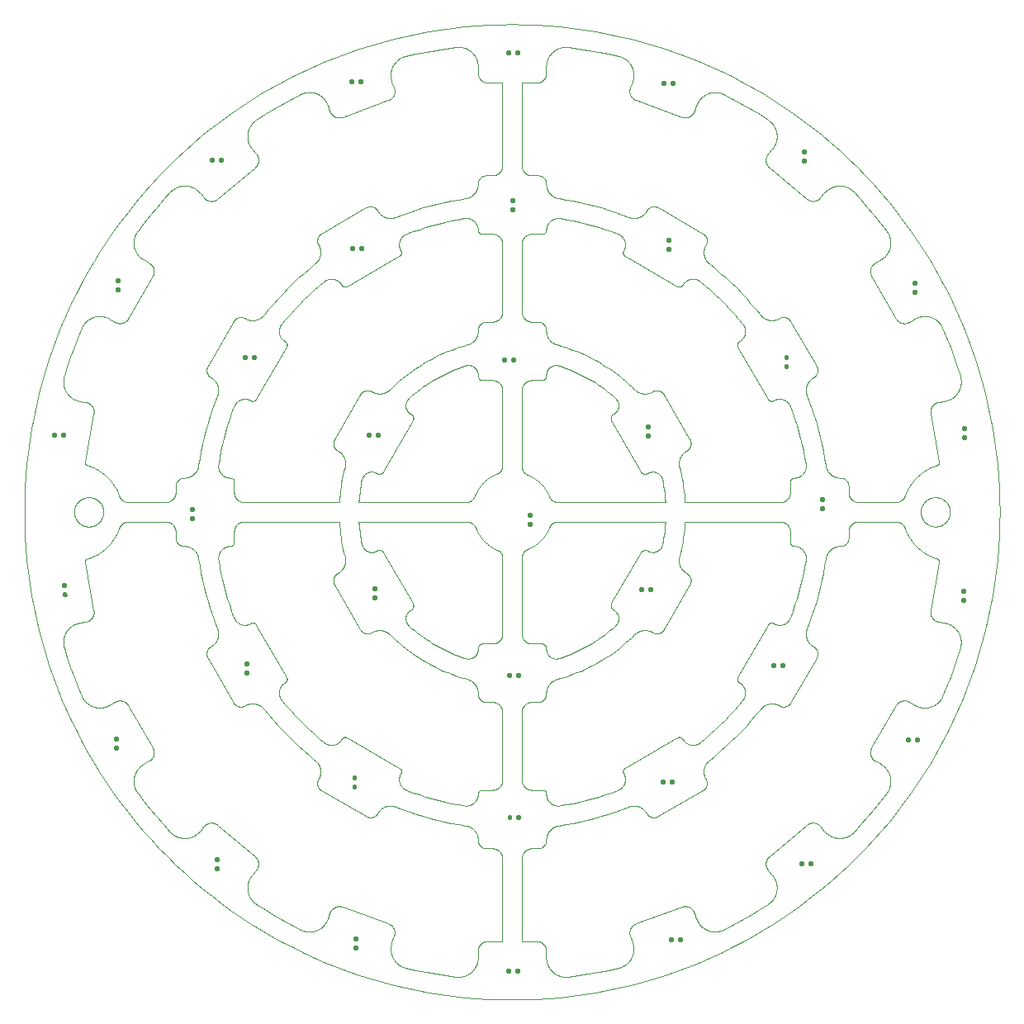
<source format=gbp>
G75*
%MOIN*%
%OFA0B0*%
%FSLAX25Y25*%
%IPPOS*%
%LPD*%
%AMOC8*
5,1,8,0,0,1.08239X$1,22.5*
%
%ADD10C,0.00004*%
%ADD11C,0.00000*%
%ADD12C,0.00984*%
D10*
X0138134Y0128379D02*
X0138212Y0128475D01*
X0138287Y0128574D01*
X0138359Y0128674D01*
X0138427Y0128777D01*
X0138493Y0128882D01*
X0138555Y0128989D01*
X0138613Y0129098D01*
X0138669Y0129209D01*
X0138720Y0129321D01*
X0138768Y0129435D01*
X0138813Y0129551D01*
X0138854Y0129667D01*
X0138891Y0129785D01*
X0138924Y0129904D01*
X0138954Y0130024D01*
X0138980Y0130145D01*
X0139002Y0130267D01*
X0139020Y0130389D01*
X0139035Y0130512D01*
X0139045Y0130635D01*
X0139052Y0130759D01*
X0139055Y0130882D01*
X0139054Y0131006D01*
X0139049Y0131130D01*
X0139040Y0131253D01*
X0139027Y0131376D01*
X0139011Y0131499D01*
X0138990Y0131621D01*
X0138966Y0131742D01*
X0138938Y0131862D01*
X0138906Y0131982D01*
X0138871Y0132100D01*
X0138831Y0132218D01*
X0138789Y0132334D01*
X0138742Y0132448D01*
X0138692Y0132561D01*
X0138638Y0132673D01*
X0138581Y0132783D01*
X0138521Y0132890D01*
X0138457Y0132996D01*
X0138390Y0133100D01*
X0138319Y0133202D01*
X0138246Y0133301D01*
X0138169Y0133398D01*
X0138089Y0133493D01*
X0138007Y0133585D01*
X0137921Y0133674D01*
X0137833Y0133761D01*
X0137742Y0133845D01*
X0137649Y0133926D01*
X0137648Y0133926D02*
X0122569Y0146580D01*
X0122473Y0146658D01*
X0122374Y0146733D01*
X0122274Y0146805D01*
X0122171Y0146873D01*
X0122066Y0146939D01*
X0121959Y0147001D01*
X0121850Y0147059D01*
X0121739Y0147115D01*
X0121627Y0147166D01*
X0121513Y0147214D01*
X0121397Y0147259D01*
X0121281Y0147300D01*
X0121163Y0147337D01*
X0121044Y0147370D01*
X0120924Y0147400D01*
X0120803Y0147426D01*
X0120681Y0147448D01*
X0120559Y0147466D01*
X0120436Y0147481D01*
X0120313Y0147491D01*
X0120189Y0147498D01*
X0120066Y0147501D01*
X0119942Y0147500D01*
X0119818Y0147495D01*
X0119695Y0147486D01*
X0119572Y0147473D01*
X0119449Y0147457D01*
X0119327Y0147436D01*
X0119206Y0147412D01*
X0119086Y0147384D01*
X0118966Y0147352D01*
X0118848Y0147317D01*
X0118730Y0147277D01*
X0118614Y0147235D01*
X0118500Y0147188D01*
X0118387Y0147138D01*
X0118275Y0147084D01*
X0118165Y0147027D01*
X0118058Y0146967D01*
X0117952Y0146903D01*
X0117848Y0146836D01*
X0117746Y0146765D01*
X0117647Y0146692D01*
X0117550Y0146615D01*
X0117455Y0146535D01*
X0117363Y0146453D01*
X0117274Y0146367D01*
X0117187Y0146279D01*
X0117103Y0146188D01*
X0117022Y0146095D01*
X0117022Y0146094D02*
X0115327Y0144074D01*
X0115201Y0143928D01*
X0115072Y0143784D01*
X0114939Y0143645D01*
X0114803Y0143508D01*
X0114663Y0143375D01*
X0114521Y0143245D01*
X0114375Y0143119D01*
X0114226Y0142996D01*
X0114074Y0142877D01*
X0113919Y0142762D01*
X0113762Y0142650D01*
X0113601Y0142543D01*
X0113438Y0142439D01*
X0113273Y0142340D01*
X0113106Y0142244D01*
X0112936Y0142153D01*
X0112763Y0142066D01*
X0112589Y0141983D01*
X0112413Y0141905D01*
X0112235Y0141830D01*
X0112055Y0141761D01*
X0111874Y0141695D01*
X0111690Y0141634D01*
X0111506Y0141578D01*
X0111320Y0141526D01*
X0111133Y0141479D01*
X0110945Y0141436D01*
X0110756Y0141398D01*
X0110566Y0141364D01*
X0110375Y0141335D01*
X0110184Y0141311D01*
X0109992Y0141292D01*
X0109799Y0141277D01*
X0109607Y0141267D01*
X0109414Y0141262D01*
X0109221Y0141261D01*
X0109028Y0141266D01*
X0108835Y0141274D01*
X0108643Y0141288D01*
X0108451Y0141306D01*
X0108259Y0141329D01*
X0108068Y0141357D01*
X0107878Y0141390D01*
X0107689Y0141427D01*
X0107500Y0141468D01*
X0107313Y0141515D01*
X0107127Y0141565D01*
X0106942Y0141621D01*
X0106759Y0141681D01*
X0106577Y0141745D01*
X0106397Y0141814D01*
X0106218Y0141887D01*
X0106041Y0141965D01*
X0105867Y0142046D01*
X0105694Y0142133D01*
X0105524Y0142223D01*
X0105355Y0142317D01*
X0105190Y0142416D01*
X0105026Y0142519D01*
X0104865Y0142625D01*
X0104707Y0142736D01*
X0104552Y0142850D01*
X0104399Y0142968D01*
X0104250Y0143090D01*
X0104103Y0143215D01*
X0103960Y0143344D01*
X0103819Y0143477D01*
X0103682Y0143613D01*
X0103549Y0143752D01*
X0090271Y0159575D02*
X0090157Y0159731D01*
X0090047Y0159889D01*
X0089941Y0160050D01*
X0089839Y0160214D01*
X0089741Y0160380D01*
X0089647Y0160548D01*
X0089557Y0160719D01*
X0089471Y0160892D01*
X0089390Y0161067D01*
X0089313Y0161244D01*
X0089240Y0161423D01*
X0089172Y0161603D01*
X0089108Y0161785D01*
X0089049Y0161969D01*
X0088994Y0162154D01*
X0088944Y0162340D01*
X0088898Y0162527D01*
X0088857Y0162716D01*
X0088820Y0162905D01*
X0088788Y0163096D01*
X0088761Y0163287D01*
X0088739Y0163478D01*
X0088721Y0163670D01*
X0088708Y0163863D01*
X0088700Y0164056D01*
X0088696Y0164249D01*
X0088697Y0164442D01*
X0088703Y0164634D01*
X0088714Y0164827D01*
X0088729Y0165019D01*
X0088749Y0165211D01*
X0088774Y0165403D01*
X0088803Y0165593D01*
X0088837Y0165783D01*
X0088876Y0165972D01*
X0088919Y0166160D01*
X0088967Y0166347D01*
X0089019Y0166533D01*
X0089076Y0166717D01*
X0089138Y0166900D01*
X0089204Y0167081D01*
X0089274Y0167261D01*
X0089349Y0167439D01*
X0089428Y0167615D01*
X0089512Y0167789D01*
X0089599Y0167961D01*
X0089691Y0168130D01*
X0089787Y0168298D01*
X0089887Y0168463D01*
X0089991Y0168625D01*
X0090099Y0168785D01*
X0090211Y0168942D01*
X0090326Y0169097D01*
X0090446Y0169248D01*
X0090569Y0169397D01*
X0090696Y0169542D01*
X0090826Y0169685D01*
X0090959Y0169824D01*
X0091097Y0169959D01*
X0091237Y0170092D01*
X0091380Y0170221D01*
X0091527Y0170346D01*
X0091677Y0170468D01*
X0091829Y0170586D01*
X0091985Y0170700D01*
X0092143Y0170811D01*
X0092304Y0170917D01*
X0092467Y0171020D01*
X0092633Y0171118D01*
X0092633Y0171119D02*
X0094918Y0172437D01*
X0095024Y0172501D01*
X0095128Y0172568D01*
X0095230Y0172638D01*
X0095329Y0172711D01*
X0095427Y0172787D01*
X0095522Y0172867D01*
X0095614Y0172949D01*
X0095704Y0173034D01*
X0095791Y0173122D01*
X0095875Y0173213D01*
X0095956Y0173306D01*
X0096034Y0173402D01*
X0096110Y0173500D01*
X0096182Y0173600D01*
X0096251Y0173703D01*
X0096317Y0173808D01*
X0096379Y0173914D01*
X0096438Y0174023D01*
X0096494Y0174134D01*
X0096546Y0174246D01*
X0096594Y0174359D01*
X0096639Y0174475D01*
X0096680Y0174591D01*
X0096718Y0174709D01*
X0096752Y0174828D01*
X0096782Y0174948D01*
X0096808Y0175069D01*
X0096831Y0175190D01*
X0096850Y0175313D01*
X0096864Y0175435D01*
X0096875Y0175559D01*
X0096883Y0175682D01*
X0096886Y0175806D01*
X0096885Y0175929D01*
X0096881Y0176053D01*
X0096872Y0176176D01*
X0096860Y0176300D01*
X0096844Y0176422D01*
X0096824Y0176544D01*
X0096800Y0176666D01*
X0096772Y0176786D01*
X0096741Y0176906D01*
X0096706Y0177024D01*
X0096667Y0177142D01*
X0096625Y0177258D01*
X0096578Y0177373D01*
X0096529Y0177486D01*
X0096475Y0177598D01*
X0096419Y0177707D01*
X0096359Y0177816D01*
X0086516Y0194863D01*
X0086517Y0194863D02*
X0086453Y0194970D01*
X0086386Y0195074D01*
X0086316Y0195176D01*
X0086243Y0195275D01*
X0086167Y0195373D01*
X0086087Y0195468D01*
X0086005Y0195560D01*
X0085920Y0195650D01*
X0085832Y0195737D01*
X0085741Y0195821D01*
X0085648Y0195902D01*
X0085552Y0195980D01*
X0085454Y0196056D01*
X0085354Y0196128D01*
X0085251Y0196197D01*
X0085146Y0196263D01*
X0085040Y0196325D01*
X0084931Y0196384D01*
X0084821Y0196440D01*
X0084708Y0196492D01*
X0084595Y0196540D01*
X0084479Y0196585D01*
X0084363Y0196626D01*
X0084245Y0196664D01*
X0084126Y0196698D01*
X0084006Y0196728D01*
X0083885Y0196754D01*
X0083764Y0196777D01*
X0083641Y0196796D01*
X0083519Y0196810D01*
X0083395Y0196821D01*
X0083272Y0196829D01*
X0083148Y0196832D01*
X0083025Y0196831D01*
X0082901Y0196827D01*
X0082778Y0196818D01*
X0082655Y0196806D01*
X0082532Y0196790D01*
X0082410Y0196770D01*
X0082288Y0196746D01*
X0082168Y0196718D01*
X0082048Y0196687D01*
X0081930Y0196652D01*
X0081812Y0196613D01*
X0081696Y0196571D01*
X0081581Y0196524D01*
X0081468Y0196475D01*
X0081356Y0196421D01*
X0081247Y0196365D01*
X0081139Y0196305D01*
X0081138Y0196304D02*
X0078854Y0194985D01*
X0078853Y0194985D02*
X0078685Y0194891D01*
X0078514Y0194800D01*
X0078342Y0194714D01*
X0078167Y0194632D01*
X0077990Y0194555D01*
X0077812Y0194482D01*
X0077632Y0194413D01*
X0077450Y0194349D01*
X0077266Y0194289D01*
X0077081Y0194234D01*
X0076895Y0194183D01*
X0076708Y0194137D01*
X0076520Y0194095D01*
X0076330Y0194058D01*
X0076140Y0194026D01*
X0075949Y0193998D01*
X0075757Y0193975D01*
X0075565Y0193957D01*
X0075373Y0193943D01*
X0075180Y0193934D01*
X0074987Y0193930D01*
X0074794Y0193931D01*
X0074602Y0193936D01*
X0074409Y0193946D01*
X0074217Y0193961D01*
X0074025Y0193981D01*
X0073833Y0194005D01*
X0073642Y0194034D01*
X0073452Y0194067D01*
X0073263Y0194105D01*
X0073075Y0194148D01*
X0072888Y0194196D01*
X0072702Y0194248D01*
X0072518Y0194304D01*
X0072335Y0194365D01*
X0072153Y0194431D01*
X0071974Y0194500D01*
X0071796Y0194575D01*
X0071619Y0194653D01*
X0071445Y0194736D01*
X0071273Y0194823D01*
X0071103Y0194915D01*
X0070935Y0195010D01*
X0070770Y0195110D01*
X0070607Y0195213D01*
X0070447Y0195321D01*
X0070290Y0195432D01*
X0070135Y0195548D01*
X0069983Y0195667D01*
X0069834Y0195789D01*
X0069688Y0195916D01*
X0069546Y0196046D01*
X0069406Y0196179D01*
X0069270Y0196315D01*
X0069137Y0196455D01*
X0069008Y0196599D01*
X0068882Y0196745D01*
X0068760Y0196894D01*
X0068642Y0197047D01*
X0068527Y0197202D01*
X0068416Y0197360D01*
X0068309Y0197520D01*
X0068206Y0197683D01*
X0068107Y0197849D01*
X0068012Y0198017D01*
X0067922Y0198187D01*
X0067835Y0198360D01*
X0067753Y0198534D01*
X0067675Y0198711D01*
X0060611Y0218122D02*
X0060557Y0218307D01*
X0060508Y0218494D01*
X0060463Y0218682D01*
X0060423Y0218870D01*
X0060388Y0219060D01*
X0060357Y0219251D01*
X0060331Y0219442D01*
X0060310Y0219634D01*
X0060293Y0219826D01*
X0060282Y0220018D01*
X0060274Y0220211D01*
X0060272Y0220404D01*
X0060274Y0220597D01*
X0060281Y0220790D01*
X0060293Y0220982D01*
X0060310Y0221175D01*
X0060331Y0221366D01*
X0060357Y0221558D01*
X0060387Y0221748D01*
X0060422Y0221938D01*
X0060462Y0222127D01*
X0060506Y0222314D01*
X0060556Y0222501D01*
X0060609Y0222686D01*
X0060667Y0222870D01*
X0060730Y0223053D01*
X0060797Y0223234D01*
X0060868Y0223413D01*
X0060944Y0223590D01*
X0061024Y0223766D01*
X0061109Y0223939D01*
X0061197Y0224111D01*
X0061290Y0224280D01*
X0061387Y0224446D01*
X0061488Y0224611D01*
X0061593Y0224773D01*
X0061702Y0224932D01*
X0061815Y0225088D01*
X0061931Y0225242D01*
X0062052Y0225393D01*
X0062176Y0225541D01*
X0062303Y0225686D01*
X0062434Y0225827D01*
X0062569Y0225965D01*
X0062707Y0226100D01*
X0062848Y0226232D01*
X0062992Y0226360D01*
X0063140Y0226484D01*
X0063290Y0226605D01*
X0063443Y0226722D01*
X0063599Y0226836D01*
X0063758Y0226945D01*
X0063920Y0227051D01*
X0064084Y0227152D01*
X0064250Y0227250D01*
X0064419Y0227343D01*
X0064590Y0227432D01*
X0064763Y0227517D01*
X0064939Y0227598D01*
X0065116Y0227675D01*
X0065295Y0227747D01*
X0065475Y0227814D01*
X0065658Y0227877D01*
X0065842Y0227936D01*
X0066027Y0227990D01*
X0066213Y0228040D01*
X0066401Y0228085D01*
X0066589Y0228126D01*
X0066779Y0228161D01*
X0069376Y0228619D01*
X0069377Y0228619D02*
X0069498Y0228642D01*
X0069619Y0228669D01*
X0069738Y0228700D01*
X0069857Y0228735D01*
X0069975Y0228773D01*
X0070091Y0228816D01*
X0070206Y0228861D01*
X0070319Y0228911D01*
X0070431Y0228963D01*
X0070541Y0229020D01*
X0070650Y0229080D01*
X0070756Y0229143D01*
X0070860Y0229209D01*
X0070962Y0229279D01*
X0071062Y0229352D01*
X0071160Y0229428D01*
X0071255Y0229507D01*
X0071348Y0229589D01*
X0071438Y0229674D01*
X0071525Y0229761D01*
X0071610Y0229851D01*
X0071691Y0229944D01*
X0071770Y0230040D01*
X0071845Y0230138D01*
X0071918Y0230238D01*
X0071987Y0230340D01*
X0072053Y0230445D01*
X0072116Y0230551D01*
X0072176Y0230660D01*
X0072232Y0230770D01*
X0072284Y0230882D01*
X0072333Y0230996D01*
X0072378Y0231111D01*
X0072420Y0231227D01*
X0072458Y0231345D01*
X0072492Y0231464D01*
X0072523Y0231584D01*
X0072550Y0231704D01*
X0072573Y0231826D01*
X0072592Y0231948D01*
X0072607Y0232071D01*
X0072618Y0232194D01*
X0072626Y0232317D01*
X0072630Y0232441D01*
X0072629Y0232565D01*
X0072625Y0232688D01*
X0072617Y0232812D01*
X0072605Y0232935D01*
X0072590Y0233058D01*
X0072570Y0233180D01*
X0069152Y0252566D01*
X0069123Y0252714D02*
X0069110Y0252781D01*
X0069102Y0252848D01*
X0069097Y0252916D01*
X0069096Y0252984D01*
X0069099Y0253051D01*
X0069106Y0253119D01*
X0069117Y0253186D01*
X0069132Y0253252D01*
X0069150Y0253317D01*
X0069172Y0253381D01*
X0069198Y0253444D01*
X0069227Y0253505D01*
X0069260Y0253565D01*
X0069296Y0253622D01*
X0069336Y0253677D01*
X0069378Y0253730D01*
X0069424Y0253780D01*
X0069472Y0253828D01*
X0069523Y0253873D01*
X0069576Y0253914D01*
X0069632Y0253953D01*
X0069690Y0253989D01*
X0069749Y0254021D01*
X0069811Y0254049D01*
X0069874Y0254074D01*
X0069938Y0254095D01*
X0069123Y0252714D02*
X0069138Y0252640D01*
X0069152Y0252565D01*
X0082851Y0266392D02*
X0082894Y0266509D01*
X0082941Y0266624D01*
X0082992Y0266737D01*
X0083046Y0266849D01*
X0083104Y0266959D01*
X0083165Y0267068D01*
X0083229Y0267174D01*
X0083297Y0267278D01*
X0083368Y0267380D01*
X0083442Y0267480D01*
X0083519Y0267577D01*
X0083599Y0267672D01*
X0083683Y0267764D01*
X0083769Y0267854D01*
X0083858Y0267940D01*
X0083949Y0268024D01*
X0084044Y0268105D01*
X0084140Y0268183D01*
X0084240Y0268258D01*
X0084341Y0268330D01*
X0084445Y0268399D01*
X0084550Y0268464D01*
X0084658Y0268526D01*
X0084768Y0268584D01*
X0084879Y0268639D01*
X0084993Y0268690D01*
X0085107Y0268738D01*
X0085223Y0268782D01*
X0085341Y0268823D01*
X0085460Y0268859D01*
X0085579Y0268892D01*
X0085700Y0268921D01*
X0085822Y0268947D01*
X0085944Y0268968D01*
X0086067Y0268986D01*
X0086191Y0268999D01*
X0086315Y0269009D01*
X0086439Y0269015D01*
X0086563Y0269017D01*
X0101694Y0269017D01*
X0101818Y0269015D01*
X0101941Y0269009D01*
X0102065Y0269000D01*
X0102187Y0268986D01*
X0102310Y0268969D01*
X0102432Y0268947D01*
X0102553Y0268922D01*
X0102673Y0268893D01*
X0102792Y0268861D01*
X0102911Y0268824D01*
X0103028Y0268784D01*
X0103143Y0268741D01*
X0103258Y0268693D01*
X0103370Y0268642D01*
X0103481Y0268588D01*
X0103591Y0268530D01*
X0103698Y0268469D01*
X0103804Y0268404D01*
X0103907Y0268336D01*
X0104008Y0268265D01*
X0104107Y0268191D01*
X0104204Y0268114D01*
X0104298Y0268033D01*
X0104389Y0267950D01*
X0104478Y0267864D01*
X0104564Y0267775D01*
X0104647Y0267684D01*
X0104728Y0267590D01*
X0104805Y0267493D01*
X0104879Y0267394D01*
X0104950Y0267293D01*
X0105018Y0267190D01*
X0105083Y0267084D01*
X0105144Y0266977D01*
X0105202Y0266867D01*
X0105256Y0266756D01*
X0105307Y0266644D01*
X0105355Y0266529D01*
X0105398Y0266414D01*
X0105438Y0266297D01*
X0105475Y0266178D01*
X0105507Y0266059D01*
X0105536Y0265939D01*
X0105561Y0265818D01*
X0105583Y0265696D01*
X0105600Y0265573D01*
X0105614Y0265451D01*
X0105623Y0265327D01*
X0105629Y0265204D01*
X0105631Y0265080D01*
X0105631Y0262520D01*
X0105633Y0262406D01*
X0105639Y0262292D01*
X0105649Y0262178D01*
X0105662Y0262064D01*
X0105680Y0261951D01*
X0105701Y0261839D01*
X0105726Y0261728D01*
X0105755Y0261617D01*
X0105788Y0261508D01*
X0105824Y0261399D01*
X0105864Y0261293D01*
X0105908Y0261187D01*
X0105955Y0261083D01*
X0106006Y0260981D01*
X0106060Y0260880D01*
X0106118Y0260781D01*
X0106179Y0260685D01*
X0106243Y0260590D01*
X0106311Y0260498D01*
X0106381Y0260408D01*
X0106455Y0260321D01*
X0106532Y0260236D01*
X0106611Y0260154D01*
X0106693Y0260075D01*
X0106778Y0259998D01*
X0106865Y0259924D01*
X0106955Y0259854D01*
X0107047Y0259786D01*
X0107142Y0259722D01*
X0107238Y0259661D01*
X0107337Y0259603D01*
X0107438Y0259549D01*
X0107540Y0259498D01*
X0107644Y0259451D01*
X0107750Y0259407D01*
X0107856Y0259367D01*
X0107965Y0259331D01*
X0108074Y0259298D01*
X0108185Y0259269D01*
X0108296Y0259244D01*
X0108408Y0259223D01*
X0108521Y0259205D01*
X0108635Y0259192D01*
X0108749Y0259182D01*
X0108863Y0259176D01*
X0108977Y0259174D01*
X0109055Y0259174D01*
X0109054Y0259174D02*
X0109207Y0259172D01*
X0109360Y0259166D01*
X0109512Y0259156D01*
X0109664Y0259142D01*
X0109816Y0259125D01*
X0109967Y0259103D01*
X0110118Y0259077D01*
X0110268Y0259048D01*
X0110417Y0259015D01*
X0110565Y0258977D01*
X0110713Y0258936D01*
X0110859Y0258892D01*
X0111004Y0258843D01*
X0111147Y0258791D01*
X0111289Y0258735D01*
X0111430Y0258675D01*
X0111569Y0258612D01*
X0111707Y0258545D01*
X0111842Y0258474D01*
X0111976Y0258401D01*
X0112108Y0258323D01*
X0112238Y0258243D01*
X0112365Y0258159D01*
X0112491Y0258071D01*
X0112614Y0257981D01*
X0112734Y0257887D01*
X0112853Y0257790D01*
X0112968Y0257690D01*
X0113082Y0257588D01*
X0113192Y0257482D01*
X0113300Y0257374D01*
X0113404Y0257262D01*
X0113506Y0257148D01*
X0113605Y0257032D01*
X0113701Y0256913D01*
X0113794Y0256792D01*
X0113883Y0256668D01*
X0113970Y0256542D01*
X0114053Y0256413D01*
X0114132Y0256283D01*
X0114209Y0256151D01*
X0114282Y0256016D01*
X0114351Y0255880D01*
X0114417Y0255742D01*
X0114479Y0255603D01*
X0114538Y0255461D01*
X0114593Y0255319D01*
X0114644Y0255175D01*
X0114691Y0255030D01*
X0114735Y0254883D01*
X0114775Y0254736D01*
X0114811Y0254587D01*
X0114843Y0254438D01*
X0114871Y0254288D01*
X0114896Y0254137D01*
X0122934Y0253692D02*
X0122914Y0253827D01*
X0122898Y0253963D01*
X0122886Y0254098D01*
X0122878Y0254234D01*
X0122874Y0254371D01*
X0122873Y0254507D01*
X0122877Y0254643D01*
X0122885Y0254780D01*
X0122896Y0254915D01*
X0122911Y0255051D01*
X0122931Y0255186D01*
X0122954Y0255320D01*
X0122981Y0255454D01*
X0123012Y0255587D01*
X0123047Y0255719D01*
X0123085Y0255849D01*
X0123127Y0255979D01*
X0123173Y0256107D01*
X0123223Y0256234D01*
X0123276Y0256360D01*
X0123333Y0256484D01*
X0123394Y0256606D01*
X0123458Y0256726D01*
X0123525Y0256845D01*
X0123596Y0256961D01*
X0123670Y0257076D01*
X0123747Y0257188D01*
X0123828Y0257298D01*
X0123912Y0257406D01*
X0123999Y0257511D01*
X0124089Y0257613D01*
X0124181Y0257713D01*
X0124277Y0257810D01*
X0124375Y0257905D01*
X0124476Y0257996D01*
X0124580Y0258085D01*
X0124686Y0258171D01*
X0124795Y0258253D01*
X0124906Y0258332D01*
X0125019Y0258408D01*
X0125134Y0258481D01*
X0125251Y0258551D01*
X0125371Y0258617D01*
X0125492Y0258679D01*
X0125615Y0258738D01*
X0125740Y0258793D01*
X0125866Y0258845D01*
X0125993Y0258893D01*
X0126122Y0258938D01*
X0126252Y0258979D01*
X0126384Y0259015D01*
X0126516Y0259049D01*
X0126649Y0259078D01*
X0126783Y0259103D01*
X0126918Y0259125D01*
X0127053Y0259143D01*
X0127188Y0259156D01*
X0127324Y0259166D01*
X0127461Y0259172D01*
X0127597Y0259174D01*
X0127678Y0259174D01*
X0127755Y0259176D01*
X0127832Y0259182D01*
X0127909Y0259191D01*
X0127985Y0259204D01*
X0128061Y0259221D01*
X0128135Y0259242D01*
X0128209Y0259266D01*
X0128281Y0259294D01*
X0128351Y0259325D01*
X0128420Y0259360D01*
X0128488Y0259398D01*
X0128553Y0259439D01*
X0128616Y0259484D01*
X0128677Y0259532D01*
X0128736Y0259582D01*
X0128792Y0259635D01*
X0128845Y0259691D01*
X0128895Y0259750D01*
X0128943Y0259811D01*
X0128988Y0259874D01*
X0129029Y0259939D01*
X0129067Y0260007D01*
X0129102Y0260076D01*
X0129133Y0260146D01*
X0129161Y0260218D01*
X0129185Y0260292D01*
X0129206Y0260366D01*
X0129223Y0260442D01*
X0129236Y0260518D01*
X0129245Y0260595D01*
X0129251Y0260672D01*
X0129253Y0260749D01*
X0129253Y0265080D01*
X0129255Y0265204D01*
X0129261Y0265327D01*
X0129270Y0265451D01*
X0129284Y0265573D01*
X0129301Y0265696D01*
X0129323Y0265818D01*
X0129348Y0265939D01*
X0129377Y0266059D01*
X0129409Y0266178D01*
X0129446Y0266297D01*
X0129486Y0266414D01*
X0129529Y0266529D01*
X0129577Y0266644D01*
X0129628Y0266756D01*
X0129682Y0266867D01*
X0129740Y0266977D01*
X0129801Y0267084D01*
X0129866Y0267190D01*
X0129934Y0267293D01*
X0130005Y0267394D01*
X0130079Y0267493D01*
X0130156Y0267590D01*
X0130237Y0267684D01*
X0130320Y0267775D01*
X0130406Y0267864D01*
X0130495Y0267950D01*
X0130586Y0268033D01*
X0130680Y0268114D01*
X0130777Y0268191D01*
X0130876Y0268265D01*
X0130977Y0268336D01*
X0131080Y0268404D01*
X0131186Y0268469D01*
X0131293Y0268530D01*
X0131403Y0268588D01*
X0131514Y0268642D01*
X0131626Y0268693D01*
X0131741Y0268741D01*
X0131856Y0268784D01*
X0131973Y0268824D01*
X0132092Y0268861D01*
X0132211Y0268893D01*
X0132331Y0268922D01*
X0132452Y0268947D01*
X0132574Y0268969D01*
X0132697Y0268986D01*
X0132819Y0269000D01*
X0132943Y0269009D01*
X0133066Y0269015D01*
X0133190Y0269017D01*
X0171687Y0269017D01*
X0171687Y0276891D02*
X0133190Y0276891D01*
X0133066Y0276893D01*
X0132943Y0276899D01*
X0132819Y0276908D01*
X0132697Y0276922D01*
X0132574Y0276939D01*
X0132452Y0276961D01*
X0132331Y0276986D01*
X0132211Y0277015D01*
X0132092Y0277047D01*
X0131973Y0277084D01*
X0131856Y0277124D01*
X0131741Y0277167D01*
X0131626Y0277215D01*
X0131514Y0277266D01*
X0131403Y0277320D01*
X0131293Y0277378D01*
X0131186Y0277439D01*
X0131080Y0277504D01*
X0130977Y0277572D01*
X0130876Y0277643D01*
X0130777Y0277717D01*
X0130680Y0277794D01*
X0130586Y0277875D01*
X0130495Y0277958D01*
X0130406Y0278044D01*
X0130320Y0278133D01*
X0130237Y0278224D01*
X0130156Y0278318D01*
X0130079Y0278415D01*
X0130005Y0278514D01*
X0129934Y0278615D01*
X0129866Y0278718D01*
X0129801Y0278824D01*
X0129740Y0278931D01*
X0129682Y0279041D01*
X0129628Y0279152D01*
X0129577Y0279264D01*
X0129529Y0279379D01*
X0129486Y0279494D01*
X0129446Y0279611D01*
X0129409Y0279730D01*
X0129377Y0279849D01*
X0129348Y0279969D01*
X0129323Y0280090D01*
X0129301Y0280212D01*
X0129284Y0280335D01*
X0129270Y0280457D01*
X0129261Y0280581D01*
X0129255Y0280704D01*
X0129253Y0280828D01*
X0129253Y0285158D01*
X0129251Y0285235D01*
X0129245Y0285312D01*
X0129236Y0285389D01*
X0129223Y0285465D01*
X0129206Y0285541D01*
X0129185Y0285615D01*
X0129161Y0285689D01*
X0129133Y0285761D01*
X0129102Y0285831D01*
X0129067Y0285900D01*
X0129029Y0285968D01*
X0128988Y0286033D01*
X0128943Y0286096D01*
X0128895Y0286157D01*
X0128845Y0286216D01*
X0128792Y0286272D01*
X0128736Y0286325D01*
X0128677Y0286375D01*
X0128616Y0286423D01*
X0128553Y0286468D01*
X0128488Y0286509D01*
X0128420Y0286547D01*
X0128351Y0286582D01*
X0128281Y0286613D01*
X0128209Y0286641D01*
X0128135Y0286665D01*
X0128061Y0286686D01*
X0127985Y0286703D01*
X0127909Y0286716D01*
X0127832Y0286725D01*
X0127755Y0286731D01*
X0127678Y0286733D01*
X0127597Y0286733D01*
X0127461Y0286735D01*
X0127324Y0286741D01*
X0127188Y0286751D01*
X0127053Y0286764D01*
X0126918Y0286782D01*
X0126783Y0286804D01*
X0126649Y0286829D01*
X0126516Y0286858D01*
X0126384Y0286892D01*
X0126252Y0286928D01*
X0126122Y0286969D01*
X0125993Y0287014D01*
X0125866Y0287062D01*
X0125740Y0287114D01*
X0125615Y0287169D01*
X0125492Y0287228D01*
X0125371Y0287290D01*
X0125251Y0287356D01*
X0125134Y0287426D01*
X0125019Y0287499D01*
X0124906Y0287575D01*
X0124795Y0287654D01*
X0124686Y0287736D01*
X0124580Y0287822D01*
X0124476Y0287911D01*
X0124375Y0288002D01*
X0124277Y0288097D01*
X0124181Y0288194D01*
X0124089Y0288294D01*
X0123999Y0288396D01*
X0123912Y0288501D01*
X0123828Y0288609D01*
X0123747Y0288719D01*
X0123670Y0288831D01*
X0123596Y0288946D01*
X0123525Y0289062D01*
X0123458Y0289181D01*
X0123394Y0289301D01*
X0123333Y0289423D01*
X0123276Y0289547D01*
X0123223Y0289673D01*
X0123173Y0289800D01*
X0123127Y0289928D01*
X0123085Y0290058D01*
X0123047Y0290188D01*
X0123012Y0290320D01*
X0122981Y0290453D01*
X0122954Y0290587D01*
X0122931Y0290721D01*
X0122911Y0290856D01*
X0122896Y0290992D01*
X0122885Y0291127D01*
X0122877Y0291264D01*
X0122873Y0291400D01*
X0122874Y0291536D01*
X0122878Y0291673D01*
X0122886Y0291809D01*
X0122898Y0291944D01*
X0122914Y0292080D01*
X0122934Y0292215D01*
X0114896Y0291770D02*
X0114871Y0291619D01*
X0114843Y0291469D01*
X0114811Y0291320D01*
X0114775Y0291171D01*
X0114735Y0291024D01*
X0114691Y0290877D01*
X0114644Y0290732D01*
X0114593Y0290588D01*
X0114538Y0290446D01*
X0114479Y0290304D01*
X0114417Y0290165D01*
X0114351Y0290027D01*
X0114282Y0289891D01*
X0114209Y0289756D01*
X0114132Y0289624D01*
X0114053Y0289494D01*
X0113970Y0289365D01*
X0113883Y0289239D01*
X0113794Y0289115D01*
X0113701Y0288994D01*
X0113605Y0288875D01*
X0113506Y0288759D01*
X0113404Y0288645D01*
X0113300Y0288533D01*
X0113192Y0288425D01*
X0113082Y0288319D01*
X0112968Y0288217D01*
X0112853Y0288117D01*
X0112734Y0288020D01*
X0112614Y0287926D01*
X0112491Y0287836D01*
X0112365Y0287748D01*
X0112238Y0287664D01*
X0112108Y0287584D01*
X0111976Y0287506D01*
X0111842Y0287433D01*
X0111707Y0287362D01*
X0111569Y0287295D01*
X0111430Y0287232D01*
X0111289Y0287172D01*
X0111147Y0287116D01*
X0111004Y0287064D01*
X0110859Y0287015D01*
X0110713Y0286971D01*
X0110565Y0286930D01*
X0110417Y0286892D01*
X0110268Y0286859D01*
X0110118Y0286830D01*
X0109967Y0286804D01*
X0109816Y0286782D01*
X0109664Y0286765D01*
X0109512Y0286751D01*
X0109360Y0286741D01*
X0109207Y0286735D01*
X0109054Y0286733D01*
X0109055Y0286733D02*
X0108977Y0286733D01*
X0108863Y0286731D01*
X0108749Y0286725D01*
X0108635Y0286715D01*
X0108521Y0286702D01*
X0108408Y0286684D01*
X0108296Y0286663D01*
X0108185Y0286638D01*
X0108074Y0286609D01*
X0107965Y0286576D01*
X0107856Y0286540D01*
X0107750Y0286500D01*
X0107644Y0286456D01*
X0107540Y0286409D01*
X0107438Y0286358D01*
X0107337Y0286304D01*
X0107238Y0286246D01*
X0107142Y0286185D01*
X0107047Y0286121D01*
X0106955Y0286053D01*
X0106865Y0285983D01*
X0106778Y0285909D01*
X0106693Y0285832D01*
X0106611Y0285753D01*
X0106532Y0285671D01*
X0106455Y0285586D01*
X0106381Y0285499D01*
X0106311Y0285409D01*
X0106243Y0285317D01*
X0106179Y0285222D01*
X0106118Y0285126D01*
X0106060Y0285027D01*
X0106006Y0284926D01*
X0105955Y0284824D01*
X0105908Y0284720D01*
X0105864Y0284614D01*
X0105824Y0284508D01*
X0105788Y0284399D01*
X0105755Y0284290D01*
X0105726Y0284179D01*
X0105701Y0284068D01*
X0105680Y0283956D01*
X0105662Y0283843D01*
X0105649Y0283729D01*
X0105639Y0283615D01*
X0105633Y0283501D01*
X0105631Y0283387D01*
X0105631Y0280828D01*
X0105629Y0280704D01*
X0105623Y0280581D01*
X0105614Y0280457D01*
X0105600Y0280335D01*
X0105583Y0280212D01*
X0105561Y0280090D01*
X0105536Y0279969D01*
X0105507Y0279849D01*
X0105475Y0279730D01*
X0105438Y0279611D01*
X0105398Y0279494D01*
X0105355Y0279379D01*
X0105307Y0279264D01*
X0105256Y0279152D01*
X0105202Y0279041D01*
X0105144Y0278931D01*
X0105083Y0278824D01*
X0105018Y0278718D01*
X0104950Y0278615D01*
X0104879Y0278514D01*
X0104805Y0278415D01*
X0104728Y0278318D01*
X0104647Y0278224D01*
X0104564Y0278133D01*
X0104478Y0278044D01*
X0104389Y0277958D01*
X0104298Y0277875D01*
X0104204Y0277794D01*
X0104107Y0277717D01*
X0104008Y0277643D01*
X0103907Y0277572D01*
X0103804Y0277504D01*
X0103698Y0277439D01*
X0103591Y0277378D01*
X0103481Y0277320D01*
X0103370Y0277266D01*
X0103258Y0277215D01*
X0103143Y0277167D01*
X0103028Y0277124D01*
X0102911Y0277084D01*
X0102792Y0277047D01*
X0102673Y0277015D01*
X0102553Y0276986D01*
X0102432Y0276961D01*
X0102310Y0276939D01*
X0102187Y0276922D01*
X0102065Y0276908D01*
X0101941Y0276899D01*
X0101818Y0276893D01*
X0101694Y0276891D01*
X0086563Y0276891D01*
X0086563Y0276890D02*
X0086439Y0276892D01*
X0086315Y0276898D01*
X0086191Y0276908D01*
X0086067Y0276921D01*
X0085944Y0276939D01*
X0085822Y0276960D01*
X0085700Y0276986D01*
X0085579Y0277015D01*
X0085460Y0277048D01*
X0085341Y0277084D01*
X0085223Y0277125D01*
X0085107Y0277169D01*
X0084993Y0277217D01*
X0084879Y0277268D01*
X0084768Y0277323D01*
X0084658Y0277381D01*
X0084550Y0277443D01*
X0084445Y0277508D01*
X0084341Y0277577D01*
X0084240Y0277649D01*
X0084140Y0277724D01*
X0084044Y0277802D01*
X0083949Y0277883D01*
X0083858Y0277967D01*
X0083769Y0278053D01*
X0083683Y0278143D01*
X0083599Y0278235D01*
X0083519Y0278330D01*
X0083442Y0278427D01*
X0083368Y0278527D01*
X0083297Y0278629D01*
X0083229Y0278733D01*
X0083165Y0278839D01*
X0083104Y0278948D01*
X0083046Y0279058D01*
X0082992Y0279170D01*
X0082941Y0279283D01*
X0082894Y0279398D01*
X0082851Y0279515D01*
X0069938Y0291812D02*
X0069874Y0291833D01*
X0069811Y0291858D01*
X0069749Y0291886D01*
X0069690Y0291918D01*
X0069632Y0291954D01*
X0069576Y0291993D01*
X0069523Y0292034D01*
X0069472Y0292079D01*
X0069424Y0292127D01*
X0069378Y0292177D01*
X0069336Y0292230D01*
X0069296Y0292285D01*
X0069260Y0292342D01*
X0069227Y0292402D01*
X0069198Y0292463D01*
X0069172Y0292526D01*
X0069150Y0292590D01*
X0069132Y0292655D01*
X0069117Y0292721D01*
X0069106Y0292788D01*
X0069099Y0292856D01*
X0069096Y0292923D01*
X0069097Y0292991D01*
X0069102Y0293059D01*
X0069110Y0293126D01*
X0069123Y0293193D01*
X0069152Y0293341D02*
X0072570Y0312727D01*
X0072590Y0312849D01*
X0072605Y0312972D01*
X0072617Y0313095D01*
X0072625Y0313219D01*
X0072629Y0313342D01*
X0072630Y0313466D01*
X0072626Y0313590D01*
X0072618Y0313713D01*
X0072607Y0313836D01*
X0072592Y0313959D01*
X0072573Y0314081D01*
X0072550Y0314203D01*
X0072523Y0314323D01*
X0072492Y0314443D01*
X0072458Y0314562D01*
X0072420Y0314680D01*
X0072378Y0314796D01*
X0072333Y0314911D01*
X0072284Y0315025D01*
X0072232Y0315137D01*
X0072176Y0315247D01*
X0072116Y0315356D01*
X0072053Y0315462D01*
X0071987Y0315567D01*
X0071918Y0315669D01*
X0071845Y0315769D01*
X0071770Y0315867D01*
X0071691Y0315963D01*
X0071610Y0316056D01*
X0071525Y0316146D01*
X0071438Y0316233D01*
X0071348Y0316318D01*
X0071255Y0316400D01*
X0071160Y0316479D01*
X0071062Y0316555D01*
X0070962Y0316628D01*
X0070860Y0316698D01*
X0070756Y0316764D01*
X0070650Y0316827D01*
X0070541Y0316887D01*
X0070431Y0316944D01*
X0070319Y0316996D01*
X0070206Y0317046D01*
X0070091Y0317091D01*
X0069975Y0317134D01*
X0069857Y0317172D01*
X0069738Y0317207D01*
X0069619Y0317238D01*
X0069498Y0317265D01*
X0069377Y0317288D01*
X0069376Y0317288D02*
X0066779Y0317746D01*
X0066589Y0317781D01*
X0066401Y0317822D01*
X0066213Y0317867D01*
X0066027Y0317917D01*
X0065842Y0317971D01*
X0065658Y0318030D01*
X0065475Y0318093D01*
X0065295Y0318160D01*
X0065116Y0318232D01*
X0064939Y0318309D01*
X0064763Y0318390D01*
X0064590Y0318475D01*
X0064419Y0318564D01*
X0064250Y0318657D01*
X0064084Y0318755D01*
X0063920Y0318856D01*
X0063758Y0318962D01*
X0063599Y0319071D01*
X0063443Y0319185D01*
X0063290Y0319302D01*
X0063140Y0319423D01*
X0062992Y0319547D01*
X0062848Y0319675D01*
X0062707Y0319807D01*
X0062569Y0319942D01*
X0062434Y0320080D01*
X0062303Y0320221D01*
X0062176Y0320366D01*
X0062052Y0320514D01*
X0061931Y0320665D01*
X0061815Y0320819D01*
X0061702Y0320975D01*
X0061593Y0321134D01*
X0061488Y0321296D01*
X0061387Y0321461D01*
X0061290Y0321627D01*
X0061197Y0321796D01*
X0061109Y0321968D01*
X0061024Y0322141D01*
X0060944Y0322317D01*
X0060868Y0322494D01*
X0060797Y0322673D01*
X0060730Y0322854D01*
X0060667Y0323037D01*
X0060609Y0323221D01*
X0060556Y0323406D01*
X0060506Y0323593D01*
X0060462Y0323780D01*
X0060422Y0323969D01*
X0060387Y0324159D01*
X0060357Y0324349D01*
X0060331Y0324541D01*
X0060310Y0324732D01*
X0060293Y0324925D01*
X0060281Y0325117D01*
X0060274Y0325310D01*
X0060272Y0325503D01*
X0060274Y0325696D01*
X0060282Y0325889D01*
X0060293Y0326081D01*
X0060310Y0326273D01*
X0060331Y0326465D01*
X0060357Y0326656D01*
X0060388Y0326847D01*
X0060423Y0327037D01*
X0060463Y0327225D01*
X0060508Y0327413D01*
X0060557Y0327600D01*
X0060611Y0327785D01*
X0067675Y0347196D02*
X0067753Y0347373D01*
X0067835Y0347547D01*
X0067922Y0347720D01*
X0068012Y0347890D01*
X0068107Y0348058D01*
X0068206Y0348224D01*
X0068309Y0348387D01*
X0068416Y0348547D01*
X0068527Y0348705D01*
X0068642Y0348860D01*
X0068760Y0349013D01*
X0068882Y0349162D01*
X0069008Y0349308D01*
X0069137Y0349452D01*
X0069270Y0349592D01*
X0069406Y0349728D01*
X0069546Y0349861D01*
X0069688Y0349991D01*
X0069834Y0350118D01*
X0069983Y0350240D01*
X0070135Y0350359D01*
X0070290Y0350475D01*
X0070447Y0350586D01*
X0070607Y0350694D01*
X0070770Y0350797D01*
X0070935Y0350897D01*
X0071103Y0350992D01*
X0071273Y0351084D01*
X0071445Y0351171D01*
X0071619Y0351254D01*
X0071796Y0351332D01*
X0071974Y0351407D01*
X0072153Y0351476D01*
X0072335Y0351542D01*
X0072518Y0351603D01*
X0072702Y0351659D01*
X0072888Y0351711D01*
X0073075Y0351759D01*
X0073263Y0351802D01*
X0073452Y0351840D01*
X0073642Y0351873D01*
X0073833Y0351902D01*
X0074025Y0351926D01*
X0074217Y0351946D01*
X0074409Y0351961D01*
X0074602Y0351971D01*
X0074794Y0351976D01*
X0074987Y0351977D01*
X0075180Y0351973D01*
X0075373Y0351964D01*
X0075565Y0351950D01*
X0075757Y0351932D01*
X0075949Y0351909D01*
X0076140Y0351881D01*
X0076330Y0351849D01*
X0076520Y0351812D01*
X0076708Y0351770D01*
X0076895Y0351724D01*
X0077081Y0351673D01*
X0077266Y0351618D01*
X0077450Y0351558D01*
X0077632Y0351494D01*
X0077812Y0351425D01*
X0077990Y0351352D01*
X0078167Y0351275D01*
X0078342Y0351193D01*
X0078514Y0351107D01*
X0078685Y0351016D01*
X0078853Y0350922D01*
X0078854Y0350922D02*
X0081138Y0349603D01*
X0081139Y0349602D02*
X0081247Y0349542D01*
X0081356Y0349486D01*
X0081468Y0349432D01*
X0081581Y0349383D01*
X0081696Y0349336D01*
X0081812Y0349294D01*
X0081930Y0349255D01*
X0082048Y0349220D01*
X0082168Y0349189D01*
X0082288Y0349161D01*
X0082410Y0349137D01*
X0082532Y0349117D01*
X0082655Y0349101D01*
X0082778Y0349089D01*
X0082901Y0349080D01*
X0083025Y0349076D01*
X0083148Y0349075D01*
X0083272Y0349078D01*
X0083395Y0349086D01*
X0083519Y0349097D01*
X0083641Y0349111D01*
X0083764Y0349130D01*
X0083885Y0349153D01*
X0084006Y0349179D01*
X0084126Y0349209D01*
X0084245Y0349243D01*
X0084363Y0349281D01*
X0084479Y0349322D01*
X0084595Y0349367D01*
X0084708Y0349415D01*
X0084821Y0349467D01*
X0084931Y0349523D01*
X0085040Y0349582D01*
X0085146Y0349644D01*
X0085251Y0349710D01*
X0085354Y0349779D01*
X0085454Y0349851D01*
X0085552Y0349927D01*
X0085648Y0350005D01*
X0085741Y0350086D01*
X0085832Y0350170D01*
X0085920Y0350257D01*
X0086005Y0350347D01*
X0086087Y0350439D01*
X0086167Y0350534D01*
X0086243Y0350632D01*
X0086316Y0350731D01*
X0086386Y0350833D01*
X0086453Y0350937D01*
X0086517Y0351044D01*
X0086516Y0351044D02*
X0096359Y0368092D01*
X0096359Y0368091D02*
X0096419Y0368200D01*
X0096475Y0368309D01*
X0096529Y0368421D01*
X0096578Y0368534D01*
X0096625Y0368649D01*
X0096667Y0368765D01*
X0096706Y0368883D01*
X0096741Y0369001D01*
X0096772Y0369121D01*
X0096800Y0369241D01*
X0096824Y0369363D01*
X0096844Y0369485D01*
X0096860Y0369607D01*
X0096872Y0369731D01*
X0096881Y0369854D01*
X0096885Y0369978D01*
X0096886Y0370101D01*
X0096883Y0370225D01*
X0096875Y0370348D01*
X0096864Y0370472D01*
X0096850Y0370594D01*
X0096831Y0370717D01*
X0096808Y0370838D01*
X0096782Y0370959D01*
X0096752Y0371079D01*
X0096718Y0371198D01*
X0096680Y0371316D01*
X0096639Y0371432D01*
X0096594Y0371548D01*
X0096546Y0371661D01*
X0096494Y0371773D01*
X0096438Y0371884D01*
X0096379Y0371993D01*
X0096317Y0372099D01*
X0096251Y0372204D01*
X0096182Y0372307D01*
X0096110Y0372407D01*
X0096034Y0372505D01*
X0095956Y0372601D01*
X0095875Y0372694D01*
X0095791Y0372785D01*
X0095704Y0372873D01*
X0095614Y0372958D01*
X0095522Y0373040D01*
X0095427Y0373120D01*
X0095329Y0373196D01*
X0095230Y0373269D01*
X0095128Y0373339D01*
X0095024Y0373406D01*
X0094918Y0373470D01*
X0092633Y0374789D01*
X0092467Y0374887D01*
X0092304Y0374990D01*
X0092143Y0375096D01*
X0091985Y0375207D01*
X0091829Y0375321D01*
X0091677Y0375439D01*
X0091527Y0375561D01*
X0091380Y0375686D01*
X0091237Y0375815D01*
X0091097Y0375948D01*
X0090959Y0376083D01*
X0090826Y0376222D01*
X0090696Y0376365D01*
X0090569Y0376510D01*
X0090446Y0376659D01*
X0090326Y0376810D01*
X0090211Y0376965D01*
X0090099Y0377122D01*
X0089991Y0377282D01*
X0089887Y0377444D01*
X0089787Y0377609D01*
X0089691Y0377777D01*
X0089599Y0377946D01*
X0089512Y0378118D01*
X0089428Y0378292D01*
X0089349Y0378468D01*
X0089274Y0378646D01*
X0089204Y0378826D01*
X0089138Y0379007D01*
X0089076Y0379190D01*
X0089019Y0379374D01*
X0088967Y0379560D01*
X0088919Y0379747D01*
X0088876Y0379935D01*
X0088837Y0380124D01*
X0088803Y0380314D01*
X0088774Y0380504D01*
X0088749Y0380696D01*
X0088729Y0380888D01*
X0088714Y0381080D01*
X0088703Y0381273D01*
X0088697Y0381465D01*
X0088696Y0381658D01*
X0088700Y0381851D01*
X0088708Y0382044D01*
X0088721Y0382237D01*
X0088739Y0382429D01*
X0088761Y0382620D01*
X0088788Y0382811D01*
X0088820Y0383002D01*
X0088857Y0383191D01*
X0088898Y0383380D01*
X0088944Y0383567D01*
X0088994Y0383753D01*
X0089049Y0383938D01*
X0089108Y0384122D01*
X0089172Y0384304D01*
X0089240Y0384484D01*
X0089313Y0384663D01*
X0089390Y0384840D01*
X0089471Y0385015D01*
X0089557Y0385188D01*
X0089647Y0385359D01*
X0089741Y0385527D01*
X0089839Y0385693D01*
X0089941Y0385857D01*
X0090047Y0386018D01*
X0090157Y0386176D01*
X0090271Y0386332D01*
X0103549Y0402155D02*
X0103682Y0402294D01*
X0103819Y0402430D01*
X0103960Y0402563D01*
X0104103Y0402692D01*
X0104250Y0402817D01*
X0104399Y0402939D01*
X0104552Y0403057D01*
X0104707Y0403171D01*
X0104865Y0403282D01*
X0105026Y0403388D01*
X0105190Y0403491D01*
X0105355Y0403590D01*
X0105524Y0403684D01*
X0105694Y0403774D01*
X0105867Y0403861D01*
X0106041Y0403942D01*
X0106218Y0404020D01*
X0106397Y0404093D01*
X0106577Y0404162D01*
X0106759Y0404226D01*
X0106942Y0404286D01*
X0107127Y0404342D01*
X0107313Y0404392D01*
X0107500Y0404439D01*
X0107689Y0404480D01*
X0107878Y0404517D01*
X0108068Y0404550D01*
X0108259Y0404578D01*
X0108451Y0404601D01*
X0108643Y0404619D01*
X0108835Y0404633D01*
X0109028Y0404641D01*
X0109221Y0404646D01*
X0109414Y0404645D01*
X0109607Y0404640D01*
X0109799Y0404630D01*
X0109992Y0404615D01*
X0110184Y0404596D01*
X0110375Y0404572D01*
X0110566Y0404543D01*
X0110756Y0404509D01*
X0110945Y0404471D01*
X0111133Y0404428D01*
X0111320Y0404381D01*
X0111506Y0404329D01*
X0111690Y0404273D01*
X0111874Y0404212D01*
X0112055Y0404146D01*
X0112235Y0404077D01*
X0112413Y0404002D01*
X0112589Y0403924D01*
X0112763Y0403841D01*
X0112936Y0403754D01*
X0113106Y0403663D01*
X0113273Y0403567D01*
X0113438Y0403468D01*
X0113601Y0403364D01*
X0113762Y0403257D01*
X0113919Y0403145D01*
X0114074Y0403030D01*
X0114226Y0402911D01*
X0114375Y0402788D01*
X0114521Y0402662D01*
X0114663Y0402532D01*
X0114803Y0402399D01*
X0114939Y0402262D01*
X0115072Y0402123D01*
X0115201Y0401979D01*
X0115327Y0401833D01*
X0117022Y0399813D01*
X0117022Y0399812D02*
X0117103Y0399719D01*
X0117187Y0399628D01*
X0117274Y0399540D01*
X0117363Y0399454D01*
X0117455Y0399372D01*
X0117550Y0399292D01*
X0117647Y0399215D01*
X0117746Y0399142D01*
X0117848Y0399071D01*
X0117952Y0399004D01*
X0118058Y0398940D01*
X0118165Y0398880D01*
X0118275Y0398823D01*
X0118387Y0398769D01*
X0118500Y0398719D01*
X0118614Y0398672D01*
X0118730Y0398630D01*
X0118848Y0398590D01*
X0118966Y0398555D01*
X0119086Y0398523D01*
X0119206Y0398495D01*
X0119327Y0398471D01*
X0119449Y0398450D01*
X0119572Y0398434D01*
X0119695Y0398421D01*
X0119818Y0398412D01*
X0119942Y0398407D01*
X0120066Y0398406D01*
X0120189Y0398409D01*
X0120313Y0398416D01*
X0120436Y0398426D01*
X0120559Y0398441D01*
X0120681Y0398459D01*
X0120803Y0398481D01*
X0120924Y0398507D01*
X0121044Y0398537D01*
X0121163Y0398570D01*
X0121281Y0398607D01*
X0121397Y0398648D01*
X0121513Y0398693D01*
X0121627Y0398741D01*
X0121739Y0398792D01*
X0121850Y0398848D01*
X0121959Y0398906D01*
X0122066Y0398968D01*
X0122171Y0399034D01*
X0122274Y0399102D01*
X0122374Y0399174D01*
X0122473Y0399249D01*
X0122569Y0399327D01*
X0122569Y0399328D02*
X0137648Y0411981D01*
X0137649Y0411981D02*
X0137742Y0412062D01*
X0137833Y0412146D01*
X0137921Y0412233D01*
X0138007Y0412322D01*
X0138089Y0412414D01*
X0138169Y0412509D01*
X0138246Y0412606D01*
X0138319Y0412705D01*
X0138390Y0412807D01*
X0138457Y0412911D01*
X0138521Y0413017D01*
X0138581Y0413124D01*
X0138638Y0413234D01*
X0138692Y0413346D01*
X0138742Y0413459D01*
X0138789Y0413573D01*
X0138831Y0413689D01*
X0138871Y0413807D01*
X0138906Y0413925D01*
X0138938Y0414045D01*
X0138966Y0414165D01*
X0138990Y0414286D01*
X0139011Y0414408D01*
X0139027Y0414531D01*
X0139040Y0414654D01*
X0139049Y0414777D01*
X0139054Y0414901D01*
X0139055Y0415025D01*
X0139052Y0415148D01*
X0139045Y0415272D01*
X0139035Y0415395D01*
X0139020Y0415518D01*
X0139002Y0415640D01*
X0138980Y0415762D01*
X0138954Y0415883D01*
X0138924Y0416003D01*
X0138891Y0416122D01*
X0138854Y0416240D01*
X0138813Y0416356D01*
X0138768Y0416472D01*
X0138720Y0416586D01*
X0138669Y0416698D01*
X0138613Y0416809D01*
X0138555Y0416918D01*
X0138493Y0417025D01*
X0138427Y0417130D01*
X0138359Y0417233D01*
X0138287Y0417333D01*
X0138212Y0417432D01*
X0138134Y0417528D01*
X0138134Y0417527D02*
X0136438Y0419548D01*
X0136316Y0419697D01*
X0136198Y0419849D01*
X0136083Y0420004D01*
X0135972Y0420162D01*
X0135865Y0420323D01*
X0135762Y0420486D01*
X0135663Y0420651D01*
X0135568Y0420819D01*
X0135477Y0420989D01*
X0135391Y0421162D01*
X0135308Y0421336D01*
X0135230Y0421513D01*
X0135157Y0421691D01*
X0135087Y0421871D01*
X0135022Y0422053D01*
X0134962Y0422236D01*
X0134906Y0422421D01*
X0134855Y0422607D01*
X0134808Y0422794D01*
X0134766Y0422982D01*
X0134728Y0423171D01*
X0134695Y0423362D01*
X0134667Y0423552D01*
X0134644Y0423744D01*
X0134625Y0423936D01*
X0134611Y0424128D01*
X0134601Y0424321D01*
X0134597Y0424514D01*
X0134597Y0424707D01*
X0134601Y0424900D01*
X0134611Y0425092D01*
X0134625Y0425285D01*
X0134644Y0425477D01*
X0134668Y0425668D01*
X0134696Y0425859D01*
X0134729Y0426049D01*
X0134766Y0426238D01*
X0134809Y0426427D01*
X0134856Y0426614D01*
X0134907Y0426800D01*
X0134963Y0426984D01*
X0135023Y0427168D01*
X0135088Y0427349D01*
X0135158Y0427529D01*
X0135231Y0427708D01*
X0135309Y0427884D01*
X0135392Y0428059D01*
X0135478Y0428231D01*
X0135569Y0428401D01*
X0135664Y0428569D01*
X0135763Y0428735D01*
X0135866Y0428898D01*
X0135974Y0429058D01*
X0136084Y0429216D01*
X0136199Y0429371D01*
X0136318Y0429523D01*
X0136440Y0429673D01*
X0136566Y0429819D01*
X0136695Y0429962D01*
X0136828Y0430102D01*
X0136965Y0430238D01*
X0137104Y0430372D01*
X0137247Y0430501D01*
X0137393Y0430627D01*
X0137542Y0430750D01*
X0137694Y0430869D01*
X0137849Y0430984D01*
X0138006Y0431095D01*
X0138166Y0431203D01*
X0156055Y0441532D02*
X0156229Y0441617D01*
X0156404Y0441698D01*
X0156581Y0441774D01*
X0156760Y0441846D01*
X0156940Y0441914D01*
X0157123Y0441977D01*
X0157306Y0442036D01*
X0157492Y0442091D01*
X0157678Y0442140D01*
X0157866Y0442185D01*
X0158054Y0442226D01*
X0158244Y0442262D01*
X0158434Y0442293D01*
X0158625Y0442320D01*
X0158817Y0442342D01*
X0159009Y0442359D01*
X0159202Y0442371D01*
X0159394Y0442379D01*
X0159587Y0442382D01*
X0159780Y0442380D01*
X0159973Y0442374D01*
X0160166Y0442363D01*
X0160358Y0442347D01*
X0160550Y0442326D01*
X0160741Y0442301D01*
X0160932Y0442271D01*
X0161121Y0442236D01*
X0161310Y0442197D01*
X0161498Y0442153D01*
X0161685Y0442105D01*
X0161870Y0442052D01*
X0162055Y0441994D01*
X0162237Y0441932D01*
X0162418Y0441866D01*
X0162598Y0441795D01*
X0162775Y0441719D01*
X0162951Y0441640D01*
X0163125Y0441556D01*
X0163297Y0441468D01*
X0163466Y0441375D01*
X0163633Y0441279D01*
X0163798Y0441179D01*
X0163960Y0441074D01*
X0164120Y0440966D01*
X0164276Y0440853D01*
X0164430Y0440737D01*
X0164582Y0440617D01*
X0164730Y0440494D01*
X0164875Y0440367D01*
X0165017Y0440236D01*
X0165156Y0440102D01*
X0165291Y0439964D01*
X0165423Y0439824D01*
X0165551Y0439680D01*
X0165676Y0439533D01*
X0165798Y0439383D01*
X0165915Y0439230D01*
X0166029Y0439074D01*
X0166139Y0438915D01*
X0166245Y0438754D01*
X0166347Y0438590D01*
X0166445Y0438424D01*
X0166539Y0438256D01*
X0166629Y0438085D01*
X0166714Y0437912D01*
X0166795Y0437737D01*
X0166872Y0437560D01*
X0166945Y0437381D01*
X0167013Y0437201D01*
X0167013Y0437200D02*
X0167915Y0434722D01*
X0167914Y0434721D02*
X0167959Y0434606D01*
X0168006Y0434492D01*
X0168058Y0434379D01*
X0168112Y0434268D01*
X0168171Y0434159D01*
X0168232Y0434052D01*
X0168297Y0433947D01*
X0168366Y0433844D01*
X0168437Y0433743D01*
X0168512Y0433644D01*
X0168589Y0433548D01*
X0168670Y0433454D01*
X0168753Y0433363D01*
X0168840Y0433274D01*
X0168929Y0433189D01*
X0169021Y0433106D01*
X0169115Y0433026D01*
X0169212Y0432949D01*
X0169311Y0432875D01*
X0169412Y0432804D01*
X0169516Y0432737D01*
X0169622Y0432672D01*
X0169729Y0432611D01*
X0169839Y0432554D01*
X0169950Y0432500D01*
X0170063Y0432449D01*
X0170177Y0432402D01*
X0170293Y0432359D01*
X0170410Y0432319D01*
X0170529Y0432284D01*
X0170648Y0432251D01*
X0170769Y0432223D01*
X0170890Y0432198D01*
X0171012Y0432177D01*
X0171134Y0432160D01*
X0171257Y0432147D01*
X0171380Y0432138D01*
X0171504Y0432133D01*
X0171628Y0432131D01*
X0171751Y0432133D01*
X0171875Y0432140D01*
X0171998Y0432150D01*
X0172121Y0432164D01*
X0172243Y0432182D01*
X0172365Y0432203D01*
X0172486Y0432229D01*
X0172606Y0432258D01*
X0172726Y0432291D01*
X0172844Y0432328D01*
X0172961Y0432368D01*
X0172961Y0432369D02*
X0191459Y0439101D01*
X0191574Y0439146D01*
X0191688Y0439193D01*
X0191801Y0439245D01*
X0191912Y0439299D01*
X0192021Y0439358D01*
X0192128Y0439419D01*
X0192233Y0439484D01*
X0192336Y0439553D01*
X0192437Y0439624D01*
X0192536Y0439699D01*
X0192632Y0439776D01*
X0192726Y0439857D01*
X0192817Y0439940D01*
X0192906Y0440027D01*
X0192991Y0440116D01*
X0193074Y0440208D01*
X0193154Y0440302D01*
X0193231Y0440399D01*
X0193305Y0440498D01*
X0193376Y0440599D01*
X0193443Y0440703D01*
X0193508Y0440809D01*
X0193569Y0440916D01*
X0193626Y0441026D01*
X0193680Y0441137D01*
X0193731Y0441250D01*
X0193778Y0441364D01*
X0193821Y0441480D01*
X0193861Y0441597D01*
X0193896Y0441716D01*
X0193929Y0441835D01*
X0193957Y0441956D01*
X0193982Y0442077D01*
X0194003Y0442199D01*
X0194020Y0442321D01*
X0194033Y0442444D01*
X0194042Y0442568D01*
X0194047Y0442691D01*
X0194049Y0442815D01*
X0194047Y0442938D01*
X0194040Y0443062D01*
X0194030Y0443185D01*
X0194016Y0443308D01*
X0193998Y0443430D01*
X0193977Y0443552D01*
X0193951Y0443673D01*
X0193922Y0443793D01*
X0193889Y0443913D01*
X0193852Y0444031D01*
X0193812Y0444148D01*
X0193812Y0444147D02*
X0192910Y0446626D01*
X0192846Y0446808D01*
X0192787Y0446991D01*
X0192732Y0447176D01*
X0192682Y0447363D01*
X0192636Y0447550D01*
X0192595Y0447739D01*
X0192559Y0447928D01*
X0192527Y0448118D01*
X0192500Y0448309D01*
X0192478Y0448501D01*
X0192460Y0448693D01*
X0192447Y0448886D01*
X0192439Y0449078D01*
X0192435Y0449271D01*
X0192436Y0449464D01*
X0192442Y0449657D01*
X0192453Y0449850D01*
X0192468Y0450042D01*
X0192488Y0450234D01*
X0192513Y0450425D01*
X0192543Y0450616D01*
X0192577Y0450806D01*
X0192615Y0450995D01*
X0192659Y0451183D01*
X0192707Y0451370D01*
X0192759Y0451555D01*
X0192816Y0451740D01*
X0192878Y0451923D01*
X0192944Y0452104D01*
X0193014Y0452283D01*
X0193089Y0452461D01*
X0193168Y0452637D01*
X0193252Y0452811D01*
X0193339Y0452983D01*
X0193431Y0453153D01*
X0193527Y0453320D01*
X0193627Y0453485D01*
X0193731Y0453647D01*
X0193839Y0453807D01*
X0193951Y0453964D01*
X0194067Y0454119D01*
X0194187Y0454270D01*
X0194310Y0454419D01*
X0194436Y0454564D01*
X0194567Y0454707D01*
X0194700Y0454846D01*
X0194838Y0454981D01*
X0194978Y0455114D01*
X0195121Y0455243D01*
X0195268Y0455368D01*
X0195418Y0455490D01*
X0195571Y0455608D01*
X0195726Y0455722D01*
X0195884Y0455832D01*
X0196045Y0455939D01*
X0196209Y0456041D01*
X0196375Y0456140D01*
X0196543Y0456234D01*
X0196713Y0456324D01*
X0196886Y0456410D01*
X0197061Y0456492D01*
X0197238Y0456569D01*
X0197416Y0456642D01*
X0197596Y0456711D01*
X0197778Y0456775D01*
X0197962Y0456835D01*
X0198147Y0456890D01*
X0198333Y0456941D01*
X0198520Y0456987D01*
X0218862Y0460574D02*
X0219054Y0460595D01*
X0219246Y0460611D01*
X0219439Y0460623D01*
X0219632Y0460629D01*
X0219825Y0460631D01*
X0220018Y0460628D01*
X0220210Y0460621D01*
X0220403Y0460608D01*
X0220595Y0460591D01*
X0220787Y0460569D01*
X0220978Y0460543D01*
X0221168Y0460512D01*
X0221358Y0460476D01*
X0221547Y0460436D01*
X0221734Y0460391D01*
X0221921Y0460341D01*
X0222106Y0460287D01*
X0222290Y0460228D01*
X0222472Y0460165D01*
X0222653Y0460098D01*
X0222832Y0460026D01*
X0223009Y0459949D01*
X0223184Y0459869D01*
X0223357Y0459784D01*
X0223528Y0459694D01*
X0223697Y0459601D01*
X0223864Y0459504D01*
X0224028Y0459402D01*
X0224189Y0459297D01*
X0224348Y0459187D01*
X0224504Y0459074D01*
X0224658Y0458957D01*
X0224808Y0458836D01*
X0224956Y0458712D01*
X0225100Y0458584D01*
X0225241Y0458452D01*
X0225379Y0458317D01*
X0225514Y0458179D01*
X0225645Y0458038D01*
X0225772Y0457893D01*
X0225897Y0457745D01*
X0226017Y0457594D01*
X0226134Y0457441D01*
X0226246Y0457284D01*
X0226355Y0457125D01*
X0226460Y0456963D01*
X0226561Y0456799D01*
X0226658Y0456632D01*
X0226751Y0456463D01*
X0226840Y0456292D01*
X0226925Y0456118D01*
X0227005Y0455943D01*
X0227081Y0455765D01*
X0227152Y0455586D01*
X0227219Y0455405D01*
X0227282Y0455223D01*
X0227340Y0455039D01*
X0227394Y0454853D01*
X0227443Y0454667D01*
X0227487Y0454479D01*
X0227527Y0454290D01*
X0227562Y0454101D01*
X0227593Y0453910D01*
X0227619Y0453719D01*
X0227640Y0453527D01*
X0227657Y0453335D01*
X0227669Y0453143D01*
X0227676Y0452950D01*
X0227678Y0452757D01*
X0227678Y0450119D01*
X0227680Y0449995D01*
X0227686Y0449872D01*
X0227695Y0449748D01*
X0227709Y0449626D01*
X0227726Y0449503D01*
X0227748Y0449381D01*
X0227773Y0449260D01*
X0227802Y0449140D01*
X0227834Y0449021D01*
X0227871Y0448902D01*
X0227911Y0448785D01*
X0227954Y0448670D01*
X0228002Y0448555D01*
X0228053Y0448443D01*
X0228107Y0448332D01*
X0228165Y0448222D01*
X0228226Y0448115D01*
X0228291Y0448009D01*
X0228359Y0447906D01*
X0228430Y0447805D01*
X0228504Y0447706D01*
X0228581Y0447609D01*
X0228662Y0447515D01*
X0228745Y0447424D01*
X0228831Y0447335D01*
X0228920Y0447249D01*
X0229011Y0447166D01*
X0229105Y0447085D01*
X0229202Y0447008D01*
X0229301Y0446934D01*
X0229402Y0446863D01*
X0229505Y0446795D01*
X0229611Y0446730D01*
X0229718Y0446669D01*
X0229828Y0446611D01*
X0229939Y0446557D01*
X0230051Y0446506D01*
X0230166Y0446458D01*
X0230281Y0446415D01*
X0230398Y0446375D01*
X0230517Y0446338D01*
X0230636Y0446306D01*
X0230756Y0446277D01*
X0230877Y0446252D01*
X0230999Y0446230D01*
X0231122Y0446213D01*
X0231244Y0446199D01*
X0231368Y0446190D01*
X0231491Y0446184D01*
X0231615Y0446182D01*
X0237520Y0446182D01*
X0237520Y0412717D01*
X0237518Y0412593D01*
X0237512Y0412470D01*
X0237503Y0412346D01*
X0237489Y0412224D01*
X0237472Y0412101D01*
X0237450Y0411979D01*
X0237425Y0411858D01*
X0237396Y0411738D01*
X0237364Y0411619D01*
X0237327Y0411500D01*
X0237287Y0411383D01*
X0237244Y0411268D01*
X0237196Y0411153D01*
X0237145Y0411041D01*
X0237091Y0410930D01*
X0237033Y0410820D01*
X0236972Y0410713D01*
X0236907Y0410607D01*
X0236839Y0410504D01*
X0236768Y0410403D01*
X0236694Y0410304D01*
X0236617Y0410207D01*
X0236536Y0410113D01*
X0236453Y0410022D01*
X0236367Y0409933D01*
X0236278Y0409847D01*
X0236187Y0409764D01*
X0236093Y0409683D01*
X0235996Y0409606D01*
X0235897Y0409532D01*
X0235796Y0409461D01*
X0235693Y0409393D01*
X0235587Y0409328D01*
X0235480Y0409267D01*
X0235370Y0409209D01*
X0235259Y0409155D01*
X0235147Y0409104D01*
X0235032Y0409056D01*
X0234917Y0409013D01*
X0234800Y0408973D01*
X0234681Y0408936D01*
X0234562Y0408904D01*
X0234442Y0408875D01*
X0234321Y0408850D01*
X0234199Y0408828D01*
X0234076Y0408811D01*
X0233954Y0408797D01*
X0233830Y0408788D01*
X0233707Y0408782D01*
X0233583Y0408780D01*
X0231024Y0408780D01*
X0230910Y0408778D01*
X0230796Y0408772D01*
X0230682Y0408762D01*
X0230568Y0408749D01*
X0230455Y0408731D01*
X0230343Y0408710D01*
X0230232Y0408685D01*
X0230121Y0408656D01*
X0230012Y0408623D01*
X0229903Y0408587D01*
X0229797Y0408547D01*
X0229691Y0408503D01*
X0229587Y0408456D01*
X0229485Y0408405D01*
X0229384Y0408351D01*
X0229285Y0408293D01*
X0229189Y0408232D01*
X0229094Y0408168D01*
X0229002Y0408100D01*
X0228912Y0408030D01*
X0228825Y0407956D01*
X0228740Y0407879D01*
X0228658Y0407800D01*
X0228579Y0407718D01*
X0228502Y0407633D01*
X0228428Y0407546D01*
X0228358Y0407456D01*
X0228290Y0407364D01*
X0228226Y0407269D01*
X0228165Y0407173D01*
X0228107Y0407074D01*
X0228053Y0406973D01*
X0228002Y0406871D01*
X0227955Y0406767D01*
X0227911Y0406661D01*
X0227871Y0406555D01*
X0227835Y0406446D01*
X0227802Y0406337D01*
X0227773Y0406226D01*
X0227748Y0406115D01*
X0227727Y0406003D01*
X0227709Y0405890D01*
X0227696Y0405776D01*
X0227686Y0405662D01*
X0227680Y0405548D01*
X0227678Y0405434D01*
X0227678Y0405356D01*
X0227678Y0405357D02*
X0227676Y0405204D01*
X0227670Y0405051D01*
X0227660Y0404899D01*
X0227646Y0404747D01*
X0227629Y0404595D01*
X0227607Y0404444D01*
X0227581Y0404293D01*
X0227552Y0404143D01*
X0227519Y0403994D01*
X0227481Y0403846D01*
X0227440Y0403698D01*
X0227396Y0403552D01*
X0227347Y0403407D01*
X0227295Y0403264D01*
X0227239Y0403122D01*
X0227179Y0402981D01*
X0227116Y0402842D01*
X0227049Y0402704D01*
X0226978Y0402569D01*
X0226905Y0402435D01*
X0226827Y0402303D01*
X0226747Y0402173D01*
X0226663Y0402046D01*
X0226575Y0401920D01*
X0226485Y0401797D01*
X0226391Y0401677D01*
X0226294Y0401558D01*
X0226194Y0401443D01*
X0226092Y0401329D01*
X0225986Y0401219D01*
X0225878Y0401111D01*
X0225766Y0401007D01*
X0225652Y0400905D01*
X0225536Y0400806D01*
X0225417Y0400710D01*
X0225296Y0400617D01*
X0225172Y0400528D01*
X0225046Y0400441D01*
X0224917Y0400358D01*
X0224787Y0400279D01*
X0224655Y0400202D01*
X0224520Y0400129D01*
X0224384Y0400060D01*
X0224246Y0399994D01*
X0224107Y0399932D01*
X0223965Y0399873D01*
X0223823Y0399818D01*
X0223679Y0399767D01*
X0223534Y0399720D01*
X0223387Y0399676D01*
X0223240Y0399636D01*
X0223091Y0399600D01*
X0222942Y0399568D01*
X0222792Y0399540D01*
X0222641Y0399515D01*
X0222196Y0391477D02*
X0222331Y0391497D01*
X0222467Y0391513D01*
X0222602Y0391525D01*
X0222738Y0391533D01*
X0222875Y0391537D01*
X0223011Y0391538D01*
X0223147Y0391534D01*
X0223284Y0391526D01*
X0223419Y0391515D01*
X0223555Y0391500D01*
X0223690Y0391480D01*
X0223824Y0391457D01*
X0223958Y0391430D01*
X0224091Y0391399D01*
X0224223Y0391364D01*
X0224353Y0391326D01*
X0224483Y0391284D01*
X0224611Y0391238D01*
X0224738Y0391188D01*
X0224864Y0391135D01*
X0224988Y0391078D01*
X0225110Y0391017D01*
X0225230Y0390953D01*
X0225349Y0390886D01*
X0225465Y0390815D01*
X0225580Y0390741D01*
X0225692Y0390664D01*
X0225802Y0390583D01*
X0225910Y0390499D01*
X0226015Y0390412D01*
X0226117Y0390322D01*
X0226217Y0390230D01*
X0226314Y0390134D01*
X0226409Y0390036D01*
X0226500Y0389935D01*
X0226589Y0389831D01*
X0226675Y0389725D01*
X0226757Y0389616D01*
X0226836Y0389505D01*
X0226912Y0389392D01*
X0226985Y0389277D01*
X0227055Y0389160D01*
X0227121Y0389040D01*
X0227183Y0388919D01*
X0227242Y0388796D01*
X0227297Y0388671D01*
X0227349Y0388545D01*
X0227397Y0388418D01*
X0227442Y0388289D01*
X0227483Y0388159D01*
X0227519Y0388027D01*
X0227553Y0387895D01*
X0227582Y0387762D01*
X0227607Y0387628D01*
X0227629Y0387493D01*
X0227647Y0387358D01*
X0227660Y0387223D01*
X0227670Y0387087D01*
X0227676Y0386950D01*
X0227678Y0386814D01*
X0227678Y0386733D01*
X0227680Y0386656D01*
X0227686Y0386579D01*
X0227695Y0386502D01*
X0227708Y0386426D01*
X0227725Y0386350D01*
X0227746Y0386276D01*
X0227770Y0386202D01*
X0227798Y0386130D01*
X0227829Y0386060D01*
X0227864Y0385991D01*
X0227902Y0385923D01*
X0227943Y0385858D01*
X0227988Y0385795D01*
X0228036Y0385734D01*
X0228086Y0385675D01*
X0228139Y0385619D01*
X0228195Y0385566D01*
X0228254Y0385516D01*
X0228315Y0385468D01*
X0228378Y0385423D01*
X0228443Y0385382D01*
X0228511Y0385344D01*
X0228580Y0385309D01*
X0228650Y0385278D01*
X0228722Y0385250D01*
X0228796Y0385226D01*
X0228870Y0385205D01*
X0228946Y0385188D01*
X0229022Y0385175D01*
X0229099Y0385166D01*
X0229176Y0385160D01*
X0229253Y0385158D01*
X0233583Y0385158D01*
X0233707Y0385156D01*
X0233830Y0385150D01*
X0233954Y0385141D01*
X0234076Y0385127D01*
X0234199Y0385110D01*
X0234321Y0385088D01*
X0234442Y0385063D01*
X0234562Y0385034D01*
X0234681Y0385002D01*
X0234800Y0384965D01*
X0234917Y0384925D01*
X0235032Y0384882D01*
X0235147Y0384834D01*
X0235259Y0384783D01*
X0235370Y0384729D01*
X0235480Y0384671D01*
X0235587Y0384610D01*
X0235693Y0384545D01*
X0235796Y0384477D01*
X0235897Y0384406D01*
X0235996Y0384332D01*
X0236093Y0384255D01*
X0236187Y0384174D01*
X0236278Y0384091D01*
X0236367Y0384005D01*
X0236453Y0383916D01*
X0236536Y0383825D01*
X0236617Y0383731D01*
X0236694Y0383634D01*
X0236768Y0383535D01*
X0236839Y0383434D01*
X0236907Y0383331D01*
X0236972Y0383225D01*
X0237033Y0383118D01*
X0237091Y0383008D01*
X0237145Y0382897D01*
X0237196Y0382785D01*
X0237244Y0382670D01*
X0237287Y0382555D01*
X0237327Y0382438D01*
X0237364Y0382319D01*
X0237396Y0382200D01*
X0237425Y0382080D01*
X0237450Y0381959D01*
X0237472Y0381837D01*
X0237489Y0381714D01*
X0237503Y0381592D01*
X0237512Y0381468D01*
X0237518Y0381345D01*
X0237520Y0381221D01*
X0237520Y0353662D01*
X0237518Y0353538D01*
X0237512Y0353415D01*
X0237503Y0353291D01*
X0237489Y0353169D01*
X0237472Y0353046D01*
X0237450Y0352924D01*
X0237425Y0352803D01*
X0237396Y0352683D01*
X0237364Y0352564D01*
X0237327Y0352445D01*
X0237287Y0352328D01*
X0237244Y0352213D01*
X0237196Y0352098D01*
X0237145Y0351986D01*
X0237091Y0351875D01*
X0237033Y0351765D01*
X0236972Y0351658D01*
X0236907Y0351552D01*
X0236839Y0351449D01*
X0236768Y0351348D01*
X0236694Y0351249D01*
X0236617Y0351152D01*
X0236536Y0351058D01*
X0236453Y0350967D01*
X0236367Y0350878D01*
X0236278Y0350792D01*
X0236187Y0350709D01*
X0236093Y0350628D01*
X0235996Y0350551D01*
X0235897Y0350477D01*
X0235796Y0350406D01*
X0235693Y0350338D01*
X0235587Y0350273D01*
X0235480Y0350212D01*
X0235370Y0350154D01*
X0235259Y0350100D01*
X0235147Y0350049D01*
X0235032Y0350001D01*
X0234917Y0349958D01*
X0234800Y0349918D01*
X0234681Y0349881D01*
X0234562Y0349849D01*
X0234442Y0349820D01*
X0234321Y0349795D01*
X0234199Y0349773D01*
X0234076Y0349756D01*
X0233954Y0349742D01*
X0233830Y0349733D01*
X0233707Y0349727D01*
X0233583Y0349725D01*
X0231024Y0349725D01*
X0230910Y0349723D01*
X0230796Y0349717D01*
X0230682Y0349707D01*
X0230568Y0349694D01*
X0230455Y0349676D01*
X0230343Y0349655D01*
X0230232Y0349630D01*
X0230121Y0349601D01*
X0230012Y0349568D01*
X0229903Y0349532D01*
X0229797Y0349492D01*
X0229691Y0349448D01*
X0229587Y0349401D01*
X0229485Y0349350D01*
X0229384Y0349296D01*
X0229285Y0349238D01*
X0229189Y0349177D01*
X0229094Y0349113D01*
X0229002Y0349045D01*
X0228912Y0348975D01*
X0228825Y0348901D01*
X0228740Y0348824D01*
X0228658Y0348745D01*
X0228579Y0348663D01*
X0228502Y0348578D01*
X0228428Y0348491D01*
X0228358Y0348401D01*
X0228290Y0348309D01*
X0228226Y0348214D01*
X0228165Y0348118D01*
X0228107Y0348019D01*
X0228053Y0347918D01*
X0228002Y0347816D01*
X0227955Y0347712D01*
X0227911Y0347606D01*
X0227871Y0347500D01*
X0227835Y0347391D01*
X0227802Y0347282D01*
X0227773Y0347171D01*
X0227748Y0347060D01*
X0227727Y0346948D01*
X0227709Y0346835D01*
X0227696Y0346721D01*
X0227686Y0346607D01*
X0227680Y0346493D01*
X0227678Y0346379D01*
X0227678Y0346140D01*
X0227676Y0345989D01*
X0227670Y0345837D01*
X0227661Y0345686D01*
X0227647Y0345535D01*
X0227630Y0345385D01*
X0227608Y0345235D01*
X0227583Y0345086D01*
X0227554Y0344937D01*
X0227521Y0344789D01*
X0227485Y0344642D01*
X0227445Y0344496D01*
X0227401Y0344351D01*
X0227353Y0344208D01*
X0227301Y0344065D01*
X0227246Y0343924D01*
X0227188Y0343784D01*
X0227126Y0343646D01*
X0227060Y0343510D01*
X0226991Y0343375D01*
X0226918Y0343242D01*
X0226842Y0343111D01*
X0226763Y0342982D01*
X0226680Y0342855D01*
X0226594Y0342730D01*
X0226505Y0342608D01*
X0226413Y0342488D01*
X0226318Y0342370D01*
X0226220Y0342255D01*
X0226119Y0342142D01*
X0226015Y0342032D01*
X0225908Y0341924D01*
X0225798Y0341820D01*
X0225686Y0341718D01*
X0225571Y0341619D01*
X0225454Y0341523D01*
X0225335Y0341430D01*
X0225213Y0341340D01*
X0225088Y0341254D01*
X0224962Y0341170D01*
X0224834Y0341090D01*
X0224703Y0341013D01*
X0224571Y0340940D01*
X0224436Y0340870D01*
X0224300Y0340803D01*
X0224163Y0340740D01*
X0224023Y0340681D01*
X0223882Y0340625D01*
X0223740Y0340572D01*
X0223597Y0340524D01*
X0223452Y0340479D01*
X0223307Y0340438D01*
X0222540Y0332005D02*
X0222658Y0332041D01*
X0222777Y0332073D01*
X0222897Y0332102D01*
X0223018Y0332126D01*
X0223140Y0332147D01*
X0223262Y0332164D01*
X0223385Y0332177D01*
X0223508Y0332186D01*
X0223631Y0332191D01*
X0223755Y0332193D01*
X0223878Y0332191D01*
X0224001Y0332184D01*
X0224124Y0332174D01*
X0224247Y0332160D01*
X0224369Y0332143D01*
X0224490Y0332121D01*
X0224611Y0332096D01*
X0224731Y0332066D01*
X0224850Y0332034D01*
X0224968Y0331997D01*
X0225085Y0331957D01*
X0225200Y0331913D01*
X0225314Y0331865D01*
X0225426Y0331814D01*
X0225537Y0331760D01*
X0225646Y0331702D01*
X0225753Y0331640D01*
X0225858Y0331575D01*
X0225961Y0331507D01*
X0226062Y0331436D01*
X0226160Y0331362D01*
X0226256Y0331285D01*
X0226350Y0331204D01*
X0226441Y0331121D01*
X0226530Y0331035D01*
X0226615Y0330946D01*
X0226698Y0330855D01*
X0226778Y0330761D01*
X0226855Y0330665D01*
X0226929Y0330566D01*
X0227000Y0330465D01*
X0227068Y0330361D01*
X0227132Y0330256D01*
X0227193Y0330149D01*
X0227251Y0330040D01*
X0227305Y0329929D01*
X0227356Y0329816D01*
X0227403Y0329702D01*
X0227446Y0329587D01*
X0227486Y0329470D01*
X0227522Y0329352D01*
X0227555Y0329233D01*
X0227584Y0329113D01*
X0227609Y0328992D01*
X0227630Y0328871D01*
X0227647Y0328748D01*
X0227661Y0328626D01*
X0227670Y0328503D01*
X0227676Y0328380D01*
X0227678Y0328256D01*
X0227678Y0328072D01*
X0227677Y0328072D02*
X0227679Y0327986D01*
X0227684Y0327900D01*
X0227694Y0327815D01*
X0227707Y0327730D01*
X0227724Y0327646D01*
X0227744Y0327562D01*
X0227768Y0327480D01*
X0227796Y0327399D01*
X0227827Y0327318D01*
X0227861Y0327240D01*
X0227899Y0327163D01*
X0227941Y0327088D01*
X0227985Y0327014D01*
X0228033Y0326943D01*
X0228084Y0326873D01*
X0228138Y0326806D01*
X0228194Y0326742D01*
X0228254Y0326680D01*
X0228316Y0326620D01*
X0228380Y0326564D01*
X0228447Y0326510D01*
X0228517Y0326459D01*
X0228588Y0326411D01*
X0228662Y0326367D01*
X0228737Y0326325D01*
X0228814Y0326287D01*
X0228892Y0326253D01*
X0228973Y0326222D01*
X0229054Y0326194D01*
X0229136Y0326170D01*
X0229220Y0326150D01*
X0229304Y0326133D01*
X0229389Y0326120D01*
X0229474Y0326110D01*
X0229560Y0326105D01*
X0229646Y0326103D01*
X0233583Y0326103D01*
X0233707Y0326101D01*
X0233830Y0326095D01*
X0233954Y0326086D01*
X0234076Y0326072D01*
X0234199Y0326055D01*
X0234321Y0326033D01*
X0234442Y0326008D01*
X0234562Y0325979D01*
X0234681Y0325947D01*
X0234800Y0325910D01*
X0234917Y0325870D01*
X0235032Y0325827D01*
X0235147Y0325779D01*
X0235259Y0325728D01*
X0235370Y0325674D01*
X0235480Y0325616D01*
X0235587Y0325555D01*
X0235693Y0325490D01*
X0235796Y0325422D01*
X0235897Y0325351D01*
X0235996Y0325277D01*
X0236093Y0325200D01*
X0236187Y0325119D01*
X0236278Y0325036D01*
X0236367Y0324950D01*
X0236453Y0324861D01*
X0236536Y0324770D01*
X0236617Y0324676D01*
X0236694Y0324579D01*
X0236768Y0324480D01*
X0236839Y0324379D01*
X0236907Y0324276D01*
X0236972Y0324170D01*
X0237033Y0324063D01*
X0237091Y0323953D01*
X0237145Y0323842D01*
X0237196Y0323730D01*
X0237244Y0323615D01*
X0237287Y0323500D01*
X0237327Y0323383D01*
X0237364Y0323264D01*
X0237396Y0323145D01*
X0237425Y0323025D01*
X0237450Y0322904D01*
X0237472Y0322782D01*
X0237489Y0322659D01*
X0237503Y0322537D01*
X0237512Y0322413D01*
X0237518Y0322290D01*
X0237520Y0322166D01*
X0237520Y0290995D01*
X0237520Y0290996D02*
X0237495Y0290879D01*
X0237467Y0290763D01*
X0237434Y0290649D01*
X0237398Y0290535D01*
X0237358Y0290423D01*
X0237314Y0290312D01*
X0237266Y0290202D01*
X0237215Y0290095D01*
X0237161Y0289989D01*
X0237103Y0289885D01*
X0237041Y0289782D01*
X0236976Y0289682D01*
X0236908Y0289585D01*
X0236837Y0289489D01*
X0236762Y0289396D01*
X0236685Y0289305D01*
X0236604Y0289217D01*
X0236521Y0289132D01*
X0236435Y0289049D01*
X0236346Y0288970D01*
X0236255Y0288893D01*
X0236161Y0288820D01*
X0236065Y0288749D01*
X0235966Y0288682D01*
X0235866Y0288618D01*
X0235763Y0288558D01*
X0235658Y0288501D01*
X0235552Y0288447D01*
X0235443Y0288397D01*
X0235333Y0288351D01*
X0235222Y0288308D01*
X0235110Y0288269D01*
X0234996Y0288234D01*
X0234881Y0288202D01*
X0234765Y0288175D01*
X0245394Y0290995D02*
X0245394Y0322166D01*
X0245396Y0322290D01*
X0245402Y0322413D01*
X0245411Y0322537D01*
X0245425Y0322659D01*
X0245442Y0322782D01*
X0245464Y0322904D01*
X0245489Y0323025D01*
X0245518Y0323145D01*
X0245550Y0323264D01*
X0245587Y0323383D01*
X0245627Y0323500D01*
X0245670Y0323615D01*
X0245718Y0323730D01*
X0245769Y0323842D01*
X0245823Y0323953D01*
X0245881Y0324063D01*
X0245942Y0324170D01*
X0246007Y0324276D01*
X0246075Y0324379D01*
X0246146Y0324480D01*
X0246220Y0324579D01*
X0246297Y0324676D01*
X0246378Y0324770D01*
X0246461Y0324861D01*
X0246547Y0324950D01*
X0246636Y0325036D01*
X0246727Y0325119D01*
X0246821Y0325200D01*
X0246918Y0325277D01*
X0247017Y0325351D01*
X0247118Y0325422D01*
X0247221Y0325490D01*
X0247327Y0325555D01*
X0247434Y0325616D01*
X0247544Y0325674D01*
X0247655Y0325728D01*
X0247767Y0325779D01*
X0247882Y0325827D01*
X0247997Y0325870D01*
X0248114Y0325910D01*
X0248233Y0325947D01*
X0248352Y0325979D01*
X0248472Y0326008D01*
X0248593Y0326033D01*
X0248715Y0326055D01*
X0248838Y0326072D01*
X0248960Y0326086D01*
X0249084Y0326095D01*
X0249207Y0326101D01*
X0249331Y0326103D01*
X0253269Y0326103D01*
X0253355Y0326105D01*
X0253441Y0326110D01*
X0253526Y0326120D01*
X0253611Y0326133D01*
X0253695Y0326150D01*
X0253779Y0326170D01*
X0253861Y0326194D01*
X0253942Y0326222D01*
X0254023Y0326253D01*
X0254101Y0326287D01*
X0254178Y0326325D01*
X0254254Y0326367D01*
X0254327Y0326411D01*
X0254398Y0326459D01*
X0254468Y0326510D01*
X0254535Y0326564D01*
X0254599Y0326620D01*
X0254661Y0326680D01*
X0254721Y0326742D01*
X0254777Y0326806D01*
X0254831Y0326873D01*
X0254882Y0326943D01*
X0254930Y0327014D01*
X0254974Y0327088D01*
X0255016Y0327163D01*
X0255054Y0327240D01*
X0255088Y0327318D01*
X0255119Y0327399D01*
X0255147Y0327480D01*
X0255171Y0327562D01*
X0255191Y0327646D01*
X0255208Y0327730D01*
X0255221Y0327815D01*
X0255231Y0327900D01*
X0255236Y0327986D01*
X0255238Y0328072D01*
X0255237Y0328072D02*
X0255237Y0328256D01*
X0255239Y0328380D01*
X0255245Y0328503D01*
X0255254Y0328626D01*
X0255268Y0328748D01*
X0255285Y0328871D01*
X0255306Y0328992D01*
X0255331Y0329113D01*
X0255360Y0329233D01*
X0255393Y0329352D01*
X0255429Y0329470D01*
X0255469Y0329587D01*
X0255512Y0329702D01*
X0255559Y0329816D01*
X0255610Y0329929D01*
X0255664Y0330040D01*
X0255722Y0330149D01*
X0255783Y0330256D01*
X0255847Y0330361D01*
X0255915Y0330465D01*
X0255986Y0330566D01*
X0256060Y0330665D01*
X0256137Y0330761D01*
X0256217Y0330855D01*
X0256300Y0330946D01*
X0256385Y0331035D01*
X0256474Y0331121D01*
X0256565Y0331204D01*
X0256659Y0331285D01*
X0256755Y0331362D01*
X0256853Y0331436D01*
X0256954Y0331507D01*
X0257057Y0331575D01*
X0257162Y0331640D01*
X0257269Y0331702D01*
X0257378Y0331760D01*
X0257489Y0331814D01*
X0257601Y0331865D01*
X0257715Y0331913D01*
X0257830Y0331957D01*
X0257947Y0331997D01*
X0258065Y0332034D01*
X0258184Y0332066D01*
X0258304Y0332096D01*
X0258425Y0332121D01*
X0258546Y0332143D01*
X0258668Y0332160D01*
X0258791Y0332174D01*
X0258914Y0332184D01*
X0259037Y0332191D01*
X0259160Y0332193D01*
X0259284Y0332191D01*
X0259407Y0332186D01*
X0259530Y0332177D01*
X0259653Y0332164D01*
X0259775Y0332147D01*
X0259897Y0332126D01*
X0260018Y0332102D01*
X0260138Y0332073D01*
X0260257Y0332041D01*
X0260375Y0332005D01*
X0259608Y0340438D02*
X0259463Y0340479D01*
X0259318Y0340524D01*
X0259175Y0340572D01*
X0259033Y0340625D01*
X0258892Y0340681D01*
X0258752Y0340740D01*
X0258615Y0340803D01*
X0258479Y0340870D01*
X0258344Y0340940D01*
X0258212Y0341013D01*
X0258081Y0341090D01*
X0257953Y0341170D01*
X0257827Y0341254D01*
X0257702Y0341340D01*
X0257580Y0341430D01*
X0257461Y0341523D01*
X0257344Y0341619D01*
X0257229Y0341718D01*
X0257117Y0341820D01*
X0257007Y0341924D01*
X0256900Y0342032D01*
X0256796Y0342142D01*
X0256695Y0342255D01*
X0256597Y0342370D01*
X0256502Y0342488D01*
X0256410Y0342608D01*
X0256321Y0342730D01*
X0256235Y0342855D01*
X0256152Y0342982D01*
X0256073Y0343111D01*
X0255997Y0343242D01*
X0255924Y0343375D01*
X0255855Y0343510D01*
X0255789Y0343646D01*
X0255727Y0343784D01*
X0255669Y0343924D01*
X0255614Y0344065D01*
X0255562Y0344208D01*
X0255514Y0344351D01*
X0255470Y0344496D01*
X0255430Y0344642D01*
X0255394Y0344789D01*
X0255361Y0344937D01*
X0255332Y0345086D01*
X0255307Y0345235D01*
X0255285Y0345385D01*
X0255268Y0345535D01*
X0255254Y0345686D01*
X0255245Y0345837D01*
X0255239Y0345989D01*
X0255237Y0346140D01*
X0255237Y0346379D01*
X0255235Y0346493D01*
X0255229Y0346607D01*
X0255219Y0346721D01*
X0255206Y0346835D01*
X0255188Y0346948D01*
X0255167Y0347060D01*
X0255142Y0347171D01*
X0255113Y0347282D01*
X0255080Y0347391D01*
X0255044Y0347500D01*
X0255004Y0347606D01*
X0254960Y0347712D01*
X0254913Y0347816D01*
X0254862Y0347918D01*
X0254808Y0348019D01*
X0254750Y0348118D01*
X0254689Y0348214D01*
X0254625Y0348309D01*
X0254557Y0348401D01*
X0254487Y0348491D01*
X0254413Y0348578D01*
X0254336Y0348663D01*
X0254257Y0348745D01*
X0254175Y0348824D01*
X0254090Y0348901D01*
X0254003Y0348975D01*
X0253913Y0349045D01*
X0253821Y0349113D01*
X0253726Y0349177D01*
X0253630Y0349238D01*
X0253531Y0349296D01*
X0253430Y0349350D01*
X0253328Y0349401D01*
X0253224Y0349448D01*
X0253118Y0349492D01*
X0253012Y0349532D01*
X0252903Y0349568D01*
X0252794Y0349601D01*
X0252683Y0349630D01*
X0252572Y0349655D01*
X0252460Y0349676D01*
X0252347Y0349694D01*
X0252233Y0349707D01*
X0252119Y0349717D01*
X0252005Y0349723D01*
X0251891Y0349725D01*
X0249331Y0349725D01*
X0249207Y0349727D01*
X0249084Y0349733D01*
X0248960Y0349742D01*
X0248838Y0349756D01*
X0248715Y0349773D01*
X0248593Y0349795D01*
X0248472Y0349820D01*
X0248352Y0349849D01*
X0248233Y0349881D01*
X0248114Y0349918D01*
X0247997Y0349958D01*
X0247882Y0350001D01*
X0247767Y0350049D01*
X0247655Y0350100D01*
X0247544Y0350154D01*
X0247434Y0350212D01*
X0247327Y0350273D01*
X0247221Y0350338D01*
X0247118Y0350406D01*
X0247017Y0350477D01*
X0246918Y0350551D01*
X0246821Y0350628D01*
X0246727Y0350709D01*
X0246636Y0350792D01*
X0246547Y0350878D01*
X0246461Y0350967D01*
X0246378Y0351058D01*
X0246297Y0351152D01*
X0246220Y0351249D01*
X0246146Y0351348D01*
X0246075Y0351449D01*
X0246007Y0351552D01*
X0245942Y0351658D01*
X0245881Y0351765D01*
X0245823Y0351875D01*
X0245769Y0351986D01*
X0245718Y0352098D01*
X0245670Y0352213D01*
X0245627Y0352328D01*
X0245587Y0352445D01*
X0245550Y0352564D01*
X0245518Y0352683D01*
X0245489Y0352803D01*
X0245464Y0352924D01*
X0245442Y0353046D01*
X0245425Y0353169D01*
X0245411Y0353291D01*
X0245402Y0353415D01*
X0245396Y0353538D01*
X0245394Y0353662D01*
X0245394Y0381221D01*
X0245396Y0381345D01*
X0245402Y0381468D01*
X0245411Y0381592D01*
X0245425Y0381714D01*
X0245442Y0381837D01*
X0245464Y0381959D01*
X0245489Y0382080D01*
X0245518Y0382200D01*
X0245550Y0382319D01*
X0245587Y0382438D01*
X0245627Y0382555D01*
X0245670Y0382670D01*
X0245718Y0382785D01*
X0245769Y0382897D01*
X0245823Y0383008D01*
X0245881Y0383118D01*
X0245942Y0383225D01*
X0246007Y0383331D01*
X0246075Y0383434D01*
X0246146Y0383535D01*
X0246220Y0383634D01*
X0246297Y0383731D01*
X0246378Y0383825D01*
X0246461Y0383916D01*
X0246547Y0384005D01*
X0246636Y0384091D01*
X0246727Y0384174D01*
X0246821Y0384255D01*
X0246918Y0384332D01*
X0247017Y0384406D01*
X0247118Y0384477D01*
X0247221Y0384545D01*
X0247327Y0384610D01*
X0247434Y0384671D01*
X0247544Y0384729D01*
X0247655Y0384783D01*
X0247767Y0384834D01*
X0247882Y0384882D01*
X0247997Y0384925D01*
X0248114Y0384965D01*
X0248233Y0385002D01*
X0248352Y0385034D01*
X0248472Y0385063D01*
X0248593Y0385088D01*
X0248715Y0385110D01*
X0248838Y0385127D01*
X0248960Y0385141D01*
X0249084Y0385150D01*
X0249207Y0385156D01*
X0249331Y0385158D01*
X0253662Y0385158D01*
X0253739Y0385160D01*
X0253816Y0385166D01*
X0253893Y0385175D01*
X0253969Y0385188D01*
X0254045Y0385205D01*
X0254119Y0385226D01*
X0254193Y0385250D01*
X0254265Y0385278D01*
X0254335Y0385309D01*
X0254404Y0385344D01*
X0254472Y0385382D01*
X0254537Y0385423D01*
X0254600Y0385468D01*
X0254661Y0385516D01*
X0254720Y0385566D01*
X0254776Y0385619D01*
X0254829Y0385675D01*
X0254879Y0385734D01*
X0254927Y0385795D01*
X0254972Y0385858D01*
X0255013Y0385923D01*
X0255051Y0385991D01*
X0255086Y0386060D01*
X0255117Y0386130D01*
X0255145Y0386202D01*
X0255169Y0386276D01*
X0255190Y0386350D01*
X0255207Y0386426D01*
X0255220Y0386502D01*
X0255229Y0386579D01*
X0255235Y0386656D01*
X0255237Y0386733D01*
X0255237Y0386814D01*
X0255239Y0386950D01*
X0255245Y0387087D01*
X0255255Y0387223D01*
X0255268Y0387358D01*
X0255286Y0387493D01*
X0255308Y0387628D01*
X0255333Y0387762D01*
X0255362Y0387895D01*
X0255396Y0388027D01*
X0255432Y0388159D01*
X0255473Y0388289D01*
X0255518Y0388418D01*
X0255566Y0388545D01*
X0255618Y0388671D01*
X0255673Y0388796D01*
X0255732Y0388919D01*
X0255794Y0389040D01*
X0255860Y0389160D01*
X0255930Y0389277D01*
X0256003Y0389392D01*
X0256079Y0389505D01*
X0256158Y0389616D01*
X0256240Y0389725D01*
X0256326Y0389831D01*
X0256415Y0389935D01*
X0256506Y0390036D01*
X0256601Y0390134D01*
X0256698Y0390230D01*
X0256798Y0390322D01*
X0256900Y0390412D01*
X0257005Y0390499D01*
X0257113Y0390583D01*
X0257223Y0390664D01*
X0257335Y0390741D01*
X0257450Y0390815D01*
X0257566Y0390886D01*
X0257685Y0390953D01*
X0257805Y0391017D01*
X0257927Y0391078D01*
X0258051Y0391135D01*
X0258177Y0391188D01*
X0258304Y0391238D01*
X0258432Y0391284D01*
X0258562Y0391326D01*
X0258692Y0391364D01*
X0258824Y0391399D01*
X0258957Y0391430D01*
X0259091Y0391457D01*
X0259225Y0391480D01*
X0259360Y0391500D01*
X0259496Y0391515D01*
X0259631Y0391526D01*
X0259768Y0391534D01*
X0259904Y0391538D01*
X0260040Y0391537D01*
X0260177Y0391533D01*
X0260313Y0391525D01*
X0260448Y0391513D01*
X0260584Y0391497D01*
X0260719Y0391477D01*
X0260274Y0399515D02*
X0260123Y0399540D01*
X0259973Y0399568D01*
X0259824Y0399600D01*
X0259675Y0399636D01*
X0259528Y0399676D01*
X0259381Y0399720D01*
X0259236Y0399767D01*
X0259092Y0399818D01*
X0258950Y0399873D01*
X0258808Y0399932D01*
X0258669Y0399994D01*
X0258531Y0400060D01*
X0258395Y0400129D01*
X0258260Y0400202D01*
X0258128Y0400279D01*
X0257998Y0400358D01*
X0257869Y0400441D01*
X0257743Y0400528D01*
X0257619Y0400617D01*
X0257498Y0400710D01*
X0257379Y0400806D01*
X0257263Y0400905D01*
X0257149Y0401007D01*
X0257037Y0401111D01*
X0256929Y0401219D01*
X0256823Y0401329D01*
X0256721Y0401443D01*
X0256621Y0401558D01*
X0256524Y0401677D01*
X0256430Y0401797D01*
X0256340Y0401920D01*
X0256252Y0402046D01*
X0256168Y0402173D01*
X0256088Y0402303D01*
X0256010Y0402435D01*
X0255937Y0402569D01*
X0255866Y0402704D01*
X0255799Y0402842D01*
X0255736Y0402981D01*
X0255676Y0403122D01*
X0255620Y0403264D01*
X0255568Y0403407D01*
X0255519Y0403552D01*
X0255475Y0403698D01*
X0255434Y0403846D01*
X0255396Y0403994D01*
X0255363Y0404143D01*
X0255334Y0404293D01*
X0255308Y0404444D01*
X0255286Y0404595D01*
X0255269Y0404747D01*
X0255255Y0404899D01*
X0255245Y0405051D01*
X0255239Y0405204D01*
X0255237Y0405357D01*
X0255237Y0405356D02*
X0255237Y0405434D01*
X0255235Y0405548D01*
X0255229Y0405662D01*
X0255219Y0405776D01*
X0255206Y0405890D01*
X0255188Y0406003D01*
X0255167Y0406115D01*
X0255142Y0406226D01*
X0255113Y0406337D01*
X0255080Y0406446D01*
X0255044Y0406555D01*
X0255004Y0406661D01*
X0254960Y0406767D01*
X0254913Y0406871D01*
X0254862Y0406973D01*
X0254808Y0407074D01*
X0254750Y0407173D01*
X0254689Y0407269D01*
X0254625Y0407364D01*
X0254557Y0407456D01*
X0254487Y0407546D01*
X0254413Y0407633D01*
X0254336Y0407718D01*
X0254257Y0407800D01*
X0254175Y0407879D01*
X0254090Y0407956D01*
X0254003Y0408030D01*
X0253913Y0408100D01*
X0253821Y0408168D01*
X0253726Y0408232D01*
X0253630Y0408293D01*
X0253531Y0408351D01*
X0253430Y0408405D01*
X0253328Y0408456D01*
X0253224Y0408503D01*
X0253118Y0408547D01*
X0253012Y0408587D01*
X0252903Y0408623D01*
X0252794Y0408656D01*
X0252683Y0408685D01*
X0252572Y0408710D01*
X0252460Y0408731D01*
X0252347Y0408749D01*
X0252233Y0408762D01*
X0252119Y0408772D01*
X0252005Y0408778D01*
X0251891Y0408780D01*
X0249331Y0408780D01*
X0249207Y0408782D01*
X0249084Y0408788D01*
X0248960Y0408797D01*
X0248838Y0408811D01*
X0248715Y0408828D01*
X0248593Y0408850D01*
X0248472Y0408875D01*
X0248352Y0408904D01*
X0248233Y0408936D01*
X0248114Y0408973D01*
X0247997Y0409013D01*
X0247882Y0409056D01*
X0247767Y0409104D01*
X0247655Y0409155D01*
X0247544Y0409209D01*
X0247434Y0409267D01*
X0247327Y0409328D01*
X0247221Y0409393D01*
X0247118Y0409461D01*
X0247017Y0409532D01*
X0246918Y0409606D01*
X0246821Y0409683D01*
X0246727Y0409764D01*
X0246636Y0409847D01*
X0246547Y0409933D01*
X0246461Y0410022D01*
X0246378Y0410113D01*
X0246297Y0410207D01*
X0246220Y0410304D01*
X0246146Y0410403D01*
X0246075Y0410504D01*
X0246007Y0410607D01*
X0245942Y0410713D01*
X0245881Y0410820D01*
X0245823Y0410930D01*
X0245769Y0411041D01*
X0245718Y0411153D01*
X0245670Y0411268D01*
X0245627Y0411383D01*
X0245587Y0411500D01*
X0245550Y0411619D01*
X0245518Y0411738D01*
X0245489Y0411858D01*
X0245464Y0411979D01*
X0245442Y0412101D01*
X0245425Y0412224D01*
X0245411Y0412346D01*
X0245402Y0412470D01*
X0245396Y0412593D01*
X0245394Y0412717D01*
X0245394Y0446182D01*
X0251300Y0446182D01*
X0251424Y0446184D01*
X0251547Y0446190D01*
X0251671Y0446199D01*
X0251793Y0446213D01*
X0251916Y0446230D01*
X0252038Y0446252D01*
X0252159Y0446277D01*
X0252279Y0446306D01*
X0252398Y0446338D01*
X0252517Y0446375D01*
X0252634Y0446415D01*
X0252749Y0446458D01*
X0252864Y0446506D01*
X0252976Y0446557D01*
X0253087Y0446611D01*
X0253197Y0446669D01*
X0253304Y0446730D01*
X0253410Y0446795D01*
X0253513Y0446863D01*
X0253614Y0446934D01*
X0253713Y0447008D01*
X0253810Y0447085D01*
X0253904Y0447166D01*
X0253995Y0447249D01*
X0254084Y0447335D01*
X0254170Y0447424D01*
X0254253Y0447515D01*
X0254334Y0447609D01*
X0254411Y0447706D01*
X0254485Y0447805D01*
X0254556Y0447906D01*
X0254624Y0448009D01*
X0254689Y0448115D01*
X0254750Y0448222D01*
X0254808Y0448332D01*
X0254862Y0448443D01*
X0254913Y0448555D01*
X0254961Y0448670D01*
X0255004Y0448785D01*
X0255044Y0448902D01*
X0255081Y0449021D01*
X0255113Y0449140D01*
X0255142Y0449260D01*
X0255167Y0449381D01*
X0255189Y0449503D01*
X0255206Y0449626D01*
X0255220Y0449748D01*
X0255229Y0449872D01*
X0255235Y0449995D01*
X0255237Y0450119D01*
X0255237Y0452757D01*
X0255239Y0452950D01*
X0255246Y0453143D01*
X0255258Y0453335D01*
X0255275Y0453527D01*
X0255296Y0453719D01*
X0255322Y0453910D01*
X0255353Y0454101D01*
X0255388Y0454290D01*
X0255428Y0454479D01*
X0255472Y0454667D01*
X0255521Y0454853D01*
X0255575Y0455039D01*
X0255633Y0455223D01*
X0255696Y0455405D01*
X0255763Y0455586D01*
X0255834Y0455765D01*
X0255910Y0455943D01*
X0255990Y0456118D01*
X0256075Y0456292D01*
X0256164Y0456463D01*
X0256257Y0456632D01*
X0256354Y0456799D01*
X0256455Y0456963D01*
X0256560Y0457125D01*
X0256669Y0457284D01*
X0256781Y0457441D01*
X0256898Y0457594D01*
X0257018Y0457745D01*
X0257143Y0457893D01*
X0257270Y0458038D01*
X0257401Y0458179D01*
X0257536Y0458317D01*
X0257674Y0458452D01*
X0257815Y0458584D01*
X0257959Y0458712D01*
X0258107Y0458836D01*
X0258257Y0458957D01*
X0258411Y0459074D01*
X0258567Y0459187D01*
X0258726Y0459297D01*
X0258887Y0459402D01*
X0259051Y0459504D01*
X0259218Y0459601D01*
X0259387Y0459694D01*
X0259558Y0459784D01*
X0259731Y0459869D01*
X0259906Y0459949D01*
X0260083Y0460026D01*
X0260262Y0460098D01*
X0260443Y0460165D01*
X0260625Y0460228D01*
X0260809Y0460287D01*
X0260994Y0460341D01*
X0261181Y0460391D01*
X0261368Y0460436D01*
X0261557Y0460476D01*
X0261747Y0460512D01*
X0261937Y0460543D01*
X0262128Y0460569D01*
X0262320Y0460591D01*
X0262512Y0460608D01*
X0262705Y0460621D01*
X0262897Y0460628D01*
X0263090Y0460631D01*
X0263283Y0460629D01*
X0263476Y0460623D01*
X0263669Y0460611D01*
X0263861Y0460595D01*
X0264053Y0460574D01*
X0284395Y0456987D02*
X0284582Y0456941D01*
X0284768Y0456890D01*
X0284953Y0456835D01*
X0285137Y0456775D01*
X0285319Y0456711D01*
X0285499Y0456642D01*
X0285677Y0456569D01*
X0285854Y0456492D01*
X0286029Y0456410D01*
X0286202Y0456324D01*
X0286372Y0456234D01*
X0286540Y0456140D01*
X0286706Y0456041D01*
X0286870Y0455939D01*
X0287031Y0455832D01*
X0287189Y0455722D01*
X0287344Y0455608D01*
X0287497Y0455490D01*
X0287647Y0455368D01*
X0287794Y0455243D01*
X0287937Y0455114D01*
X0288077Y0454981D01*
X0288215Y0454846D01*
X0288348Y0454707D01*
X0288479Y0454564D01*
X0288605Y0454419D01*
X0288728Y0454270D01*
X0288848Y0454119D01*
X0288964Y0453964D01*
X0289076Y0453807D01*
X0289184Y0453647D01*
X0289288Y0453485D01*
X0289388Y0453320D01*
X0289484Y0453153D01*
X0289576Y0452983D01*
X0289663Y0452811D01*
X0289747Y0452637D01*
X0289826Y0452461D01*
X0289901Y0452283D01*
X0289971Y0452104D01*
X0290037Y0451923D01*
X0290099Y0451740D01*
X0290156Y0451555D01*
X0290208Y0451370D01*
X0290256Y0451183D01*
X0290300Y0450995D01*
X0290338Y0450806D01*
X0290372Y0450616D01*
X0290402Y0450425D01*
X0290427Y0450234D01*
X0290447Y0450042D01*
X0290462Y0449850D01*
X0290473Y0449657D01*
X0290479Y0449464D01*
X0290480Y0449271D01*
X0290476Y0449078D01*
X0290468Y0448886D01*
X0290455Y0448693D01*
X0290437Y0448501D01*
X0290415Y0448309D01*
X0290388Y0448118D01*
X0290356Y0447928D01*
X0290320Y0447739D01*
X0290279Y0447550D01*
X0290233Y0447363D01*
X0290183Y0447176D01*
X0290128Y0446991D01*
X0290069Y0446808D01*
X0290005Y0446626D01*
X0289103Y0444147D01*
X0289103Y0444148D02*
X0289063Y0444031D01*
X0289026Y0443913D01*
X0288993Y0443793D01*
X0288964Y0443673D01*
X0288938Y0443552D01*
X0288917Y0443430D01*
X0288899Y0443308D01*
X0288885Y0443185D01*
X0288875Y0443062D01*
X0288868Y0442938D01*
X0288866Y0442815D01*
X0288868Y0442691D01*
X0288873Y0442568D01*
X0288882Y0442444D01*
X0288895Y0442321D01*
X0288912Y0442199D01*
X0288933Y0442077D01*
X0288958Y0441956D01*
X0288986Y0441835D01*
X0289019Y0441716D01*
X0289054Y0441597D01*
X0289094Y0441480D01*
X0289137Y0441364D01*
X0289184Y0441250D01*
X0289235Y0441137D01*
X0289289Y0441026D01*
X0289346Y0440916D01*
X0289407Y0440809D01*
X0289472Y0440703D01*
X0289539Y0440599D01*
X0289610Y0440498D01*
X0289684Y0440399D01*
X0289761Y0440302D01*
X0289841Y0440208D01*
X0289924Y0440116D01*
X0290009Y0440027D01*
X0290098Y0439940D01*
X0290189Y0439857D01*
X0290283Y0439776D01*
X0290379Y0439699D01*
X0290478Y0439624D01*
X0290579Y0439553D01*
X0290682Y0439484D01*
X0290787Y0439419D01*
X0290894Y0439358D01*
X0291003Y0439299D01*
X0291114Y0439245D01*
X0291227Y0439193D01*
X0291341Y0439146D01*
X0291456Y0439101D01*
X0309954Y0432369D01*
X0309954Y0432368D02*
X0310071Y0432328D01*
X0310189Y0432291D01*
X0310309Y0432258D01*
X0310429Y0432229D01*
X0310550Y0432203D01*
X0310672Y0432182D01*
X0310794Y0432164D01*
X0310917Y0432150D01*
X0311040Y0432140D01*
X0311164Y0432133D01*
X0311287Y0432131D01*
X0311411Y0432133D01*
X0311535Y0432138D01*
X0311658Y0432147D01*
X0311781Y0432160D01*
X0311903Y0432177D01*
X0312025Y0432198D01*
X0312146Y0432223D01*
X0312267Y0432251D01*
X0312386Y0432284D01*
X0312505Y0432319D01*
X0312622Y0432359D01*
X0312738Y0432402D01*
X0312852Y0432449D01*
X0312965Y0432500D01*
X0313076Y0432554D01*
X0313186Y0432611D01*
X0313293Y0432672D01*
X0313399Y0432737D01*
X0313503Y0432804D01*
X0313604Y0432875D01*
X0313703Y0432949D01*
X0313800Y0433026D01*
X0313894Y0433106D01*
X0313986Y0433189D01*
X0314075Y0433274D01*
X0314162Y0433363D01*
X0314245Y0433454D01*
X0314326Y0433548D01*
X0314403Y0433644D01*
X0314478Y0433743D01*
X0314549Y0433844D01*
X0314618Y0433947D01*
X0314683Y0434052D01*
X0314744Y0434159D01*
X0314803Y0434268D01*
X0314857Y0434379D01*
X0314909Y0434492D01*
X0314956Y0434606D01*
X0315001Y0434721D01*
X0315000Y0434722D02*
X0315902Y0437200D01*
X0315902Y0437201D02*
X0315970Y0437381D01*
X0316043Y0437560D01*
X0316120Y0437737D01*
X0316201Y0437912D01*
X0316286Y0438085D01*
X0316376Y0438256D01*
X0316470Y0438424D01*
X0316568Y0438590D01*
X0316670Y0438754D01*
X0316776Y0438915D01*
X0316886Y0439074D01*
X0317000Y0439230D01*
X0317117Y0439383D01*
X0317239Y0439533D01*
X0317364Y0439680D01*
X0317492Y0439824D01*
X0317624Y0439964D01*
X0317759Y0440102D01*
X0317898Y0440236D01*
X0318040Y0440367D01*
X0318185Y0440494D01*
X0318333Y0440617D01*
X0318485Y0440737D01*
X0318639Y0440853D01*
X0318795Y0440966D01*
X0318955Y0441074D01*
X0319117Y0441179D01*
X0319282Y0441279D01*
X0319449Y0441375D01*
X0319618Y0441468D01*
X0319790Y0441556D01*
X0319964Y0441640D01*
X0320140Y0441719D01*
X0320317Y0441795D01*
X0320497Y0441866D01*
X0320678Y0441932D01*
X0320860Y0441994D01*
X0321045Y0442052D01*
X0321230Y0442105D01*
X0321417Y0442153D01*
X0321605Y0442197D01*
X0321794Y0442236D01*
X0321983Y0442271D01*
X0322174Y0442301D01*
X0322365Y0442326D01*
X0322557Y0442347D01*
X0322749Y0442363D01*
X0322942Y0442374D01*
X0323135Y0442380D01*
X0323328Y0442382D01*
X0323521Y0442379D01*
X0323713Y0442371D01*
X0323906Y0442359D01*
X0324098Y0442342D01*
X0324290Y0442320D01*
X0324481Y0442293D01*
X0324671Y0442262D01*
X0324861Y0442226D01*
X0325049Y0442185D01*
X0325237Y0442140D01*
X0325423Y0442091D01*
X0325609Y0442036D01*
X0325792Y0441977D01*
X0325975Y0441914D01*
X0326155Y0441846D01*
X0326334Y0441774D01*
X0326511Y0441698D01*
X0326686Y0441617D01*
X0326860Y0441532D01*
X0344749Y0431203D02*
X0344909Y0431095D01*
X0345066Y0430984D01*
X0345221Y0430869D01*
X0345373Y0430750D01*
X0345522Y0430627D01*
X0345668Y0430501D01*
X0345811Y0430372D01*
X0345950Y0430238D01*
X0346087Y0430102D01*
X0346220Y0429962D01*
X0346349Y0429819D01*
X0346475Y0429673D01*
X0346597Y0429523D01*
X0346716Y0429371D01*
X0346831Y0429216D01*
X0346941Y0429058D01*
X0347049Y0428898D01*
X0347152Y0428735D01*
X0347251Y0428569D01*
X0347346Y0428401D01*
X0347437Y0428231D01*
X0347523Y0428059D01*
X0347606Y0427884D01*
X0347684Y0427708D01*
X0347757Y0427529D01*
X0347827Y0427349D01*
X0347892Y0427168D01*
X0347952Y0426984D01*
X0348008Y0426800D01*
X0348059Y0426614D01*
X0348106Y0426427D01*
X0348149Y0426238D01*
X0348186Y0426049D01*
X0348219Y0425859D01*
X0348247Y0425668D01*
X0348271Y0425477D01*
X0348290Y0425285D01*
X0348304Y0425092D01*
X0348314Y0424900D01*
X0348318Y0424707D01*
X0348318Y0424514D01*
X0348314Y0424321D01*
X0348304Y0424128D01*
X0348290Y0423936D01*
X0348271Y0423744D01*
X0348248Y0423552D01*
X0348220Y0423362D01*
X0348187Y0423171D01*
X0348149Y0422982D01*
X0348107Y0422794D01*
X0348060Y0422607D01*
X0348009Y0422421D01*
X0347953Y0422236D01*
X0347893Y0422053D01*
X0347828Y0421871D01*
X0347758Y0421691D01*
X0347685Y0421513D01*
X0347607Y0421336D01*
X0347524Y0421162D01*
X0347438Y0420989D01*
X0347347Y0420819D01*
X0347252Y0420651D01*
X0347153Y0420486D01*
X0347050Y0420323D01*
X0346943Y0420162D01*
X0346832Y0420004D01*
X0346717Y0419849D01*
X0346599Y0419697D01*
X0346477Y0419548D01*
X0344781Y0417527D01*
X0344781Y0417528D02*
X0344703Y0417432D01*
X0344628Y0417333D01*
X0344556Y0417233D01*
X0344488Y0417130D01*
X0344422Y0417025D01*
X0344360Y0416918D01*
X0344302Y0416809D01*
X0344246Y0416698D01*
X0344195Y0416586D01*
X0344147Y0416472D01*
X0344102Y0416356D01*
X0344061Y0416240D01*
X0344024Y0416122D01*
X0343991Y0416003D01*
X0343961Y0415883D01*
X0343935Y0415762D01*
X0343913Y0415640D01*
X0343895Y0415518D01*
X0343880Y0415395D01*
X0343870Y0415272D01*
X0343863Y0415148D01*
X0343860Y0415025D01*
X0343861Y0414901D01*
X0343866Y0414777D01*
X0343875Y0414654D01*
X0343888Y0414531D01*
X0343904Y0414408D01*
X0343925Y0414286D01*
X0343949Y0414165D01*
X0343977Y0414045D01*
X0344009Y0413925D01*
X0344044Y0413807D01*
X0344084Y0413689D01*
X0344126Y0413573D01*
X0344173Y0413459D01*
X0344223Y0413346D01*
X0344277Y0413234D01*
X0344334Y0413124D01*
X0344394Y0413017D01*
X0344458Y0412911D01*
X0344525Y0412807D01*
X0344596Y0412705D01*
X0344669Y0412606D01*
X0344746Y0412509D01*
X0344826Y0412414D01*
X0344908Y0412322D01*
X0344994Y0412233D01*
X0345082Y0412146D01*
X0345173Y0412062D01*
X0345266Y0411981D01*
X0345267Y0411981D02*
X0360346Y0399328D01*
X0360346Y0399327D02*
X0360442Y0399249D01*
X0360541Y0399174D01*
X0360641Y0399102D01*
X0360744Y0399034D01*
X0360849Y0398968D01*
X0360956Y0398906D01*
X0361065Y0398848D01*
X0361176Y0398792D01*
X0361288Y0398741D01*
X0361402Y0398693D01*
X0361518Y0398648D01*
X0361634Y0398607D01*
X0361752Y0398570D01*
X0361871Y0398537D01*
X0361991Y0398507D01*
X0362112Y0398481D01*
X0362234Y0398459D01*
X0362356Y0398441D01*
X0362479Y0398426D01*
X0362602Y0398416D01*
X0362726Y0398409D01*
X0362849Y0398406D01*
X0362973Y0398407D01*
X0363097Y0398412D01*
X0363220Y0398421D01*
X0363343Y0398434D01*
X0363466Y0398450D01*
X0363588Y0398471D01*
X0363709Y0398495D01*
X0363829Y0398523D01*
X0363949Y0398555D01*
X0364067Y0398590D01*
X0364185Y0398630D01*
X0364301Y0398672D01*
X0364415Y0398719D01*
X0364528Y0398769D01*
X0364640Y0398823D01*
X0364750Y0398880D01*
X0364857Y0398940D01*
X0364963Y0399004D01*
X0365067Y0399071D01*
X0365169Y0399142D01*
X0365268Y0399215D01*
X0365365Y0399292D01*
X0365460Y0399372D01*
X0365552Y0399454D01*
X0365641Y0399540D01*
X0365728Y0399628D01*
X0365812Y0399719D01*
X0365893Y0399812D01*
X0365893Y0399813D02*
X0367588Y0401833D01*
X0367714Y0401979D01*
X0367843Y0402123D01*
X0367976Y0402262D01*
X0368112Y0402399D01*
X0368252Y0402532D01*
X0368394Y0402662D01*
X0368540Y0402788D01*
X0368689Y0402911D01*
X0368841Y0403030D01*
X0368996Y0403145D01*
X0369153Y0403257D01*
X0369314Y0403364D01*
X0369477Y0403468D01*
X0369642Y0403567D01*
X0369809Y0403663D01*
X0369979Y0403754D01*
X0370152Y0403841D01*
X0370326Y0403924D01*
X0370502Y0404002D01*
X0370680Y0404077D01*
X0370860Y0404146D01*
X0371041Y0404212D01*
X0371225Y0404273D01*
X0371409Y0404329D01*
X0371595Y0404381D01*
X0371782Y0404428D01*
X0371970Y0404471D01*
X0372159Y0404509D01*
X0372349Y0404543D01*
X0372540Y0404572D01*
X0372731Y0404596D01*
X0372923Y0404615D01*
X0373116Y0404630D01*
X0373308Y0404640D01*
X0373501Y0404645D01*
X0373694Y0404646D01*
X0373887Y0404641D01*
X0374080Y0404633D01*
X0374272Y0404619D01*
X0374464Y0404601D01*
X0374656Y0404578D01*
X0374847Y0404550D01*
X0375037Y0404517D01*
X0375226Y0404480D01*
X0375415Y0404439D01*
X0375602Y0404392D01*
X0375788Y0404342D01*
X0375973Y0404286D01*
X0376156Y0404226D01*
X0376338Y0404162D01*
X0376518Y0404093D01*
X0376697Y0404020D01*
X0376874Y0403942D01*
X0377048Y0403861D01*
X0377221Y0403774D01*
X0377391Y0403684D01*
X0377560Y0403590D01*
X0377725Y0403491D01*
X0377889Y0403388D01*
X0378050Y0403282D01*
X0378208Y0403171D01*
X0378363Y0403057D01*
X0378516Y0402939D01*
X0378665Y0402817D01*
X0378812Y0402692D01*
X0378955Y0402563D01*
X0379096Y0402430D01*
X0379233Y0402294D01*
X0379366Y0402155D01*
X0392644Y0386332D02*
X0392758Y0386176D01*
X0392868Y0386018D01*
X0392974Y0385857D01*
X0393076Y0385693D01*
X0393174Y0385527D01*
X0393268Y0385359D01*
X0393358Y0385188D01*
X0393444Y0385015D01*
X0393525Y0384840D01*
X0393602Y0384663D01*
X0393675Y0384484D01*
X0393743Y0384304D01*
X0393807Y0384122D01*
X0393866Y0383938D01*
X0393921Y0383753D01*
X0393971Y0383567D01*
X0394017Y0383380D01*
X0394058Y0383191D01*
X0394095Y0383002D01*
X0394127Y0382811D01*
X0394154Y0382620D01*
X0394176Y0382429D01*
X0394194Y0382237D01*
X0394207Y0382044D01*
X0394215Y0381851D01*
X0394219Y0381658D01*
X0394218Y0381465D01*
X0394212Y0381273D01*
X0394201Y0381080D01*
X0394186Y0380888D01*
X0394166Y0380696D01*
X0394141Y0380504D01*
X0394112Y0380314D01*
X0394078Y0380124D01*
X0394039Y0379935D01*
X0393996Y0379747D01*
X0393948Y0379560D01*
X0393896Y0379374D01*
X0393839Y0379190D01*
X0393777Y0379007D01*
X0393711Y0378826D01*
X0393641Y0378646D01*
X0393566Y0378468D01*
X0393487Y0378292D01*
X0393403Y0378118D01*
X0393316Y0377946D01*
X0393224Y0377777D01*
X0393128Y0377609D01*
X0393028Y0377444D01*
X0392924Y0377282D01*
X0392816Y0377122D01*
X0392704Y0376965D01*
X0392589Y0376810D01*
X0392469Y0376659D01*
X0392346Y0376510D01*
X0392219Y0376365D01*
X0392089Y0376222D01*
X0391956Y0376083D01*
X0391818Y0375948D01*
X0391678Y0375815D01*
X0391535Y0375686D01*
X0391388Y0375561D01*
X0391238Y0375439D01*
X0391086Y0375321D01*
X0390930Y0375207D01*
X0390772Y0375096D01*
X0390611Y0374990D01*
X0390448Y0374887D01*
X0390282Y0374789D01*
X0387997Y0373470D01*
X0387891Y0373406D01*
X0387787Y0373339D01*
X0387685Y0373269D01*
X0387586Y0373196D01*
X0387488Y0373120D01*
X0387393Y0373040D01*
X0387301Y0372958D01*
X0387211Y0372873D01*
X0387124Y0372785D01*
X0387040Y0372694D01*
X0386959Y0372601D01*
X0386881Y0372505D01*
X0386805Y0372407D01*
X0386733Y0372307D01*
X0386664Y0372204D01*
X0386598Y0372099D01*
X0386536Y0371993D01*
X0386477Y0371884D01*
X0386421Y0371773D01*
X0386369Y0371661D01*
X0386321Y0371548D01*
X0386276Y0371432D01*
X0386235Y0371316D01*
X0386197Y0371198D01*
X0386163Y0371079D01*
X0386133Y0370959D01*
X0386107Y0370838D01*
X0386084Y0370717D01*
X0386065Y0370594D01*
X0386051Y0370472D01*
X0386040Y0370348D01*
X0386032Y0370225D01*
X0386029Y0370101D01*
X0386030Y0369978D01*
X0386034Y0369854D01*
X0386043Y0369731D01*
X0386055Y0369607D01*
X0386071Y0369485D01*
X0386091Y0369363D01*
X0386115Y0369241D01*
X0386143Y0369121D01*
X0386174Y0369001D01*
X0386209Y0368883D01*
X0386248Y0368765D01*
X0386290Y0368649D01*
X0386337Y0368534D01*
X0386386Y0368421D01*
X0386440Y0368309D01*
X0386496Y0368200D01*
X0386556Y0368091D01*
X0386556Y0368092D02*
X0396399Y0351044D01*
X0396398Y0351044D02*
X0396462Y0350937D01*
X0396529Y0350833D01*
X0396599Y0350731D01*
X0396672Y0350632D01*
X0396748Y0350534D01*
X0396828Y0350439D01*
X0396910Y0350347D01*
X0396995Y0350257D01*
X0397083Y0350170D01*
X0397174Y0350086D01*
X0397267Y0350005D01*
X0397363Y0349927D01*
X0397461Y0349851D01*
X0397561Y0349779D01*
X0397664Y0349710D01*
X0397769Y0349644D01*
X0397875Y0349582D01*
X0397984Y0349523D01*
X0398094Y0349467D01*
X0398207Y0349415D01*
X0398320Y0349367D01*
X0398436Y0349322D01*
X0398552Y0349281D01*
X0398670Y0349243D01*
X0398789Y0349209D01*
X0398909Y0349179D01*
X0399030Y0349153D01*
X0399151Y0349130D01*
X0399274Y0349111D01*
X0399396Y0349097D01*
X0399520Y0349086D01*
X0399643Y0349078D01*
X0399767Y0349075D01*
X0399890Y0349076D01*
X0400014Y0349080D01*
X0400137Y0349089D01*
X0400260Y0349101D01*
X0400383Y0349117D01*
X0400505Y0349137D01*
X0400627Y0349161D01*
X0400747Y0349189D01*
X0400867Y0349220D01*
X0400985Y0349255D01*
X0401103Y0349294D01*
X0401219Y0349336D01*
X0401334Y0349383D01*
X0401447Y0349432D01*
X0401559Y0349486D01*
X0401668Y0349542D01*
X0401776Y0349602D01*
X0401777Y0349603D02*
X0404061Y0350922D01*
X0404229Y0351016D01*
X0404400Y0351107D01*
X0404572Y0351193D01*
X0404747Y0351275D01*
X0404924Y0351352D01*
X0405102Y0351425D01*
X0405282Y0351494D01*
X0405464Y0351558D01*
X0405648Y0351618D01*
X0405833Y0351673D01*
X0406019Y0351724D01*
X0406206Y0351770D01*
X0406394Y0351812D01*
X0406584Y0351849D01*
X0406774Y0351881D01*
X0406965Y0351909D01*
X0407157Y0351932D01*
X0407349Y0351950D01*
X0407541Y0351964D01*
X0407734Y0351973D01*
X0407927Y0351977D01*
X0408120Y0351976D01*
X0408312Y0351971D01*
X0408505Y0351961D01*
X0408697Y0351946D01*
X0408889Y0351926D01*
X0409081Y0351902D01*
X0409272Y0351873D01*
X0409462Y0351840D01*
X0409651Y0351802D01*
X0409839Y0351759D01*
X0410026Y0351711D01*
X0410212Y0351659D01*
X0410396Y0351603D01*
X0410579Y0351542D01*
X0410761Y0351476D01*
X0410940Y0351407D01*
X0411118Y0351332D01*
X0411295Y0351254D01*
X0411469Y0351171D01*
X0411641Y0351084D01*
X0411811Y0350992D01*
X0411979Y0350897D01*
X0412144Y0350797D01*
X0412307Y0350694D01*
X0412467Y0350586D01*
X0412624Y0350475D01*
X0412779Y0350359D01*
X0412931Y0350240D01*
X0413080Y0350118D01*
X0413226Y0349991D01*
X0413368Y0349861D01*
X0413508Y0349728D01*
X0413644Y0349592D01*
X0413777Y0349452D01*
X0413906Y0349308D01*
X0414032Y0349162D01*
X0414154Y0349013D01*
X0414272Y0348860D01*
X0414387Y0348705D01*
X0414498Y0348547D01*
X0414605Y0348387D01*
X0414708Y0348224D01*
X0414807Y0348058D01*
X0414902Y0347890D01*
X0414992Y0347720D01*
X0415079Y0347547D01*
X0415161Y0347373D01*
X0415239Y0347196D01*
X0422304Y0327785D02*
X0422358Y0327600D01*
X0422407Y0327413D01*
X0422452Y0327225D01*
X0422492Y0327037D01*
X0422527Y0326847D01*
X0422558Y0326656D01*
X0422584Y0326465D01*
X0422605Y0326273D01*
X0422622Y0326081D01*
X0422633Y0325889D01*
X0422641Y0325696D01*
X0422643Y0325503D01*
X0422641Y0325310D01*
X0422634Y0325117D01*
X0422622Y0324925D01*
X0422605Y0324732D01*
X0422584Y0324541D01*
X0422558Y0324349D01*
X0422528Y0324159D01*
X0422493Y0323969D01*
X0422453Y0323780D01*
X0422409Y0323593D01*
X0422359Y0323406D01*
X0422306Y0323221D01*
X0422248Y0323037D01*
X0422185Y0322854D01*
X0422118Y0322673D01*
X0422047Y0322494D01*
X0421971Y0322317D01*
X0421891Y0322141D01*
X0421806Y0321968D01*
X0421718Y0321796D01*
X0421625Y0321627D01*
X0421528Y0321461D01*
X0421427Y0321296D01*
X0421322Y0321134D01*
X0421213Y0320975D01*
X0421100Y0320819D01*
X0420984Y0320665D01*
X0420863Y0320514D01*
X0420739Y0320366D01*
X0420612Y0320221D01*
X0420481Y0320080D01*
X0420346Y0319942D01*
X0420208Y0319807D01*
X0420067Y0319675D01*
X0419923Y0319547D01*
X0419775Y0319423D01*
X0419625Y0319302D01*
X0419472Y0319185D01*
X0419316Y0319071D01*
X0419157Y0318962D01*
X0418995Y0318856D01*
X0418831Y0318755D01*
X0418665Y0318657D01*
X0418496Y0318564D01*
X0418325Y0318475D01*
X0418152Y0318390D01*
X0417976Y0318309D01*
X0417799Y0318232D01*
X0417620Y0318160D01*
X0417440Y0318093D01*
X0417257Y0318030D01*
X0417073Y0317971D01*
X0416888Y0317917D01*
X0416702Y0317867D01*
X0416514Y0317822D01*
X0416326Y0317781D01*
X0416136Y0317746D01*
X0413539Y0317288D01*
X0413538Y0317288D02*
X0413417Y0317265D01*
X0413296Y0317238D01*
X0413177Y0317207D01*
X0413058Y0317172D01*
X0412940Y0317134D01*
X0412824Y0317091D01*
X0412709Y0317046D01*
X0412596Y0316996D01*
X0412484Y0316944D01*
X0412374Y0316887D01*
X0412265Y0316827D01*
X0412159Y0316764D01*
X0412055Y0316698D01*
X0411953Y0316628D01*
X0411853Y0316555D01*
X0411755Y0316479D01*
X0411660Y0316400D01*
X0411567Y0316318D01*
X0411477Y0316233D01*
X0411390Y0316146D01*
X0411305Y0316056D01*
X0411224Y0315963D01*
X0411145Y0315867D01*
X0411070Y0315769D01*
X0410997Y0315669D01*
X0410928Y0315567D01*
X0410862Y0315462D01*
X0410799Y0315356D01*
X0410739Y0315247D01*
X0410683Y0315137D01*
X0410631Y0315025D01*
X0410582Y0314911D01*
X0410537Y0314796D01*
X0410495Y0314680D01*
X0410457Y0314562D01*
X0410423Y0314443D01*
X0410392Y0314323D01*
X0410365Y0314203D01*
X0410342Y0314081D01*
X0410323Y0313959D01*
X0410308Y0313836D01*
X0410297Y0313713D01*
X0410289Y0313590D01*
X0410285Y0313466D01*
X0410286Y0313342D01*
X0410290Y0313219D01*
X0410298Y0313095D01*
X0410310Y0312972D01*
X0410325Y0312849D01*
X0410345Y0312727D01*
X0413763Y0293341D01*
X0413792Y0293193D02*
X0413805Y0293126D01*
X0413813Y0293059D01*
X0413818Y0292991D01*
X0413819Y0292923D01*
X0413816Y0292856D01*
X0413809Y0292788D01*
X0413798Y0292721D01*
X0413783Y0292655D01*
X0413765Y0292590D01*
X0413743Y0292526D01*
X0413717Y0292463D01*
X0413688Y0292402D01*
X0413655Y0292342D01*
X0413619Y0292285D01*
X0413579Y0292230D01*
X0413537Y0292177D01*
X0413491Y0292127D01*
X0413443Y0292079D01*
X0413392Y0292034D01*
X0413339Y0291993D01*
X0413283Y0291954D01*
X0413225Y0291918D01*
X0413166Y0291886D01*
X0413104Y0291858D01*
X0413041Y0291833D01*
X0412977Y0291812D01*
X0413792Y0293193D02*
X0413777Y0293267D01*
X0413763Y0293342D01*
X0400064Y0266392D02*
X0400227Y0265947D01*
X0400402Y0265505D01*
X0400586Y0265068D01*
X0400782Y0264636D01*
X0400987Y0264208D01*
X0401203Y0263786D01*
X0401429Y0263369D01*
X0401665Y0262957D01*
X0401911Y0262551D01*
X0402167Y0262152D01*
X0402432Y0261758D01*
X0402706Y0261371D01*
X0402990Y0260991D01*
X0403283Y0260618D01*
X0403585Y0260252D01*
X0403895Y0259893D01*
X0404214Y0259542D01*
X0404542Y0259198D01*
X0404877Y0258863D01*
X0405221Y0258536D01*
X0405572Y0258217D01*
X0405931Y0257907D01*
X0406298Y0257605D01*
X0406671Y0257313D01*
X0407052Y0257029D01*
X0407439Y0256755D01*
X0407833Y0256490D01*
X0408233Y0256235D01*
X0408638Y0255989D01*
X0409050Y0255753D01*
X0409468Y0255528D01*
X0409890Y0255312D01*
X0410318Y0255107D01*
X0410751Y0254912D01*
X0411188Y0254727D01*
X0411629Y0254553D01*
X0412075Y0254390D01*
X0412524Y0254238D01*
X0412977Y0254096D01*
X0412977Y0254095D02*
X0413041Y0254074D01*
X0413104Y0254049D01*
X0413166Y0254021D01*
X0413225Y0253989D01*
X0413283Y0253953D01*
X0413339Y0253914D01*
X0413392Y0253873D01*
X0413443Y0253828D01*
X0413491Y0253780D01*
X0413537Y0253730D01*
X0413579Y0253677D01*
X0413619Y0253622D01*
X0413655Y0253565D01*
X0413688Y0253505D01*
X0413717Y0253444D01*
X0413743Y0253381D01*
X0413765Y0253317D01*
X0413783Y0253252D01*
X0413798Y0253186D01*
X0413809Y0253119D01*
X0413816Y0253051D01*
X0413819Y0252984D01*
X0413818Y0252916D01*
X0413813Y0252848D01*
X0413805Y0252781D01*
X0413792Y0252714D01*
X0413763Y0252566D02*
X0410345Y0233180D01*
X0410325Y0233058D01*
X0410310Y0232935D01*
X0410298Y0232812D01*
X0410290Y0232688D01*
X0410286Y0232565D01*
X0410285Y0232441D01*
X0410289Y0232317D01*
X0410297Y0232194D01*
X0410308Y0232071D01*
X0410323Y0231948D01*
X0410342Y0231826D01*
X0410365Y0231704D01*
X0410392Y0231584D01*
X0410423Y0231464D01*
X0410457Y0231345D01*
X0410495Y0231227D01*
X0410537Y0231111D01*
X0410582Y0230996D01*
X0410631Y0230882D01*
X0410683Y0230770D01*
X0410739Y0230660D01*
X0410799Y0230551D01*
X0410862Y0230445D01*
X0410928Y0230340D01*
X0410997Y0230238D01*
X0411070Y0230138D01*
X0411145Y0230040D01*
X0411224Y0229944D01*
X0411305Y0229851D01*
X0411390Y0229761D01*
X0411477Y0229674D01*
X0411567Y0229589D01*
X0411660Y0229507D01*
X0411755Y0229428D01*
X0411853Y0229352D01*
X0411953Y0229279D01*
X0412055Y0229209D01*
X0412159Y0229143D01*
X0412265Y0229080D01*
X0412374Y0229020D01*
X0412484Y0228963D01*
X0412596Y0228911D01*
X0412709Y0228861D01*
X0412824Y0228816D01*
X0412940Y0228773D01*
X0413058Y0228735D01*
X0413177Y0228700D01*
X0413296Y0228669D01*
X0413417Y0228642D01*
X0413538Y0228619D01*
X0413539Y0228619D02*
X0416136Y0228161D01*
X0416326Y0228126D01*
X0416514Y0228085D01*
X0416702Y0228040D01*
X0416888Y0227990D01*
X0417073Y0227936D01*
X0417257Y0227877D01*
X0417440Y0227814D01*
X0417620Y0227747D01*
X0417799Y0227675D01*
X0417976Y0227598D01*
X0418152Y0227517D01*
X0418325Y0227432D01*
X0418496Y0227343D01*
X0418665Y0227250D01*
X0418831Y0227152D01*
X0418995Y0227051D01*
X0419157Y0226945D01*
X0419316Y0226836D01*
X0419472Y0226722D01*
X0419625Y0226605D01*
X0419775Y0226484D01*
X0419923Y0226360D01*
X0420067Y0226232D01*
X0420208Y0226100D01*
X0420346Y0225965D01*
X0420481Y0225827D01*
X0420612Y0225686D01*
X0420739Y0225541D01*
X0420863Y0225393D01*
X0420984Y0225242D01*
X0421100Y0225088D01*
X0421213Y0224932D01*
X0421322Y0224773D01*
X0421427Y0224611D01*
X0421528Y0224446D01*
X0421625Y0224280D01*
X0421718Y0224111D01*
X0421806Y0223939D01*
X0421891Y0223766D01*
X0421971Y0223590D01*
X0422047Y0223413D01*
X0422118Y0223234D01*
X0422185Y0223053D01*
X0422248Y0222870D01*
X0422306Y0222686D01*
X0422359Y0222501D01*
X0422409Y0222314D01*
X0422453Y0222127D01*
X0422493Y0221938D01*
X0422528Y0221748D01*
X0422558Y0221558D01*
X0422584Y0221366D01*
X0422605Y0221175D01*
X0422622Y0220982D01*
X0422634Y0220790D01*
X0422641Y0220597D01*
X0422643Y0220404D01*
X0422641Y0220211D01*
X0422633Y0220018D01*
X0422622Y0219826D01*
X0422605Y0219634D01*
X0422584Y0219442D01*
X0422558Y0219251D01*
X0422527Y0219060D01*
X0422492Y0218870D01*
X0422452Y0218682D01*
X0422407Y0218494D01*
X0422358Y0218307D01*
X0422304Y0218122D01*
X0415239Y0198711D02*
X0415161Y0198534D01*
X0415079Y0198360D01*
X0414992Y0198187D01*
X0414902Y0198017D01*
X0414807Y0197849D01*
X0414708Y0197683D01*
X0414605Y0197520D01*
X0414498Y0197360D01*
X0414387Y0197202D01*
X0414272Y0197047D01*
X0414154Y0196894D01*
X0414032Y0196745D01*
X0413906Y0196599D01*
X0413777Y0196455D01*
X0413644Y0196315D01*
X0413508Y0196179D01*
X0413368Y0196046D01*
X0413226Y0195916D01*
X0413080Y0195789D01*
X0412931Y0195667D01*
X0412779Y0195548D01*
X0412624Y0195432D01*
X0412467Y0195321D01*
X0412307Y0195213D01*
X0412144Y0195110D01*
X0411979Y0195010D01*
X0411811Y0194915D01*
X0411641Y0194823D01*
X0411469Y0194736D01*
X0411295Y0194653D01*
X0411118Y0194575D01*
X0410940Y0194500D01*
X0410761Y0194431D01*
X0410579Y0194365D01*
X0410396Y0194304D01*
X0410212Y0194248D01*
X0410026Y0194196D01*
X0409839Y0194148D01*
X0409651Y0194105D01*
X0409462Y0194067D01*
X0409272Y0194034D01*
X0409081Y0194005D01*
X0408889Y0193981D01*
X0408697Y0193961D01*
X0408505Y0193946D01*
X0408312Y0193936D01*
X0408120Y0193931D01*
X0407927Y0193930D01*
X0407734Y0193934D01*
X0407541Y0193943D01*
X0407349Y0193957D01*
X0407157Y0193975D01*
X0406965Y0193998D01*
X0406774Y0194026D01*
X0406584Y0194058D01*
X0406394Y0194095D01*
X0406206Y0194137D01*
X0406019Y0194183D01*
X0405833Y0194234D01*
X0405648Y0194289D01*
X0405464Y0194349D01*
X0405282Y0194413D01*
X0405102Y0194482D01*
X0404924Y0194555D01*
X0404747Y0194632D01*
X0404572Y0194714D01*
X0404400Y0194800D01*
X0404229Y0194891D01*
X0404061Y0194985D01*
X0401777Y0196304D01*
X0401776Y0196305D02*
X0401668Y0196365D01*
X0401559Y0196421D01*
X0401447Y0196475D01*
X0401334Y0196524D01*
X0401219Y0196571D01*
X0401103Y0196613D01*
X0400985Y0196652D01*
X0400867Y0196687D01*
X0400747Y0196718D01*
X0400627Y0196746D01*
X0400505Y0196770D01*
X0400383Y0196790D01*
X0400260Y0196806D01*
X0400137Y0196818D01*
X0400014Y0196827D01*
X0399890Y0196831D01*
X0399767Y0196832D01*
X0399643Y0196829D01*
X0399520Y0196821D01*
X0399396Y0196810D01*
X0399274Y0196796D01*
X0399151Y0196777D01*
X0399030Y0196754D01*
X0398909Y0196728D01*
X0398789Y0196698D01*
X0398670Y0196664D01*
X0398552Y0196626D01*
X0398436Y0196585D01*
X0398320Y0196540D01*
X0398207Y0196492D01*
X0398094Y0196440D01*
X0397984Y0196384D01*
X0397875Y0196325D01*
X0397769Y0196263D01*
X0397664Y0196197D01*
X0397561Y0196128D01*
X0397461Y0196056D01*
X0397363Y0195980D01*
X0397267Y0195902D01*
X0397174Y0195821D01*
X0397083Y0195737D01*
X0396995Y0195650D01*
X0396910Y0195560D01*
X0396828Y0195468D01*
X0396748Y0195373D01*
X0396672Y0195275D01*
X0396599Y0195176D01*
X0396529Y0195074D01*
X0396462Y0194970D01*
X0396398Y0194863D01*
X0396399Y0194863D02*
X0386556Y0177816D01*
X0386496Y0177707D01*
X0386440Y0177598D01*
X0386386Y0177486D01*
X0386337Y0177373D01*
X0386290Y0177258D01*
X0386248Y0177142D01*
X0386209Y0177024D01*
X0386174Y0176906D01*
X0386143Y0176786D01*
X0386115Y0176666D01*
X0386091Y0176544D01*
X0386071Y0176422D01*
X0386055Y0176300D01*
X0386043Y0176176D01*
X0386034Y0176053D01*
X0386030Y0175929D01*
X0386029Y0175806D01*
X0386032Y0175682D01*
X0386040Y0175559D01*
X0386051Y0175435D01*
X0386065Y0175313D01*
X0386084Y0175190D01*
X0386107Y0175069D01*
X0386133Y0174948D01*
X0386163Y0174828D01*
X0386197Y0174709D01*
X0386235Y0174591D01*
X0386276Y0174475D01*
X0386321Y0174359D01*
X0386369Y0174246D01*
X0386421Y0174134D01*
X0386477Y0174023D01*
X0386536Y0173914D01*
X0386598Y0173808D01*
X0386664Y0173703D01*
X0386733Y0173600D01*
X0386805Y0173500D01*
X0386881Y0173402D01*
X0386959Y0173306D01*
X0387040Y0173213D01*
X0387124Y0173122D01*
X0387211Y0173034D01*
X0387301Y0172949D01*
X0387393Y0172867D01*
X0387488Y0172787D01*
X0387586Y0172711D01*
X0387685Y0172638D01*
X0387787Y0172568D01*
X0387891Y0172501D01*
X0387997Y0172437D01*
X0390282Y0171119D01*
X0390282Y0171118D02*
X0390448Y0171020D01*
X0390611Y0170917D01*
X0390772Y0170811D01*
X0390930Y0170700D01*
X0391086Y0170586D01*
X0391238Y0170468D01*
X0391388Y0170346D01*
X0391535Y0170221D01*
X0391678Y0170092D01*
X0391818Y0169959D01*
X0391956Y0169824D01*
X0392089Y0169685D01*
X0392219Y0169542D01*
X0392346Y0169397D01*
X0392469Y0169248D01*
X0392589Y0169097D01*
X0392704Y0168942D01*
X0392816Y0168785D01*
X0392924Y0168625D01*
X0393028Y0168463D01*
X0393128Y0168298D01*
X0393224Y0168130D01*
X0393316Y0167961D01*
X0393403Y0167789D01*
X0393487Y0167615D01*
X0393566Y0167439D01*
X0393641Y0167261D01*
X0393711Y0167081D01*
X0393777Y0166900D01*
X0393839Y0166717D01*
X0393896Y0166533D01*
X0393948Y0166347D01*
X0393996Y0166160D01*
X0394039Y0165972D01*
X0394078Y0165783D01*
X0394112Y0165593D01*
X0394141Y0165403D01*
X0394166Y0165211D01*
X0394186Y0165019D01*
X0394201Y0164827D01*
X0394212Y0164634D01*
X0394218Y0164442D01*
X0394219Y0164249D01*
X0394215Y0164056D01*
X0394207Y0163863D01*
X0394194Y0163670D01*
X0394176Y0163478D01*
X0394154Y0163287D01*
X0394127Y0163096D01*
X0394095Y0162905D01*
X0394058Y0162716D01*
X0394017Y0162527D01*
X0393971Y0162340D01*
X0393921Y0162154D01*
X0393866Y0161969D01*
X0393807Y0161785D01*
X0393743Y0161603D01*
X0393675Y0161423D01*
X0393602Y0161244D01*
X0393525Y0161067D01*
X0393444Y0160892D01*
X0393358Y0160719D01*
X0393268Y0160548D01*
X0393174Y0160380D01*
X0393076Y0160214D01*
X0392974Y0160050D01*
X0392868Y0159889D01*
X0392758Y0159731D01*
X0392644Y0159575D01*
X0379366Y0143752D02*
X0379233Y0143613D01*
X0379096Y0143477D01*
X0378955Y0143344D01*
X0378812Y0143215D01*
X0378665Y0143090D01*
X0378516Y0142968D01*
X0378363Y0142850D01*
X0378208Y0142736D01*
X0378050Y0142625D01*
X0377889Y0142519D01*
X0377725Y0142416D01*
X0377560Y0142317D01*
X0377391Y0142223D01*
X0377221Y0142133D01*
X0377048Y0142046D01*
X0376874Y0141965D01*
X0376697Y0141887D01*
X0376518Y0141814D01*
X0376338Y0141745D01*
X0376156Y0141681D01*
X0375973Y0141621D01*
X0375788Y0141565D01*
X0375602Y0141515D01*
X0375415Y0141468D01*
X0375226Y0141427D01*
X0375037Y0141390D01*
X0374847Y0141357D01*
X0374656Y0141329D01*
X0374464Y0141306D01*
X0374272Y0141288D01*
X0374080Y0141274D01*
X0373887Y0141266D01*
X0373694Y0141261D01*
X0373501Y0141262D01*
X0373308Y0141267D01*
X0373116Y0141277D01*
X0372923Y0141292D01*
X0372731Y0141311D01*
X0372540Y0141335D01*
X0372349Y0141364D01*
X0372159Y0141398D01*
X0371970Y0141436D01*
X0371782Y0141479D01*
X0371595Y0141526D01*
X0371409Y0141578D01*
X0371225Y0141634D01*
X0371041Y0141695D01*
X0370860Y0141761D01*
X0370680Y0141830D01*
X0370502Y0141905D01*
X0370326Y0141983D01*
X0370152Y0142066D01*
X0369979Y0142153D01*
X0369809Y0142244D01*
X0369642Y0142340D01*
X0369477Y0142439D01*
X0369314Y0142543D01*
X0369153Y0142650D01*
X0368996Y0142762D01*
X0368841Y0142877D01*
X0368689Y0142996D01*
X0368540Y0143119D01*
X0368394Y0143245D01*
X0368252Y0143375D01*
X0368112Y0143508D01*
X0367976Y0143645D01*
X0367843Y0143784D01*
X0367714Y0143928D01*
X0367588Y0144074D01*
X0365893Y0146094D01*
X0365893Y0146095D02*
X0365812Y0146188D01*
X0365728Y0146279D01*
X0365641Y0146367D01*
X0365552Y0146453D01*
X0365460Y0146535D01*
X0365365Y0146615D01*
X0365268Y0146692D01*
X0365169Y0146765D01*
X0365067Y0146836D01*
X0364963Y0146903D01*
X0364857Y0146967D01*
X0364750Y0147027D01*
X0364640Y0147084D01*
X0364528Y0147138D01*
X0364415Y0147188D01*
X0364301Y0147235D01*
X0364185Y0147277D01*
X0364067Y0147317D01*
X0363949Y0147352D01*
X0363829Y0147384D01*
X0363709Y0147412D01*
X0363588Y0147436D01*
X0363466Y0147457D01*
X0363343Y0147473D01*
X0363220Y0147486D01*
X0363097Y0147495D01*
X0362973Y0147500D01*
X0362849Y0147501D01*
X0362726Y0147498D01*
X0362602Y0147491D01*
X0362479Y0147481D01*
X0362356Y0147466D01*
X0362234Y0147448D01*
X0362112Y0147426D01*
X0361991Y0147400D01*
X0361871Y0147370D01*
X0361752Y0147337D01*
X0361634Y0147300D01*
X0361518Y0147259D01*
X0361402Y0147214D01*
X0361288Y0147166D01*
X0361176Y0147115D01*
X0361065Y0147059D01*
X0360956Y0147001D01*
X0360849Y0146939D01*
X0360744Y0146873D01*
X0360641Y0146805D01*
X0360541Y0146733D01*
X0360442Y0146658D01*
X0360346Y0146580D01*
X0345267Y0133926D01*
X0345266Y0133926D02*
X0345173Y0133845D01*
X0345082Y0133761D01*
X0344994Y0133674D01*
X0344908Y0133585D01*
X0344826Y0133493D01*
X0344746Y0133398D01*
X0344669Y0133301D01*
X0344596Y0133202D01*
X0344525Y0133100D01*
X0344458Y0132996D01*
X0344394Y0132890D01*
X0344334Y0132783D01*
X0344277Y0132673D01*
X0344223Y0132561D01*
X0344173Y0132448D01*
X0344126Y0132334D01*
X0344084Y0132218D01*
X0344044Y0132100D01*
X0344009Y0131982D01*
X0343977Y0131862D01*
X0343949Y0131742D01*
X0343925Y0131621D01*
X0343904Y0131499D01*
X0343888Y0131376D01*
X0343875Y0131253D01*
X0343866Y0131130D01*
X0343861Y0131006D01*
X0343860Y0130882D01*
X0343863Y0130759D01*
X0343870Y0130635D01*
X0343880Y0130512D01*
X0343895Y0130389D01*
X0343913Y0130267D01*
X0343935Y0130145D01*
X0343961Y0130024D01*
X0343991Y0129904D01*
X0344024Y0129785D01*
X0344061Y0129667D01*
X0344102Y0129551D01*
X0344147Y0129435D01*
X0344195Y0129321D01*
X0344246Y0129209D01*
X0344302Y0129098D01*
X0344360Y0128989D01*
X0344422Y0128882D01*
X0344488Y0128777D01*
X0344556Y0128674D01*
X0344628Y0128574D01*
X0344703Y0128475D01*
X0344781Y0128379D01*
X0344781Y0128380D02*
X0346477Y0126359D01*
X0346599Y0126210D01*
X0346717Y0126058D01*
X0346832Y0125903D01*
X0346943Y0125745D01*
X0347050Y0125584D01*
X0347153Y0125421D01*
X0347252Y0125256D01*
X0347347Y0125088D01*
X0347438Y0124918D01*
X0347524Y0124745D01*
X0347607Y0124571D01*
X0347685Y0124394D01*
X0347758Y0124216D01*
X0347828Y0124036D01*
X0347893Y0123854D01*
X0347953Y0123671D01*
X0348009Y0123486D01*
X0348060Y0123300D01*
X0348107Y0123113D01*
X0348149Y0122925D01*
X0348187Y0122736D01*
X0348220Y0122545D01*
X0348248Y0122355D01*
X0348271Y0122163D01*
X0348290Y0121971D01*
X0348304Y0121779D01*
X0348314Y0121586D01*
X0348318Y0121393D01*
X0348318Y0121200D01*
X0348314Y0121007D01*
X0348304Y0120815D01*
X0348290Y0120622D01*
X0348271Y0120430D01*
X0348247Y0120239D01*
X0348219Y0120048D01*
X0348186Y0119858D01*
X0348149Y0119669D01*
X0348106Y0119480D01*
X0348059Y0119293D01*
X0348008Y0119107D01*
X0347952Y0118923D01*
X0347892Y0118739D01*
X0347827Y0118558D01*
X0347757Y0118378D01*
X0347684Y0118199D01*
X0347606Y0118023D01*
X0347523Y0117848D01*
X0347437Y0117676D01*
X0347346Y0117506D01*
X0347251Y0117338D01*
X0347152Y0117172D01*
X0347049Y0117009D01*
X0346941Y0116849D01*
X0346831Y0116691D01*
X0346716Y0116536D01*
X0346597Y0116384D01*
X0346475Y0116234D01*
X0346349Y0116088D01*
X0346220Y0115945D01*
X0346087Y0115805D01*
X0345950Y0115669D01*
X0345811Y0115535D01*
X0345668Y0115406D01*
X0345522Y0115280D01*
X0345373Y0115157D01*
X0345221Y0115038D01*
X0345066Y0114923D01*
X0344909Y0114812D01*
X0344749Y0114704D01*
X0326860Y0104375D02*
X0326686Y0104290D01*
X0326511Y0104209D01*
X0326334Y0104133D01*
X0326155Y0104061D01*
X0325975Y0103993D01*
X0325792Y0103930D01*
X0325609Y0103871D01*
X0325423Y0103816D01*
X0325237Y0103767D01*
X0325049Y0103722D01*
X0324861Y0103681D01*
X0324671Y0103645D01*
X0324481Y0103614D01*
X0324290Y0103587D01*
X0324098Y0103565D01*
X0323906Y0103548D01*
X0323713Y0103536D01*
X0323521Y0103528D01*
X0323328Y0103525D01*
X0323135Y0103527D01*
X0322942Y0103533D01*
X0322749Y0103544D01*
X0322557Y0103560D01*
X0322365Y0103581D01*
X0322174Y0103606D01*
X0321983Y0103636D01*
X0321794Y0103671D01*
X0321605Y0103710D01*
X0321417Y0103754D01*
X0321230Y0103802D01*
X0321045Y0103855D01*
X0320860Y0103913D01*
X0320678Y0103975D01*
X0320497Y0104041D01*
X0320317Y0104112D01*
X0320140Y0104188D01*
X0319964Y0104267D01*
X0319790Y0104351D01*
X0319618Y0104439D01*
X0319449Y0104532D01*
X0319282Y0104628D01*
X0319117Y0104728D01*
X0318955Y0104833D01*
X0318795Y0104941D01*
X0318639Y0105054D01*
X0318485Y0105170D01*
X0318333Y0105290D01*
X0318185Y0105413D01*
X0318040Y0105540D01*
X0317898Y0105671D01*
X0317759Y0105805D01*
X0317624Y0105943D01*
X0317492Y0106083D01*
X0317364Y0106227D01*
X0317239Y0106374D01*
X0317117Y0106524D01*
X0317000Y0106677D01*
X0316886Y0106833D01*
X0316776Y0106992D01*
X0316670Y0107153D01*
X0316568Y0107317D01*
X0316470Y0107483D01*
X0316376Y0107651D01*
X0316286Y0107822D01*
X0316201Y0107995D01*
X0316120Y0108170D01*
X0316043Y0108347D01*
X0315970Y0108526D01*
X0315902Y0108706D01*
X0315902Y0108707D02*
X0315000Y0111185D01*
X0315001Y0111186D02*
X0314956Y0111301D01*
X0314909Y0111415D01*
X0314857Y0111528D01*
X0314803Y0111639D01*
X0314744Y0111748D01*
X0314683Y0111855D01*
X0314618Y0111960D01*
X0314549Y0112063D01*
X0314478Y0112164D01*
X0314403Y0112263D01*
X0314326Y0112359D01*
X0314245Y0112453D01*
X0314162Y0112544D01*
X0314075Y0112633D01*
X0313986Y0112718D01*
X0313894Y0112801D01*
X0313800Y0112881D01*
X0313703Y0112958D01*
X0313604Y0113032D01*
X0313503Y0113103D01*
X0313399Y0113170D01*
X0313293Y0113235D01*
X0313186Y0113296D01*
X0313076Y0113353D01*
X0312965Y0113407D01*
X0312852Y0113458D01*
X0312738Y0113505D01*
X0312622Y0113548D01*
X0312505Y0113588D01*
X0312386Y0113623D01*
X0312267Y0113656D01*
X0312146Y0113684D01*
X0312025Y0113709D01*
X0311903Y0113730D01*
X0311781Y0113747D01*
X0311658Y0113760D01*
X0311535Y0113769D01*
X0311411Y0113774D01*
X0311287Y0113776D01*
X0311164Y0113774D01*
X0311040Y0113767D01*
X0310917Y0113757D01*
X0310794Y0113743D01*
X0310672Y0113725D01*
X0310550Y0113704D01*
X0310429Y0113678D01*
X0310309Y0113649D01*
X0310189Y0113616D01*
X0310071Y0113579D01*
X0309954Y0113539D01*
X0291456Y0106806D01*
X0291341Y0106761D01*
X0291227Y0106714D01*
X0291114Y0106662D01*
X0291003Y0106608D01*
X0290894Y0106549D01*
X0290787Y0106488D01*
X0290682Y0106423D01*
X0290579Y0106354D01*
X0290478Y0106283D01*
X0290379Y0106208D01*
X0290283Y0106131D01*
X0290189Y0106050D01*
X0290098Y0105967D01*
X0290009Y0105880D01*
X0289924Y0105791D01*
X0289841Y0105699D01*
X0289761Y0105605D01*
X0289684Y0105508D01*
X0289610Y0105409D01*
X0289539Y0105308D01*
X0289472Y0105204D01*
X0289407Y0105098D01*
X0289346Y0104991D01*
X0289289Y0104881D01*
X0289235Y0104770D01*
X0289184Y0104657D01*
X0289137Y0104543D01*
X0289094Y0104427D01*
X0289054Y0104310D01*
X0289019Y0104191D01*
X0288986Y0104072D01*
X0288958Y0103951D01*
X0288933Y0103830D01*
X0288912Y0103708D01*
X0288895Y0103586D01*
X0288882Y0103463D01*
X0288873Y0103339D01*
X0288868Y0103216D01*
X0288866Y0103092D01*
X0288868Y0102969D01*
X0288875Y0102845D01*
X0288885Y0102722D01*
X0288899Y0102599D01*
X0288917Y0102477D01*
X0288938Y0102355D01*
X0288964Y0102234D01*
X0288993Y0102114D01*
X0289026Y0101994D01*
X0289063Y0101876D01*
X0289103Y0101759D01*
X0289103Y0101760D02*
X0290005Y0099281D01*
X0290069Y0099099D01*
X0290128Y0098916D01*
X0290183Y0098731D01*
X0290233Y0098544D01*
X0290279Y0098357D01*
X0290320Y0098168D01*
X0290356Y0097979D01*
X0290388Y0097789D01*
X0290415Y0097598D01*
X0290437Y0097406D01*
X0290455Y0097214D01*
X0290468Y0097021D01*
X0290476Y0096829D01*
X0290480Y0096636D01*
X0290479Y0096443D01*
X0290473Y0096250D01*
X0290462Y0096057D01*
X0290447Y0095865D01*
X0290427Y0095673D01*
X0290402Y0095482D01*
X0290372Y0095291D01*
X0290338Y0095101D01*
X0290300Y0094912D01*
X0290256Y0094724D01*
X0290208Y0094537D01*
X0290156Y0094352D01*
X0290099Y0094167D01*
X0290037Y0093984D01*
X0289971Y0093803D01*
X0289901Y0093624D01*
X0289826Y0093446D01*
X0289747Y0093270D01*
X0289663Y0093096D01*
X0289576Y0092924D01*
X0289484Y0092754D01*
X0289388Y0092587D01*
X0289288Y0092422D01*
X0289184Y0092260D01*
X0289076Y0092100D01*
X0288964Y0091943D01*
X0288848Y0091788D01*
X0288728Y0091637D01*
X0288605Y0091488D01*
X0288479Y0091343D01*
X0288348Y0091200D01*
X0288215Y0091061D01*
X0288077Y0090926D01*
X0287937Y0090793D01*
X0287794Y0090664D01*
X0287647Y0090539D01*
X0287497Y0090417D01*
X0287344Y0090299D01*
X0287189Y0090185D01*
X0287031Y0090075D01*
X0286870Y0089968D01*
X0286706Y0089866D01*
X0286540Y0089767D01*
X0286372Y0089673D01*
X0286202Y0089583D01*
X0286029Y0089497D01*
X0285854Y0089415D01*
X0285677Y0089338D01*
X0285499Y0089265D01*
X0285319Y0089196D01*
X0285137Y0089132D01*
X0284953Y0089072D01*
X0284768Y0089017D01*
X0284582Y0088966D01*
X0284395Y0088920D01*
X0264053Y0085333D02*
X0263861Y0085312D01*
X0263669Y0085296D01*
X0263476Y0085284D01*
X0263283Y0085278D01*
X0263090Y0085276D01*
X0262897Y0085279D01*
X0262705Y0085286D01*
X0262512Y0085299D01*
X0262320Y0085316D01*
X0262128Y0085338D01*
X0261937Y0085364D01*
X0261747Y0085395D01*
X0261557Y0085431D01*
X0261368Y0085471D01*
X0261181Y0085516D01*
X0260994Y0085566D01*
X0260809Y0085620D01*
X0260625Y0085679D01*
X0260443Y0085742D01*
X0260262Y0085809D01*
X0260083Y0085881D01*
X0259906Y0085958D01*
X0259731Y0086038D01*
X0259558Y0086123D01*
X0259387Y0086213D01*
X0259218Y0086306D01*
X0259051Y0086403D01*
X0258887Y0086505D01*
X0258726Y0086610D01*
X0258567Y0086720D01*
X0258411Y0086833D01*
X0258257Y0086950D01*
X0258107Y0087071D01*
X0257959Y0087195D01*
X0257815Y0087323D01*
X0257674Y0087455D01*
X0257536Y0087590D01*
X0257401Y0087728D01*
X0257270Y0087869D01*
X0257143Y0088014D01*
X0257018Y0088162D01*
X0256898Y0088313D01*
X0256781Y0088466D01*
X0256669Y0088623D01*
X0256560Y0088782D01*
X0256455Y0088944D01*
X0256354Y0089108D01*
X0256257Y0089275D01*
X0256164Y0089444D01*
X0256075Y0089615D01*
X0255990Y0089789D01*
X0255910Y0089964D01*
X0255834Y0090142D01*
X0255763Y0090321D01*
X0255696Y0090502D01*
X0255633Y0090684D01*
X0255575Y0090868D01*
X0255521Y0091054D01*
X0255472Y0091240D01*
X0255428Y0091428D01*
X0255388Y0091617D01*
X0255353Y0091806D01*
X0255322Y0091997D01*
X0255296Y0092188D01*
X0255275Y0092380D01*
X0255258Y0092572D01*
X0255246Y0092764D01*
X0255239Y0092957D01*
X0255237Y0093150D01*
X0255237Y0095788D01*
X0255235Y0095912D01*
X0255229Y0096035D01*
X0255220Y0096159D01*
X0255206Y0096281D01*
X0255189Y0096404D01*
X0255167Y0096526D01*
X0255142Y0096647D01*
X0255113Y0096767D01*
X0255081Y0096886D01*
X0255044Y0097005D01*
X0255004Y0097122D01*
X0254961Y0097237D01*
X0254913Y0097352D01*
X0254862Y0097464D01*
X0254808Y0097575D01*
X0254750Y0097685D01*
X0254689Y0097792D01*
X0254624Y0097898D01*
X0254556Y0098001D01*
X0254485Y0098102D01*
X0254411Y0098201D01*
X0254334Y0098298D01*
X0254253Y0098392D01*
X0254170Y0098483D01*
X0254084Y0098572D01*
X0253995Y0098658D01*
X0253904Y0098741D01*
X0253810Y0098822D01*
X0253713Y0098899D01*
X0253614Y0098973D01*
X0253513Y0099044D01*
X0253410Y0099112D01*
X0253304Y0099177D01*
X0253197Y0099238D01*
X0253087Y0099296D01*
X0252976Y0099350D01*
X0252864Y0099401D01*
X0252749Y0099449D01*
X0252634Y0099492D01*
X0252517Y0099532D01*
X0252398Y0099569D01*
X0252279Y0099601D01*
X0252159Y0099630D01*
X0252038Y0099655D01*
X0251916Y0099677D01*
X0251793Y0099694D01*
X0251671Y0099708D01*
X0251547Y0099717D01*
X0251424Y0099723D01*
X0251300Y0099725D01*
X0245394Y0099725D01*
X0245394Y0133190D01*
X0245396Y0133314D01*
X0245402Y0133437D01*
X0245411Y0133561D01*
X0245425Y0133683D01*
X0245442Y0133806D01*
X0245464Y0133928D01*
X0245489Y0134049D01*
X0245518Y0134169D01*
X0245550Y0134288D01*
X0245587Y0134407D01*
X0245627Y0134524D01*
X0245670Y0134639D01*
X0245718Y0134754D01*
X0245769Y0134866D01*
X0245823Y0134977D01*
X0245881Y0135087D01*
X0245942Y0135194D01*
X0246007Y0135300D01*
X0246075Y0135403D01*
X0246146Y0135504D01*
X0246220Y0135603D01*
X0246297Y0135700D01*
X0246378Y0135794D01*
X0246461Y0135885D01*
X0246547Y0135974D01*
X0246636Y0136060D01*
X0246727Y0136143D01*
X0246821Y0136224D01*
X0246918Y0136301D01*
X0247017Y0136375D01*
X0247118Y0136446D01*
X0247221Y0136514D01*
X0247327Y0136579D01*
X0247434Y0136640D01*
X0247544Y0136698D01*
X0247655Y0136752D01*
X0247767Y0136803D01*
X0247882Y0136851D01*
X0247997Y0136894D01*
X0248114Y0136934D01*
X0248233Y0136971D01*
X0248352Y0137003D01*
X0248472Y0137032D01*
X0248593Y0137057D01*
X0248715Y0137079D01*
X0248838Y0137096D01*
X0248960Y0137110D01*
X0249084Y0137119D01*
X0249207Y0137125D01*
X0249331Y0137127D01*
X0251891Y0137127D01*
X0252005Y0137129D01*
X0252119Y0137135D01*
X0252233Y0137145D01*
X0252347Y0137158D01*
X0252460Y0137176D01*
X0252572Y0137197D01*
X0252683Y0137222D01*
X0252794Y0137251D01*
X0252903Y0137284D01*
X0253012Y0137320D01*
X0253118Y0137360D01*
X0253224Y0137404D01*
X0253328Y0137451D01*
X0253430Y0137502D01*
X0253531Y0137556D01*
X0253630Y0137614D01*
X0253726Y0137675D01*
X0253821Y0137739D01*
X0253913Y0137807D01*
X0254003Y0137877D01*
X0254090Y0137951D01*
X0254175Y0138028D01*
X0254257Y0138107D01*
X0254336Y0138189D01*
X0254413Y0138274D01*
X0254487Y0138361D01*
X0254557Y0138451D01*
X0254625Y0138543D01*
X0254689Y0138638D01*
X0254750Y0138734D01*
X0254808Y0138833D01*
X0254862Y0138934D01*
X0254913Y0139036D01*
X0254960Y0139140D01*
X0255004Y0139246D01*
X0255044Y0139352D01*
X0255080Y0139461D01*
X0255113Y0139570D01*
X0255142Y0139681D01*
X0255167Y0139792D01*
X0255188Y0139904D01*
X0255206Y0140017D01*
X0255219Y0140131D01*
X0255229Y0140245D01*
X0255235Y0140359D01*
X0255237Y0140473D01*
X0255237Y0140551D01*
X0255237Y0140550D02*
X0255239Y0140703D01*
X0255245Y0140856D01*
X0255255Y0141008D01*
X0255269Y0141160D01*
X0255286Y0141312D01*
X0255308Y0141463D01*
X0255334Y0141614D01*
X0255363Y0141764D01*
X0255396Y0141913D01*
X0255434Y0142061D01*
X0255475Y0142209D01*
X0255519Y0142355D01*
X0255568Y0142500D01*
X0255620Y0142643D01*
X0255676Y0142785D01*
X0255736Y0142926D01*
X0255799Y0143065D01*
X0255866Y0143203D01*
X0255937Y0143338D01*
X0256010Y0143472D01*
X0256088Y0143604D01*
X0256168Y0143734D01*
X0256252Y0143861D01*
X0256340Y0143987D01*
X0256430Y0144110D01*
X0256524Y0144230D01*
X0256621Y0144349D01*
X0256721Y0144464D01*
X0256823Y0144578D01*
X0256929Y0144688D01*
X0257037Y0144796D01*
X0257149Y0144900D01*
X0257263Y0145002D01*
X0257379Y0145101D01*
X0257498Y0145197D01*
X0257619Y0145290D01*
X0257743Y0145379D01*
X0257869Y0145466D01*
X0257998Y0145549D01*
X0258128Y0145628D01*
X0258260Y0145705D01*
X0258395Y0145778D01*
X0258531Y0145847D01*
X0258669Y0145913D01*
X0258808Y0145975D01*
X0258950Y0146034D01*
X0259092Y0146089D01*
X0259236Y0146140D01*
X0259381Y0146187D01*
X0259528Y0146231D01*
X0259675Y0146271D01*
X0259824Y0146307D01*
X0259973Y0146339D01*
X0260123Y0146367D01*
X0260274Y0146392D01*
X0260719Y0154430D02*
X0260584Y0154410D01*
X0260448Y0154394D01*
X0260313Y0154382D01*
X0260177Y0154374D01*
X0260040Y0154370D01*
X0259904Y0154369D01*
X0259768Y0154373D01*
X0259631Y0154381D01*
X0259496Y0154392D01*
X0259360Y0154407D01*
X0259225Y0154427D01*
X0259091Y0154450D01*
X0258957Y0154477D01*
X0258824Y0154508D01*
X0258692Y0154543D01*
X0258562Y0154581D01*
X0258432Y0154623D01*
X0258304Y0154669D01*
X0258177Y0154719D01*
X0258051Y0154772D01*
X0257927Y0154829D01*
X0257805Y0154890D01*
X0257685Y0154954D01*
X0257566Y0155021D01*
X0257450Y0155092D01*
X0257335Y0155166D01*
X0257223Y0155243D01*
X0257113Y0155324D01*
X0257005Y0155408D01*
X0256900Y0155495D01*
X0256798Y0155585D01*
X0256698Y0155677D01*
X0256601Y0155773D01*
X0256506Y0155871D01*
X0256415Y0155972D01*
X0256326Y0156076D01*
X0256240Y0156182D01*
X0256158Y0156291D01*
X0256079Y0156402D01*
X0256003Y0156515D01*
X0255930Y0156630D01*
X0255860Y0156747D01*
X0255794Y0156867D01*
X0255732Y0156988D01*
X0255673Y0157111D01*
X0255618Y0157236D01*
X0255566Y0157362D01*
X0255518Y0157489D01*
X0255473Y0157618D01*
X0255432Y0157748D01*
X0255396Y0157880D01*
X0255362Y0158012D01*
X0255333Y0158145D01*
X0255308Y0158279D01*
X0255286Y0158414D01*
X0255268Y0158549D01*
X0255255Y0158684D01*
X0255245Y0158820D01*
X0255239Y0158957D01*
X0255237Y0159093D01*
X0255237Y0159174D01*
X0255235Y0159251D01*
X0255229Y0159328D01*
X0255220Y0159405D01*
X0255207Y0159481D01*
X0255190Y0159557D01*
X0255169Y0159631D01*
X0255145Y0159705D01*
X0255117Y0159777D01*
X0255086Y0159847D01*
X0255051Y0159916D01*
X0255013Y0159984D01*
X0254972Y0160049D01*
X0254927Y0160112D01*
X0254879Y0160173D01*
X0254829Y0160232D01*
X0254776Y0160288D01*
X0254720Y0160341D01*
X0254661Y0160391D01*
X0254600Y0160439D01*
X0254537Y0160484D01*
X0254472Y0160525D01*
X0254404Y0160563D01*
X0254335Y0160598D01*
X0254265Y0160629D01*
X0254193Y0160657D01*
X0254119Y0160681D01*
X0254045Y0160702D01*
X0253969Y0160719D01*
X0253893Y0160732D01*
X0253816Y0160741D01*
X0253739Y0160747D01*
X0253662Y0160749D01*
X0249331Y0160749D01*
X0249207Y0160751D01*
X0249084Y0160757D01*
X0248960Y0160766D01*
X0248838Y0160780D01*
X0248715Y0160797D01*
X0248593Y0160819D01*
X0248472Y0160844D01*
X0248352Y0160873D01*
X0248233Y0160905D01*
X0248114Y0160942D01*
X0247997Y0160982D01*
X0247882Y0161025D01*
X0247767Y0161073D01*
X0247655Y0161124D01*
X0247544Y0161178D01*
X0247434Y0161236D01*
X0247327Y0161297D01*
X0247221Y0161362D01*
X0247118Y0161430D01*
X0247017Y0161501D01*
X0246918Y0161575D01*
X0246821Y0161652D01*
X0246727Y0161733D01*
X0246636Y0161816D01*
X0246547Y0161902D01*
X0246461Y0161991D01*
X0246378Y0162082D01*
X0246297Y0162176D01*
X0246220Y0162273D01*
X0246146Y0162372D01*
X0246075Y0162473D01*
X0246007Y0162576D01*
X0245942Y0162682D01*
X0245881Y0162789D01*
X0245823Y0162899D01*
X0245769Y0163010D01*
X0245718Y0163122D01*
X0245670Y0163237D01*
X0245627Y0163352D01*
X0245587Y0163469D01*
X0245550Y0163588D01*
X0245518Y0163707D01*
X0245489Y0163827D01*
X0245464Y0163948D01*
X0245442Y0164070D01*
X0245425Y0164193D01*
X0245411Y0164315D01*
X0245402Y0164439D01*
X0245396Y0164562D01*
X0245394Y0164686D01*
X0245394Y0192245D01*
X0245396Y0192369D01*
X0245402Y0192492D01*
X0245411Y0192616D01*
X0245425Y0192738D01*
X0245442Y0192861D01*
X0245464Y0192983D01*
X0245489Y0193104D01*
X0245518Y0193224D01*
X0245550Y0193343D01*
X0245587Y0193462D01*
X0245627Y0193579D01*
X0245670Y0193694D01*
X0245718Y0193809D01*
X0245769Y0193921D01*
X0245823Y0194032D01*
X0245881Y0194142D01*
X0245942Y0194249D01*
X0246007Y0194355D01*
X0246075Y0194458D01*
X0246146Y0194559D01*
X0246220Y0194658D01*
X0246297Y0194755D01*
X0246378Y0194849D01*
X0246461Y0194940D01*
X0246547Y0195029D01*
X0246636Y0195115D01*
X0246727Y0195198D01*
X0246821Y0195279D01*
X0246918Y0195356D01*
X0247017Y0195430D01*
X0247118Y0195501D01*
X0247221Y0195569D01*
X0247327Y0195634D01*
X0247434Y0195695D01*
X0247544Y0195753D01*
X0247655Y0195807D01*
X0247767Y0195858D01*
X0247882Y0195906D01*
X0247997Y0195949D01*
X0248114Y0195989D01*
X0248233Y0196026D01*
X0248352Y0196058D01*
X0248472Y0196087D01*
X0248593Y0196112D01*
X0248715Y0196134D01*
X0248838Y0196151D01*
X0248960Y0196165D01*
X0249084Y0196174D01*
X0249207Y0196180D01*
X0249331Y0196182D01*
X0251891Y0196182D01*
X0252005Y0196184D01*
X0252119Y0196190D01*
X0252233Y0196200D01*
X0252347Y0196213D01*
X0252460Y0196231D01*
X0252572Y0196252D01*
X0252683Y0196277D01*
X0252794Y0196306D01*
X0252903Y0196339D01*
X0253012Y0196375D01*
X0253118Y0196415D01*
X0253224Y0196459D01*
X0253328Y0196506D01*
X0253430Y0196557D01*
X0253531Y0196611D01*
X0253630Y0196669D01*
X0253726Y0196730D01*
X0253821Y0196794D01*
X0253913Y0196862D01*
X0254003Y0196932D01*
X0254090Y0197006D01*
X0254175Y0197083D01*
X0254257Y0197162D01*
X0254336Y0197244D01*
X0254413Y0197329D01*
X0254487Y0197416D01*
X0254557Y0197506D01*
X0254625Y0197598D01*
X0254689Y0197693D01*
X0254750Y0197789D01*
X0254808Y0197888D01*
X0254862Y0197989D01*
X0254913Y0198091D01*
X0254960Y0198195D01*
X0255004Y0198301D01*
X0255044Y0198407D01*
X0255080Y0198516D01*
X0255113Y0198625D01*
X0255142Y0198736D01*
X0255167Y0198847D01*
X0255188Y0198959D01*
X0255206Y0199072D01*
X0255219Y0199186D01*
X0255229Y0199300D01*
X0255235Y0199414D01*
X0255237Y0199528D01*
X0255237Y0199767D01*
X0255237Y0199768D02*
X0255239Y0199919D01*
X0255245Y0200071D01*
X0255254Y0200222D01*
X0255268Y0200373D01*
X0255285Y0200523D01*
X0255307Y0200673D01*
X0255332Y0200822D01*
X0255361Y0200971D01*
X0255394Y0201119D01*
X0255430Y0201266D01*
X0255470Y0201412D01*
X0255514Y0201557D01*
X0255562Y0201700D01*
X0255614Y0201843D01*
X0255669Y0201984D01*
X0255727Y0202124D01*
X0255789Y0202262D01*
X0255855Y0202398D01*
X0255924Y0202533D01*
X0255997Y0202666D01*
X0256073Y0202797D01*
X0256152Y0202926D01*
X0256235Y0203053D01*
X0256321Y0203178D01*
X0256410Y0203300D01*
X0256502Y0203420D01*
X0256597Y0203538D01*
X0256695Y0203653D01*
X0256796Y0203766D01*
X0256900Y0203876D01*
X0257007Y0203984D01*
X0257117Y0204088D01*
X0257229Y0204190D01*
X0257344Y0204289D01*
X0257461Y0204385D01*
X0257580Y0204478D01*
X0257702Y0204568D01*
X0257827Y0204654D01*
X0257953Y0204738D01*
X0258081Y0204818D01*
X0258212Y0204895D01*
X0258344Y0204968D01*
X0258479Y0205038D01*
X0258615Y0205105D01*
X0258752Y0205168D01*
X0258892Y0205227D01*
X0259033Y0205283D01*
X0259175Y0205336D01*
X0259318Y0205384D01*
X0259463Y0205429D01*
X0259608Y0205470D01*
X0260375Y0213902D02*
X0260257Y0213866D01*
X0260138Y0213834D01*
X0260018Y0213805D01*
X0259897Y0213781D01*
X0259775Y0213760D01*
X0259653Y0213743D01*
X0259530Y0213730D01*
X0259407Y0213721D01*
X0259284Y0213716D01*
X0259160Y0213714D01*
X0259037Y0213716D01*
X0258914Y0213723D01*
X0258791Y0213733D01*
X0258668Y0213747D01*
X0258546Y0213764D01*
X0258425Y0213786D01*
X0258304Y0213811D01*
X0258184Y0213841D01*
X0258065Y0213873D01*
X0257947Y0213910D01*
X0257830Y0213950D01*
X0257715Y0213994D01*
X0257601Y0214042D01*
X0257489Y0214093D01*
X0257378Y0214147D01*
X0257269Y0214205D01*
X0257162Y0214267D01*
X0257057Y0214332D01*
X0256954Y0214400D01*
X0256853Y0214471D01*
X0256755Y0214545D01*
X0256659Y0214622D01*
X0256565Y0214703D01*
X0256474Y0214786D01*
X0256385Y0214872D01*
X0256300Y0214961D01*
X0256217Y0215052D01*
X0256137Y0215146D01*
X0256060Y0215242D01*
X0255986Y0215341D01*
X0255915Y0215442D01*
X0255847Y0215546D01*
X0255783Y0215651D01*
X0255722Y0215758D01*
X0255664Y0215867D01*
X0255610Y0215978D01*
X0255559Y0216091D01*
X0255512Y0216205D01*
X0255469Y0216320D01*
X0255429Y0216437D01*
X0255393Y0216555D01*
X0255360Y0216674D01*
X0255331Y0216794D01*
X0255306Y0216915D01*
X0255285Y0217036D01*
X0255268Y0217159D01*
X0255254Y0217281D01*
X0255245Y0217404D01*
X0255239Y0217527D01*
X0255237Y0217651D01*
X0255237Y0217835D01*
X0255238Y0217835D02*
X0255236Y0217921D01*
X0255231Y0218007D01*
X0255221Y0218092D01*
X0255208Y0218177D01*
X0255191Y0218261D01*
X0255171Y0218345D01*
X0255147Y0218427D01*
X0255119Y0218508D01*
X0255088Y0218589D01*
X0255054Y0218667D01*
X0255016Y0218744D01*
X0254974Y0218820D01*
X0254930Y0218893D01*
X0254882Y0218964D01*
X0254831Y0219034D01*
X0254777Y0219101D01*
X0254721Y0219165D01*
X0254661Y0219227D01*
X0254599Y0219287D01*
X0254535Y0219343D01*
X0254468Y0219397D01*
X0254398Y0219448D01*
X0254327Y0219496D01*
X0254254Y0219540D01*
X0254178Y0219582D01*
X0254101Y0219620D01*
X0254023Y0219654D01*
X0253942Y0219685D01*
X0253861Y0219713D01*
X0253779Y0219737D01*
X0253695Y0219757D01*
X0253611Y0219774D01*
X0253526Y0219787D01*
X0253441Y0219797D01*
X0253355Y0219802D01*
X0253269Y0219804D01*
X0249331Y0219804D01*
X0249207Y0219806D01*
X0249084Y0219812D01*
X0248960Y0219821D01*
X0248838Y0219835D01*
X0248715Y0219852D01*
X0248593Y0219874D01*
X0248472Y0219899D01*
X0248352Y0219928D01*
X0248233Y0219960D01*
X0248114Y0219997D01*
X0247997Y0220037D01*
X0247882Y0220080D01*
X0247767Y0220128D01*
X0247655Y0220179D01*
X0247544Y0220233D01*
X0247434Y0220291D01*
X0247327Y0220352D01*
X0247221Y0220417D01*
X0247118Y0220485D01*
X0247017Y0220556D01*
X0246918Y0220630D01*
X0246821Y0220707D01*
X0246727Y0220788D01*
X0246636Y0220871D01*
X0246547Y0220957D01*
X0246461Y0221046D01*
X0246378Y0221137D01*
X0246297Y0221231D01*
X0246220Y0221328D01*
X0246146Y0221427D01*
X0246075Y0221528D01*
X0246007Y0221631D01*
X0245942Y0221737D01*
X0245881Y0221844D01*
X0245823Y0221954D01*
X0245769Y0222065D01*
X0245718Y0222177D01*
X0245670Y0222292D01*
X0245627Y0222407D01*
X0245587Y0222524D01*
X0245550Y0222643D01*
X0245518Y0222762D01*
X0245489Y0222882D01*
X0245464Y0223003D01*
X0245442Y0223125D01*
X0245425Y0223248D01*
X0245411Y0223370D01*
X0245402Y0223494D01*
X0245396Y0223617D01*
X0245394Y0223741D01*
X0245394Y0254912D01*
X0245395Y0254912D02*
X0245413Y0255031D01*
X0245434Y0255151D01*
X0245459Y0255269D01*
X0245487Y0255387D01*
X0245520Y0255503D01*
X0245556Y0255619D01*
X0245595Y0255734D01*
X0245638Y0255847D01*
X0245685Y0255958D01*
X0245735Y0256069D01*
X0245789Y0256177D01*
X0245846Y0256284D01*
X0245906Y0256389D01*
X0245969Y0256492D01*
X0246036Y0256593D01*
X0246106Y0256692D01*
X0246179Y0256789D01*
X0246255Y0256883D01*
X0246333Y0256975D01*
X0246415Y0257065D01*
X0246500Y0257151D01*
X0246587Y0257236D01*
X0246676Y0257317D01*
X0246768Y0257395D01*
X0246863Y0257471D01*
X0246960Y0257544D01*
X0247059Y0257613D01*
X0247160Y0257679D01*
X0247264Y0257743D01*
X0247369Y0257803D01*
X0247476Y0257859D01*
X0247585Y0257912D01*
X0247695Y0257962D01*
X0247807Y0258008D01*
X0247920Y0258051D01*
X0248035Y0258090D01*
X0248151Y0258126D01*
X0237520Y0254912D02*
X0237520Y0223741D01*
X0237518Y0223617D01*
X0237512Y0223494D01*
X0237503Y0223370D01*
X0237489Y0223248D01*
X0237472Y0223125D01*
X0237450Y0223003D01*
X0237425Y0222882D01*
X0237396Y0222762D01*
X0237364Y0222643D01*
X0237327Y0222524D01*
X0237287Y0222407D01*
X0237244Y0222292D01*
X0237196Y0222177D01*
X0237145Y0222065D01*
X0237091Y0221954D01*
X0237033Y0221844D01*
X0236972Y0221737D01*
X0236907Y0221631D01*
X0236839Y0221528D01*
X0236768Y0221427D01*
X0236694Y0221328D01*
X0236617Y0221231D01*
X0236536Y0221137D01*
X0236453Y0221046D01*
X0236367Y0220957D01*
X0236278Y0220871D01*
X0236187Y0220788D01*
X0236093Y0220707D01*
X0235996Y0220630D01*
X0235897Y0220556D01*
X0235796Y0220485D01*
X0235693Y0220417D01*
X0235587Y0220352D01*
X0235480Y0220291D01*
X0235370Y0220233D01*
X0235259Y0220179D01*
X0235147Y0220128D01*
X0235032Y0220080D01*
X0234917Y0220037D01*
X0234800Y0219997D01*
X0234681Y0219960D01*
X0234562Y0219928D01*
X0234442Y0219899D01*
X0234321Y0219874D01*
X0234199Y0219852D01*
X0234076Y0219835D01*
X0233954Y0219821D01*
X0233830Y0219812D01*
X0233707Y0219806D01*
X0233583Y0219804D01*
X0229646Y0219804D01*
X0229560Y0219802D01*
X0229474Y0219797D01*
X0229389Y0219787D01*
X0229304Y0219774D01*
X0229220Y0219757D01*
X0229136Y0219737D01*
X0229054Y0219713D01*
X0228973Y0219685D01*
X0228892Y0219654D01*
X0228814Y0219620D01*
X0228737Y0219582D01*
X0228662Y0219540D01*
X0228588Y0219496D01*
X0228517Y0219448D01*
X0228447Y0219397D01*
X0228380Y0219343D01*
X0228316Y0219287D01*
X0228254Y0219227D01*
X0228194Y0219165D01*
X0228138Y0219101D01*
X0228084Y0219034D01*
X0228033Y0218964D01*
X0227985Y0218893D01*
X0227941Y0218820D01*
X0227899Y0218744D01*
X0227861Y0218667D01*
X0227827Y0218589D01*
X0227796Y0218508D01*
X0227768Y0218427D01*
X0227744Y0218345D01*
X0227724Y0218261D01*
X0227707Y0218177D01*
X0227694Y0218092D01*
X0227684Y0218007D01*
X0227679Y0217921D01*
X0227677Y0217835D01*
X0227678Y0217835D02*
X0227678Y0217651D01*
X0227676Y0217527D01*
X0227670Y0217404D01*
X0227661Y0217281D01*
X0227647Y0217159D01*
X0227630Y0217036D01*
X0227609Y0216915D01*
X0227584Y0216794D01*
X0227555Y0216674D01*
X0227522Y0216555D01*
X0227486Y0216437D01*
X0227446Y0216320D01*
X0227403Y0216205D01*
X0227356Y0216091D01*
X0227305Y0215978D01*
X0227251Y0215867D01*
X0227193Y0215758D01*
X0227132Y0215651D01*
X0227068Y0215546D01*
X0227000Y0215442D01*
X0226929Y0215341D01*
X0226855Y0215242D01*
X0226778Y0215146D01*
X0226698Y0215052D01*
X0226615Y0214961D01*
X0226530Y0214872D01*
X0226441Y0214786D01*
X0226350Y0214703D01*
X0226256Y0214622D01*
X0226160Y0214545D01*
X0226062Y0214471D01*
X0225961Y0214400D01*
X0225858Y0214332D01*
X0225753Y0214267D01*
X0225646Y0214205D01*
X0225537Y0214147D01*
X0225426Y0214093D01*
X0225314Y0214042D01*
X0225200Y0213994D01*
X0225085Y0213950D01*
X0224968Y0213910D01*
X0224850Y0213873D01*
X0224731Y0213841D01*
X0224611Y0213811D01*
X0224490Y0213786D01*
X0224369Y0213764D01*
X0224247Y0213747D01*
X0224124Y0213733D01*
X0224001Y0213723D01*
X0223878Y0213716D01*
X0223755Y0213714D01*
X0223631Y0213716D01*
X0223508Y0213721D01*
X0223385Y0213730D01*
X0223262Y0213743D01*
X0223140Y0213760D01*
X0223018Y0213781D01*
X0222897Y0213805D01*
X0222777Y0213834D01*
X0222658Y0213866D01*
X0222540Y0213902D01*
X0223307Y0205470D02*
X0223452Y0205429D01*
X0223597Y0205384D01*
X0223740Y0205336D01*
X0223882Y0205283D01*
X0224023Y0205227D01*
X0224163Y0205168D01*
X0224300Y0205105D01*
X0224436Y0205038D01*
X0224571Y0204968D01*
X0224703Y0204895D01*
X0224834Y0204818D01*
X0224962Y0204738D01*
X0225088Y0204654D01*
X0225213Y0204568D01*
X0225335Y0204478D01*
X0225454Y0204385D01*
X0225571Y0204289D01*
X0225686Y0204190D01*
X0225798Y0204088D01*
X0225908Y0203984D01*
X0226015Y0203876D01*
X0226119Y0203766D01*
X0226220Y0203653D01*
X0226318Y0203538D01*
X0226413Y0203420D01*
X0226505Y0203300D01*
X0226594Y0203178D01*
X0226680Y0203053D01*
X0226763Y0202926D01*
X0226842Y0202797D01*
X0226918Y0202666D01*
X0226991Y0202533D01*
X0227060Y0202398D01*
X0227126Y0202262D01*
X0227188Y0202124D01*
X0227246Y0201984D01*
X0227301Y0201843D01*
X0227353Y0201700D01*
X0227401Y0201557D01*
X0227445Y0201412D01*
X0227485Y0201266D01*
X0227521Y0201119D01*
X0227554Y0200971D01*
X0227583Y0200822D01*
X0227608Y0200673D01*
X0227630Y0200523D01*
X0227647Y0200373D01*
X0227661Y0200222D01*
X0227670Y0200071D01*
X0227676Y0199919D01*
X0227678Y0199768D01*
X0227678Y0199767D02*
X0227678Y0199528D01*
X0227680Y0199414D01*
X0227686Y0199300D01*
X0227696Y0199186D01*
X0227709Y0199072D01*
X0227727Y0198959D01*
X0227748Y0198847D01*
X0227773Y0198736D01*
X0227802Y0198625D01*
X0227835Y0198516D01*
X0227871Y0198407D01*
X0227911Y0198301D01*
X0227955Y0198195D01*
X0228002Y0198091D01*
X0228053Y0197989D01*
X0228107Y0197888D01*
X0228165Y0197789D01*
X0228226Y0197693D01*
X0228290Y0197598D01*
X0228358Y0197506D01*
X0228428Y0197416D01*
X0228502Y0197329D01*
X0228579Y0197244D01*
X0228658Y0197162D01*
X0228740Y0197083D01*
X0228825Y0197006D01*
X0228912Y0196932D01*
X0229002Y0196862D01*
X0229094Y0196794D01*
X0229189Y0196730D01*
X0229285Y0196669D01*
X0229384Y0196611D01*
X0229485Y0196557D01*
X0229587Y0196506D01*
X0229691Y0196459D01*
X0229797Y0196415D01*
X0229903Y0196375D01*
X0230012Y0196339D01*
X0230121Y0196306D01*
X0230232Y0196277D01*
X0230343Y0196252D01*
X0230455Y0196231D01*
X0230568Y0196213D01*
X0230682Y0196200D01*
X0230796Y0196190D01*
X0230910Y0196184D01*
X0231024Y0196182D01*
X0233583Y0196182D01*
X0233707Y0196180D01*
X0233830Y0196174D01*
X0233954Y0196165D01*
X0234076Y0196151D01*
X0234199Y0196134D01*
X0234321Y0196112D01*
X0234442Y0196087D01*
X0234562Y0196058D01*
X0234681Y0196026D01*
X0234800Y0195989D01*
X0234917Y0195949D01*
X0235032Y0195906D01*
X0235147Y0195858D01*
X0235259Y0195807D01*
X0235370Y0195753D01*
X0235480Y0195695D01*
X0235587Y0195634D01*
X0235693Y0195569D01*
X0235796Y0195501D01*
X0235897Y0195430D01*
X0235996Y0195356D01*
X0236093Y0195279D01*
X0236187Y0195198D01*
X0236278Y0195115D01*
X0236367Y0195029D01*
X0236453Y0194940D01*
X0236536Y0194849D01*
X0236617Y0194755D01*
X0236694Y0194658D01*
X0236768Y0194559D01*
X0236839Y0194458D01*
X0236907Y0194355D01*
X0236972Y0194249D01*
X0237033Y0194142D01*
X0237091Y0194032D01*
X0237145Y0193921D01*
X0237196Y0193809D01*
X0237244Y0193694D01*
X0237287Y0193579D01*
X0237327Y0193462D01*
X0237364Y0193343D01*
X0237396Y0193224D01*
X0237425Y0193104D01*
X0237450Y0192983D01*
X0237472Y0192861D01*
X0237489Y0192738D01*
X0237503Y0192616D01*
X0237512Y0192492D01*
X0237518Y0192369D01*
X0237520Y0192245D01*
X0237520Y0164686D01*
X0237518Y0164562D01*
X0237512Y0164439D01*
X0237503Y0164315D01*
X0237489Y0164193D01*
X0237472Y0164070D01*
X0237450Y0163948D01*
X0237425Y0163827D01*
X0237396Y0163707D01*
X0237364Y0163588D01*
X0237327Y0163469D01*
X0237287Y0163352D01*
X0237244Y0163237D01*
X0237196Y0163122D01*
X0237145Y0163010D01*
X0237091Y0162899D01*
X0237033Y0162789D01*
X0236972Y0162682D01*
X0236907Y0162576D01*
X0236839Y0162473D01*
X0236768Y0162372D01*
X0236694Y0162273D01*
X0236617Y0162176D01*
X0236536Y0162082D01*
X0236453Y0161991D01*
X0236367Y0161902D01*
X0236278Y0161816D01*
X0236187Y0161733D01*
X0236093Y0161652D01*
X0235996Y0161575D01*
X0235897Y0161501D01*
X0235796Y0161430D01*
X0235693Y0161362D01*
X0235587Y0161297D01*
X0235480Y0161236D01*
X0235370Y0161178D01*
X0235259Y0161124D01*
X0235147Y0161073D01*
X0235032Y0161025D01*
X0234917Y0160982D01*
X0234800Y0160942D01*
X0234681Y0160905D01*
X0234562Y0160873D01*
X0234442Y0160844D01*
X0234321Y0160819D01*
X0234199Y0160797D01*
X0234076Y0160780D01*
X0233954Y0160766D01*
X0233830Y0160757D01*
X0233707Y0160751D01*
X0233583Y0160749D01*
X0229253Y0160749D01*
X0229176Y0160747D01*
X0229099Y0160741D01*
X0229022Y0160732D01*
X0228946Y0160719D01*
X0228870Y0160702D01*
X0228796Y0160681D01*
X0228722Y0160657D01*
X0228650Y0160629D01*
X0228580Y0160598D01*
X0228511Y0160563D01*
X0228443Y0160525D01*
X0228378Y0160484D01*
X0228315Y0160439D01*
X0228254Y0160391D01*
X0228195Y0160341D01*
X0228139Y0160288D01*
X0228086Y0160232D01*
X0228036Y0160173D01*
X0227988Y0160112D01*
X0227943Y0160049D01*
X0227902Y0159984D01*
X0227864Y0159916D01*
X0227829Y0159847D01*
X0227798Y0159777D01*
X0227770Y0159705D01*
X0227746Y0159631D01*
X0227725Y0159557D01*
X0227708Y0159481D01*
X0227695Y0159405D01*
X0227686Y0159328D01*
X0227680Y0159251D01*
X0227678Y0159174D01*
X0227678Y0159093D01*
X0227676Y0158957D01*
X0227670Y0158820D01*
X0227660Y0158684D01*
X0227647Y0158549D01*
X0227629Y0158414D01*
X0227607Y0158279D01*
X0227582Y0158145D01*
X0227553Y0158012D01*
X0227519Y0157880D01*
X0227483Y0157748D01*
X0227442Y0157618D01*
X0227397Y0157489D01*
X0227349Y0157362D01*
X0227297Y0157236D01*
X0227242Y0157111D01*
X0227183Y0156988D01*
X0227121Y0156867D01*
X0227055Y0156747D01*
X0226985Y0156630D01*
X0226912Y0156515D01*
X0226836Y0156402D01*
X0226757Y0156291D01*
X0226675Y0156182D01*
X0226589Y0156076D01*
X0226500Y0155972D01*
X0226409Y0155871D01*
X0226314Y0155773D01*
X0226217Y0155677D01*
X0226117Y0155585D01*
X0226015Y0155495D01*
X0225910Y0155408D01*
X0225802Y0155324D01*
X0225692Y0155243D01*
X0225580Y0155166D01*
X0225465Y0155092D01*
X0225349Y0155021D01*
X0225230Y0154954D01*
X0225110Y0154890D01*
X0224988Y0154829D01*
X0224864Y0154772D01*
X0224738Y0154719D01*
X0224611Y0154669D01*
X0224483Y0154623D01*
X0224353Y0154581D01*
X0224223Y0154543D01*
X0224091Y0154508D01*
X0223958Y0154477D01*
X0223824Y0154450D01*
X0223690Y0154427D01*
X0223555Y0154407D01*
X0223419Y0154392D01*
X0223284Y0154381D01*
X0223147Y0154373D01*
X0223011Y0154369D01*
X0222875Y0154370D01*
X0222738Y0154374D01*
X0222602Y0154382D01*
X0222467Y0154394D01*
X0222331Y0154410D01*
X0222196Y0154430D01*
X0222641Y0146392D02*
X0222792Y0146367D01*
X0222942Y0146339D01*
X0223091Y0146307D01*
X0223240Y0146271D01*
X0223387Y0146231D01*
X0223534Y0146187D01*
X0223679Y0146140D01*
X0223823Y0146089D01*
X0223965Y0146034D01*
X0224107Y0145975D01*
X0224246Y0145913D01*
X0224384Y0145847D01*
X0224520Y0145778D01*
X0224655Y0145705D01*
X0224787Y0145628D01*
X0224917Y0145549D01*
X0225046Y0145466D01*
X0225172Y0145379D01*
X0225296Y0145290D01*
X0225417Y0145197D01*
X0225536Y0145101D01*
X0225652Y0145002D01*
X0225766Y0144900D01*
X0225878Y0144796D01*
X0225986Y0144688D01*
X0226092Y0144578D01*
X0226194Y0144464D01*
X0226294Y0144349D01*
X0226391Y0144230D01*
X0226485Y0144110D01*
X0226575Y0143987D01*
X0226663Y0143861D01*
X0226747Y0143734D01*
X0226827Y0143604D01*
X0226905Y0143472D01*
X0226978Y0143338D01*
X0227049Y0143203D01*
X0227116Y0143065D01*
X0227179Y0142926D01*
X0227239Y0142785D01*
X0227295Y0142643D01*
X0227347Y0142500D01*
X0227396Y0142355D01*
X0227440Y0142209D01*
X0227481Y0142061D01*
X0227519Y0141913D01*
X0227552Y0141764D01*
X0227581Y0141614D01*
X0227607Y0141463D01*
X0227629Y0141312D01*
X0227646Y0141160D01*
X0227660Y0141008D01*
X0227670Y0140856D01*
X0227676Y0140703D01*
X0227678Y0140550D01*
X0227678Y0140551D02*
X0227678Y0140473D01*
X0227680Y0140359D01*
X0227686Y0140245D01*
X0227696Y0140131D01*
X0227709Y0140017D01*
X0227727Y0139904D01*
X0227748Y0139792D01*
X0227773Y0139681D01*
X0227802Y0139570D01*
X0227835Y0139461D01*
X0227871Y0139352D01*
X0227911Y0139246D01*
X0227955Y0139140D01*
X0228002Y0139036D01*
X0228053Y0138934D01*
X0228107Y0138833D01*
X0228165Y0138734D01*
X0228226Y0138638D01*
X0228290Y0138543D01*
X0228358Y0138451D01*
X0228428Y0138361D01*
X0228502Y0138274D01*
X0228579Y0138189D01*
X0228658Y0138107D01*
X0228740Y0138028D01*
X0228825Y0137951D01*
X0228912Y0137877D01*
X0229002Y0137807D01*
X0229094Y0137739D01*
X0229189Y0137675D01*
X0229285Y0137614D01*
X0229384Y0137556D01*
X0229485Y0137502D01*
X0229587Y0137451D01*
X0229691Y0137404D01*
X0229797Y0137360D01*
X0229903Y0137320D01*
X0230012Y0137284D01*
X0230121Y0137251D01*
X0230232Y0137222D01*
X0230343Y0137197D01*
X0230455Y0137176D01*
X0230568Y0137158D01*
X0230682Y0137145D01*
X0230796Y0137135D01*
X0230910Y0137129D01*
X0231024Y0137127D01*
X0233583Y0137127D01*
X0233707Y0137125D01*
X0233830Y0137119D01*
X0233954Y0137110D01*
X0234076Y0137096D01*
X0234199Y0137079D01*
X0234321Y0137057D01*
X0234442Y0137032D01*
X0234562Y0137003D01*
X0234681Y0136971D01*
X0234800Y0136934D01*
X0234917Y0136894D01*
X0235032Y0136851D01*
X0235147Y0136803D01*
X0235259Y0136752D01*
X0235370Y0136698D01*
X0235480Y0136640D01*
X0235587Y0136579D01*
X0235693Y0136514D01*
X0235796Y0136446D01*
X0235897Y0136375D01*
X0235996Y0136301D01*
X0236093Y0136224D01*
X0236187Y0136143D01*
X0236278Y0136060D01*
X0236367Y0135974D01*
X0236453Y0135885D01*
X0236536Y0135794D01*
X0236617Y0135700D01*
X0236694Y0135603D01*
X0236768Y0135504D01*
X0236839Y0135403D01*
X0236907Y0135300D01*
X0236972Y0135194D01*
X0237033Y0135087D01*
X0237091Y0134977D01*
X0237145Y0134866D01*
X0237196Y0134754D01*
X0237244Y0134639D01*
X0237287Y0134524D01*
X0237327Y0134407D01*
X0237364Y0134288D01*
X0237396Y0134169D01*
X0237425Y0134049D01*
X0237450Y0133928D01*
X0237472Y0133806D01*
X0237489Y0133683D01*
X0237503Y0133561D01*
X0237512Y0133437D01*
X0237518Y0133314D01*
X0237520Y0133190D01*
X0237520Y0099725D01*
X0231615Y0099725D01*
X0231491Y0099723D01*
X0231368Y0099717D01*
X0231244Y0099708D01*
X0231122Y0099694D01*
X0230999Y0099677D01*
X0230877Y0099655D01*
X0230756Y0099630D01*
X0230636Y0099601D01*
X0230517Y0099569D01*
X0230398Y0099532D01*
X0230281Y0099492D01*
X0230166Y0099449D01*
X0230051Y0099401D01*
X0229939Y0099350D01*
X0229828Y0099296D01*
X0229718Y0099238D01*
X0229611Y0099177D01*
X0229505Y0099112D01*
X0229402Y0099044D01*
X0229301Y0098973D01*
X0229202Y0098899D01*
X0229105Y0098822D01*
X0229011Y0098741D01*
X0228920Y0098658D01*
X0228831Y0098572D01*
X0228745Y0098483D01*
X0228662Y0098392D01*
X0228581Y0098298D01*
X0228504Y0098201D01*
X0228430Y0098102D01*
X0228359Y0098001D01*
X0228291Y0097898D01*
X0228226Y0097792D01*
X0228165Y0097685D01*
X0228107Y0097575D01*
X0228053Y0097464D01*
X0228002Y0097352D01*
X0227954Y0097237D01*
X0227911Y0097122D01*
X0227871Y0097005D01*
X0227834Y0096886D01*
X0227802Y0096767D01*
X0227773Y0096647D01*
X0227748Y0096526D01*
X0227726Y0096404D01*
X0227709Y0096281D01*
X0227695Y0096159D01*
X0227686Y0096035D01*
X0227680Y0095912D01*
X0227678Y0095788D01*
X0227678Y0093150D01*
X0227676Y0092957D01*
X0227669Y0092764D01*
X0227657Y0092572D01*
X0227640Y0092380D01*
X0227619Y0092188D01*
X0227593Y0091997D01*
X0227562Y0091806D01*
X0227527Y0091617D01*
X0227487Y0091428D01*
X0227443Y0091240D01*
X0227394Y0091054D01*
X0227340Y0090868D01*
X0227282Y0090684D01*
X0227219Y0090502D01*
X0227152Y0090321D01*
X0227081Y0090142D01*
X0227005Y0089964D01*
X0226925Y0089789D01*
X0226840Y0089615D01*
X0226751Y0089444D01*
X0226658Y0089275D01*
X0226561Y0089108D01*
X0226460Y0088944D01*
X0226355Y0088782D01*
X0226246Y0088623D01*
X0226134Y0088466D01*
X0226017Y0088313D01*
X0225897Y0088162D01*
X0225772Y0088014D01*
X0225645Y0087869D01*
X0225514Y0087728D01*
X0225379Y0087590D01*
X0225241Y0087455D01*
X0225100Y0087323D01*
X0224956Y0087195D01*
X0224808Y0087071D01*
X0224658Y0086950D01*
X0224504Y0086833D01*
X0224348Y0086720D01*
X0224189Y0086610D01*
X0224028Y0086505D01*
X0223864Y0086403D01*
X0223697Y0086306D01*
X0223528Y0086213D01*
X0223357Y0086123D01*
X0223184Y0086038D01*
X0223009Y0085958D01*
X0222832Y0085881D01*
X0222653Y0085809D01*
X0222472Y0085742D01*
X0222290Y0085679D01*
X0222106Y0085620D01*
X0221921Y0085566D01*
X0221734Y0085516D01*
X0221547Y0085471D01*
X0221358Y0085431D01*
X0221168Y0085395D01*
X0220978Y0085364D01*
X0220787Y0085338D01*
X0220595Y0085316D01*
X0220403Y0085299D01*
X0220210Y0085286D01*
X0220018Y0085279D01*
X0219825Y0085276D01*
X0219632Y0085278D01*
X0219439Y0085284D01*
X0219246Y0085296D01*
X0219054Y0085312D01*
X0218862Y0085333D01*
X0198520Y0088920D02*
X0198333Y0088966D01*
X0198147Y0089017D01*
X0197962Y0089072D01*
X0197778Y0089132D01*
X0197596Y0089196D01*
X0197416Y0089265D01*
X0197238Y0089338D01*
X0197061Y0089415D01*
X0196886Y0089497D01*
X0196713Y0089583D01*
X0196543Y0089673D01*
X0196375Y0089767D01*
X0196209Y0089866D01*
X0196045Y0089968D01*
X0195884Y0090075D01*
X0195726Y0090185D01*
X0195571Y0090299D01*
X0195418Y0090417D01*
X0195268Y0090539D01*
X0195121Y0090664D01*
X0194978Y0090793D01*
X0194838Y0090926D01*
X0194700Y0091061D01*
X0194567Y0091200D01*
X0194436Y0091343D01*
X0194310Y0091488D01*
X0194187Y0091637D01*
X0194067Y0091788D01*
X0193951Y0091943D01*
X0193839Y0092100D01*
X0193731Y0092260D01*
X0193627Y0092422D01*
X0193527Y0092587D01*
X0193431Y0092754D01*
X0193339Y0092924D01*
X0193252Y0093096D01*
X0193168Y0093270D01*
X0193089Y0093446D01*
X0193014Y0093624D01*
X0192944Y0093803D01*
X0192878Y0093984D01*
X0192816Y0094167D01*
X0192759Y0094352D01*
X0192707Y0094537D01*
X0192659Y0094724D01*
X0192615Y0094912D01*
X0192577Y0095101D01*
X0192543Y0095291D01*
X0192513Y0095482D01*
X0192488Y0095673D01*
X0192468Y0095865D01*
X0192453Y0096057D01*
X0192442Y0096250D01*
X0192436Y0096443D01*
X0192435Y0096636D01*
X0192439Y0096829D01*
X0192447Y0097021D01*
X0192460Y0097214D01*
X0192478Y0097406D01*
X0192500Y0097598D01*
X0192527Y0097789D01*
X0192559Y0097979D01*
X0192595Y0098168D01*
X0192636Y0098357D01*
X0192682Y0098544D01*
X0192732Y0098731D01*
X0192787Y0098916D01*
X0192846Y0099099D01*
X0192910Y0099281D01*
X0193812Y0101760D01*
X0193812Y0101759D02*
X0193852Y0101876D01*
X0193889Y0101994D01*
X0193922Y0102114D01*
X0193951Y0102234D01*
X0193977Y0102355D01*
X0193998Y0102477D01*
X0194016Y0102599D01*
X0194030Y0102722D01*
X0194040Y0102845D01*
X0194047Y0102969D01*
X0194049Y0103092D01*
X0194047Y0103216D01*
X0194042Y0103339D01*
X0194033Y0103463D01*
X0194020Y0103586D01*
X0194003Y0103708D01*
X0193982Y0103830D01*
X0193957Y0103951D01*
X0193929Y0104072D01*
X0193896Y0104191D01*
X0193861Y0104310D01*
X0193821Y0104427D01*
X0193778Y0104543D01*
X0193731Y0104657D01*
X0193680Y0104770D01*
X0193626Y0104881D01*
X0193569Y0104991D01*
X0193508Y0105098D01*
X0193443Y0105204D01*
X0193376Y0105308D01*
X0193305Y0105409D01*
X0193231Y0105508D01*
X0193154Y0105605D01*
X0193074Y0105699D01*
X0192991Y0105791D01*
X0192906Y0105880D01*
X0192817Y0105967D01*
X0192726Y0106050D01*
X0192632Y0106131D01*
X0192536Y0106208D01*
X0192437Y0106283D01*
X0192336Y0106354D01*
X0192233Y0106423D01*
X0192128Y0106488D01*
X0192021Y0106549D01*
X0191912Y0106608D01*
X0191801Y0106662D01*
X0191688Y0106714D01*
X0191574Y0106761D01*
X0191459Y0106806D01*
X0172961Y0113539D01*
X0172844Y0113579D01*
X0172726Y0113616D01*
X0172606Y0113649D01*
X0172486Y0113678D01*
X0172365Y0113704D01*
X0172243Y0113725D01*
X0172121Y0113743D01*
X0171998Y0113757D01*
X0171875Y0113767D01*
X0171751Y0113774D01*
X0171628Y0113776D01*
X0171504Y0113774D01*
X0171380Y0113769D01*
X0171257Y0113760D01*
X0171134Y0113747D01*
X0171012Y0113730D01*
X0170890Y0113709D01*
X0170769Y0113684D01*
X0170648Y0113656D01*
X0170529Y0113623D01*
X0170410Y0113588D01*
X0170293Y0113548D01*
X0170177Y0113505D01*
X0170063Y0113458D01*
X0169950Y0113407D01*
X0169839Y0113353D01*
X0169729Y0113296D01*
X0169622Y0113235D01*
X0169516Y0113170D01*
X0169412Y0113103D01*
X0169311Y0113032D01*
X0169212Y0112958D01*
X0169115Y0112881D01*
X0169021Y0112801D01*
X0168929Y0112718D01*
X0168840Y0112633D01*
X0168753Y0112544D01*
X0168670Y0112453D01*
X0168589Y0112359D01*
X0168512Y0112263D01*
X0168437Y0112164D01*
X0168366Y0112063D01*
X0168297Y0111960D01*
X0168232Y0111855D01*
X0168171Y0111748D01*
X0168112Y0111639D01*
X0168058Y0111528D01*
X0168006Y0111415D01*
X0167959Y0111301D01*
X0167914Y0111186D01*
X0167915Y0111185D02*
X0167013Y0108707D01*
X0167013Y0108706D02*
X0166945Y0108526D01*
X0166872Y0108347D01*
X0166795Y0108170D01*
X0166714Y0107995D01*
X0166629Y0107822D01*
X0166539Y0107651D01*
X0166445Y0107483D01*
X0166347Y0107317D01*
X0166245Y0107153D01*
X0166139Y0106992D01*
X0166029Y0106833D01*
X0165915Y0106677D01*
X0165798Y0106524D01*
X0165676Y0106374D01*
X0165551Y0106227D01*
X0165423Y0106083D01*
X0165291Y0105943D01*
X0165156Y0105805D01*
X0165017Y0105671D01*
X0164875Y0105540D01*
X0164730Y0105413D01*
X0164582Y0105290D01*
X0164430Y0105170D01*
X0164276Y0105054D01*
X0164120Y0104941D01*
X0163960Y0104833D01*
X0163798Y0104728D01*
X0163633Y0104628D01*
X0163466Y0104532D01*
X0163297Y0104439D01*
X0163125Y0104351D01*
X0162951Y0104267D01*
X0162775Y0104188D01*
X0162598Y0104112D01*
X0162418Y0104041D01*
X0162237Y0103975D01*
X0162055Y0103913D01*
X0161870Y0103855D01*
X0161685Y0103802D01*
X0161498Y0103754D01*
X0161310Y0103710D01*
X0161121Y0103671D01*
X0160932Y0103636D01*
X0160741Y0103606D01*
X0160550Y0103581D01*
X0160358Y0103560D01*
X0160166Y0103544D01*
X0159973Y0103533D01*
X0159780Y0103527D01*
X0159587Y0103525D01*
X0159394Y0103528D01*
X0159202Y0103536D01*
X0159009Y0103548D01*
X0158817Y0103565D01*
X0158625Y0103587D01*
X0158434Y0103614D01*
X0158244Y0103645D01*
X0158054Y0103681D01*
X0157866Y0103722D01*
X0157678Y0103767D01*
X0157492Y0103816D01*
X0157306Y0103871D01*
X0157123Y0103930D01*
X0156940Y0103993D01*
X0156760Y0104061D01*
X0156581Y0104133D01*
X0156404Y0104209D01*
X0156229Y0104290D01*
X0156055Y0104375D01*
X0138166Y0114704D02*
X0138006Y0114812D01*
X0137849Y0114923D01*
X0137694Y0115038D01*
X0137542Y0115157D01*
X0137393Y0115280D01*
X0137247Y0115406D01*
X0137104Y0115535D01*
X0136965Y0115669D01*
X0136828Y0115805D01*
X0136695Y0115945D01*
X0136566Y0116088D01*
X0136440Y0116234D01*
X0136318Y0116384D01*
X0136199Y0116536D01*
X0136084Y0116691D01*
X0135974Y0116849D01*
X0135866Y0117009D01*
X0135763Y0117172D01*
X0135664Y0117338D01*
X0135569Y0117506D01*
X0135478Y0117676D01*
X0135392Y0117848D01*
X0135309Y0118023D01*
X0135231Y0118199D01*
X0135158Y0118378D01*
X0135088Y0118558D01*
X0135023Y0118739D01*
X0134963Y0118923D01*
X0134907Y0119107D01*
X0134856Y0119293D01*
X0134809Y0119480D01*
X0134766Y0119669D01*
X0134729Y0119858D01*
X0134696Y0120048D01*
X0134668Y0120239D01*
X0134644Y0120430D01*
X0134625Y0120622D01*
X0134611Y0120815D01*
X0134601Y0121007D01*
X0134597Y0121200D01*
X0134597Y0121393D01*
X0134601Y0121586D01*
X0134611Y0121779D01*
X0134625Y0121971D01*
X0134644Y0122163D01*
X0134667Y0122355D01*
X0134695Y0122545D01*
X0134728Y0122736D01*
X0134766Y0122925D01*
X0134808Y0123113D01*
X0134855Y0123300D01*
X0134906Y0123486D01*
X0134962Y0123671D01*
X0135022Y0123854D01*
X0135087Y0124036D01*
X0135157Y0124216D01*
X0135230Y0124394D01*
X0135308Y0124571D01*
X0135391Y0124745D01*
X0135477Y0124918D01*
X0135568Y0125088D01*
X0135663Y0125256D01*
X0135762Y0125421D01*
X0135865Y0125584D01*
X0135972Y0125745D01*
X0136083Y0125903D01*
X0136198Y0126058D01*
X0136316Y0126210D01*
X0136438Y0126359D01*
X0138134Y0128380D01*
X0164509Y0160541D02*
X0182579Y0150108D01*
X0182580Y0150108D02*
X0182680Y0150053D01*
X0182782Y0150001D01*
X0182885Y0149952D01*
X0182990Y0149907D01*
X0183097Y0149866D01*
X0183205Y0149828D01*
X0183314Y0149795D01*
X0183424Y0149764D01*
X0183535Y0149738D01*
X0183647Y0149715D01*
X0183760Y0149697D01*
X0183873Y0149682D01*
X0183987Y0149671D01*
X0184101Y0149663D01*
X0184215Y0149660D01*
X0184329Y0149661D01*
X0184443Y0149665D01*
X0184557Y0149674D01*
X0184671Y0149686D01*
X0184784Y0149702D01*
X0184896Y0149722D01*
X0185008Y0149746D01*
X0185119Y0149774D01*
X0185229Y0149805D01*
X0185338Y0149841D01*
X0185445Y0149880D01*
X0185551Y0149922D01*
X0185656Y0149968D01*
X0185758Y0150018D01*
X0185860Y0150071D01*
X0185959Y0150128D01*
X0186056Y0150187D01*
X0186151Y0150251D01*
X0186244Y0150317D01*
X0186335Y0150387D01*
X0186423Y0150459D01*
X0186509Y0150535D01*
X0186592Y0150613D01*
X0186672Y0150695D01*
X0186750Y0150778D01*
X0186824Y0150865D01*
X0186896Y0150954D01*
X0186964Y0151045D01*
X0187030Y0151139D01*
X0187092Y0151235D01*
X0187151Y0151333D01*
X0187151Y0151332D02*
X0187189Y0151399D01*
X0187267Y0151530D01*
X0187349Y0151660D01*
X0187434Y0151787D01*
X0187522Y0151912D01*
X0187613Y0152034D01*
X0187707Y0152155D01*
X0187805Y0152272D01*
X0187905Y0152387D01*
X0188009Y0152500D01*
X0188115Y0152610D01*
X0188224Y0152717D01*
X0188336Y0152821D01*
X0188451Y0152922D01*
X0188568Y0153020D01*
X0188687Y0153115D01*
X0188809Y0153207D01*
X0188934Y0153296D01*
X0189060Y0153382D01*
X0189189Y0153464D01*
X0189320Y0153543D01*
X0189453Y0153618D01*
X0189588Y0153690D01*
X0189724Y0153759D01*
X0189863Y0153824D01*
X0190003Y0153885D01*
X0190144Y0153943D01*
X0190287Y0153997D01*
X0190431Y0154047D01*
X0190577Y0154094D01*
X0190724Y0154137D01*
X0190871Y0154176D01*
X0191020Y0154211D01*
X0191170Y0154242D01*
X0191320Y0154269D01*
X0191471Y0154293D01*
X0191622Y0154313D01*
X0191774Y0154328D01*
X0191927Y0154340D01*
X0192079Y0154348D01*
X0192232Y0154352D01*
X0192385Y0154351D01*
X0192538Y0154347D01*
X0192690Y0154339D01*
X0192843Y0154327D01*
X0192995Y0154311D01*
X0193146Y0154292D01*
X0193297Y0154268D01*
X0193447Y0154240D01*
X0193597Y0154209D01*
X0193746Y0154173D01*
X0193893Y0154134D01*
X0194040Y0154091D01*
X0194185Y0154044D01*
X0194330Y0153994D01*
X0194473Y0153939D01*
X0198877Y0160678D02*
X0198750Y0160728D01*
X0198625Y0160782D01*
X0198501Y0160839D01*
X0198379Y0160900D01*
X0198259Y0160965D01*
X0198141Y0161033D01*
X0198024Y0161104D01*
X0197910Y0161179D01*
X0197798Y0161257D01*
X0197689Y0161338D01*
X0197582Y0161422D01*
X0197477Y0161509D01*
X0197375Y0161599D01*
X0197275Y0161692D01*
X0197178Y0161788D01*
X0197084Y0161887D01*
X0196993Y0161989D01*
X0196905Y0162093D01*
X0196820Y0162199D01*
X0196738Y0162308D01*
X0196659Y0162419D01*
X0196583Y0162533D01*
X0196511Y0162648D01*
X0196442Y0162766D01*
X0196376Y0162886D01*
X0196314Y0163007D01*
X0196256Y0163130D01*
X0196201Y0163255D01*
X0196150Y0163381D01*
X0196102Y0163509D01*
X0196058Y0163638D01*
X0196018Y0163769D01*
X0195982Y0163900D01*
X0195949Y0164032D01*
X0195920Y0164166D01*
X0195895Y0164300D01*
X0195874Y0164434D01*
X0195857Y0164570D01*
X0195844Y0164705D01*
X0195835Y0164841D01*
X0195829Y0164978D01*
X0195828Y0165114D01*
X0195831Y0165250D01*
X0195837Y0165387D01*
X0195847Y0165523D01*
X0195862Y0165658D01*
X0195880Y0165793D01*
X0195902Y0165928D01*
X0195928Y0166062D01*
X0195958Y0166195D01*
X0195991Y0166327D01*
X0196029Y0166458D01*
X0196070Y0166588D01*
X0196115Y0166717D01*
X0196164Y0166844D01*
X0196216Y0166970D01*
X0196272Y0167094D01*
X0196331Y0167217D01*
X0196394Y0167338D01*
X0196461Y0167457D01*
X0196461Y0167458D02*
X0196501Y0167528D01*
X0196501Y0167527D02*
X0196538Y0167595D01*
X0196572Y0167665D01*
X0196602Y0167736D01*
X0196628Y0167809D01*
X0196651Y0167883D01*
X0196671Y0167957D01*
X0196687Y0168033D01*
X0196699Y0168109D01*
X0196707Y0168186D01*
X0196711Y0168263D01*
X0196712Y0168341D01*
X0196709Y0168418D01*
X0196702Y0168495D01*
X0196691Y0168572D01*
X0196677Y0168647D01*
X0196658Y0168723D01*
X0196636Y0168797D01*
X0196611Y0168870D01*
X0196582Y0168941D01*
X0196550Y0169012D01*
X0196514Y0169080D01*
X0196474Y0169147D01*
X0196432Y0169211D01*
X0196387Y0169274D01*
X0196338Y0169334D01*
X0196287Y0169392D01*
X0196232Y0169447D01*
X0196175Y0169499D01*
X0196116Y0169549D01*
X0196054Y0169595D01*
X0195990Y0169639D01*
X0195925Y0169679D01*
X0174786Y0181884D01*
X0174785Y0181884D02*
X0174718Y0181921D01*
X0174648Y0181955D01*
X0174577Y0181985D01*
X0174504Y0182011D01*
X0174430Y0182034D01*
X0174356Y0182054D01*
X0174280Y0182070D01*
X0174204Y0182082D01*
X0174127Y0182090D01*
X0174050Y0182094D01*
X0173972Y0182095D01*
X0173895Y0182092D01*
X0173818Y0182085D01*
X0173741Y0182074D01*
X0173665Y0182060D01*
X0173590Y0182041D01*
X0173516Y0182019D01*
X0173443Y0181994D01*
X0173372Y0181965D01*
X0173301Y0181933D01*
X0173233Y0181897D01*
X0173166Y0181857D01*
X0173102Y0181815D01*
X0173039Y0181770D01*
X0172979Y0181721D01*
X0172921Y0181670D01*
X0172866Y0181615D01*
X0172814Y0181558D01*
X0172764Y0181499D01*
X0172718Y0181437D01*
X0172674Y0181373D01*
X0172634Y0181307D01*
X0172594Y0181237D01*
X0172593Y0181237D02*
X0172523Y0181120D01*
X0172450Y0181005D01*
X0172373Y0180892D01*
X0172294Y0180781D01*
X0172211Y0180673D01*
X0172125Y0180567D01*
X0172036Y0180464D01*
X0171944Y0180363D01*
X0171849Y0180265D01*
X0171751Y0180170D01*
X0171651Y0180078D01*
X0171548Y0179988D01*
X0171443Y0179902D01*
X0171335Y0179819D01*
X0171225Y0179738D01*
X0171112Y0179661D01*
X0170997Y0179588D01*
X0170880Y0179517D01*
X0170762Y0179451D01*
X0170641Y0179387D01*
X0170519Y0179327D01*
X0170394Y0179271D01*
X0170269Y0179218D01*
X0170142Y0179169D01*
X0170013Y0179123D01*
X0169883Y0179081D01*
X0169752Y0179043D01*
X0169620Y0179009D01*
X0169487Y0178979D01*
X0169354Y0178952D01*
X0169219Y0178930D01*
X0169084Y0178911D01*
X0168948Y0178896D01*
X0168813Y0178885D01*
X0168676Y0178878D01*
X0168540Y0178875D01*
X0168404Y0178876D01*
X0168267Y0178881D01*
X0168131Y0178890D01*
X0167996Y0178902D01*
X0167860Y0178919D01*
X0167725Y0178939D01*
X0167591Y0178964D01*
X0167458Y0178992D01*
X0167325Y0179024D01*
X0167194Y0179060D01*
X0167063Y0179099D01*
X0166934Y0179143D01*
X0166806Y0179190D01*
X0166680Y0179241D01*
X0166555Y0179295D01*
X0166431Y0179353D01*
X0166309Y0179415D01*
X0166190Y0179480D01*
X0166072Y0179548D01*
X0165956Y0179620D01*
X0165842Y0179695D01*
X0165730Y0179773D01*
X0165621Y0179855D01*
X0165514Y0179940D01*
X0161881Y0172757D02*
X0162000Y0172660D01*
X0162116Y0172561D01*
X0162229Y0172458D01*
X0162339Y0172353D01*
X0162447Y0172244D01*
X0162552Y0172133D01*
X0162654Y0172019D01*
X0162753Y0171903D01*
X0162849Y0171784D01*
X0162942Y0171663D01*
X0163032Y0171539D01*
X0163119Y0171413D01*
X0163202Y0171285D01*
X0163282Y0171155D01*
X0163358Y0171023D01*
X0163431Y0170888D01*
X0163501Y0170752D01*
X0163567Y0170615D01*
X0163629Y0170475D01*
X0163688Y0170334D01*
X0163743Y0170191D01*
X0163795Y0170048D01*
X0163842Y0169902D01*
X0163886Y0169756D01*
X0163926Y0169609D01*
X0163963Y0169460D01*
X0163995Y0169311D01*
X0164024Y0169161D01*
X0164048Y0169010D01*
X0164069Y0168858D01*
X0164086Y0168707D01*
X0164099Y0168554D01*
X0164108Y0168402D01*
X0164113Y0168249D01*
X0164114Y0168096D01*
X0164111Y0167943D01*
X0164104Y0167791D01*
X0164093Y0167638D01*
X0164079Y0167486D01*
X0164060Y0167335D01*
X0164037Y0167183D01*
X0164011Y0167033D01*
X0163980Y0166883D01*
X0163946Y0166734D01*
X0163908Y0166586D01*
X0163866Y0166439D01*
X0163821Y0166293D01*
X0163771Y0166149D01*
X0163718Y0166006D01*
X0163661Y0165864D01*
X0163601Y0165723D01*
X0163536Y0165585D01*
X0163469Y0165448D01*
X0163398Y0165312D01*
X0163323Y0165179D01*
X0163284Y0165112D01*
X0163229Y0165012D01*
X0163177Y0164910D01*
X0163128Y0164807D01*
X0163083Y0164702D01*
X0163042Y0164595D01*
X0163005Y0164487D01*
X0162971Y0164378D01*
X0162940Y0164268D01*
X0162914Y0164157D01*
X0162891Y0164045D01*
X0162873Y0163932D01*
X0162858Y0163819D01*
X0162847Y0163705D01*
X0162839Y0163591D01*
X0162836Y0163477D01*
X0162837Y0163363D01*
X0162841Y0163249D01*
X0162850Y0163135D01*
X0162862Y0163021D01*
X0162878Y0162908D01*
X0162898Y0162796D01*
X0162922Y0162684D01*
X0162950Y0162573D01*
X0162981Y0162463D01*
X0163017Y0162354D01*
X0163056Y0162247D01*
X0163098Y0162141D01*
X0163144Y0162036D01*
X0163194Y0161934D01*
X0163247Y0161832D01*
X0163304Y0161733D01*
X0163363Y0161636D01*
X0163427Y0161541D01*
X0163493Y0161448D01*
X0163563Y0161357D01*
X0163635Y0161269D01*
X0163711Y0161183D01*
X0163789Y0161100D01*
X0163870Y0161020D01*
X0163954Y0160942D01*
X0164041Y0160868D01*
X0164130Y0160796D01*
X0164221Y0160728D01*
X0164315Y0160662D01*
X0164411Y0160600D01*
X0164509Y0160541D01*
X0141261Y0193377D02*
X0141164Y0193496D01*
X0141065Y0193612D01*
X0140962Y0193725D01*
X0140857Y0193835D01*
X0140748Y0193943D01*
X0140637Y0194048D01*
X0140523Y0194150D01*
X0140407Y0194249D01*
X0140288Y0194345D01*
X0140167Y0194438D01*
X0140043Y0194528D01*
X0139917Y0194615D01*
X0139789Y0194698D01*
X0139659Y0194778D01*
X0139527Y0194854D01*
X0139392Y0194927D01*
X0139256Y0194997D01*
X0139119Y0195063D01*
X0138979Y0195125D01*
X0138838Y0195184D01*
X0138695Y0195239D01*
X0138552Y0195291D01*
X0138406Y0195338D01*
X0138260Y0195382D01*
X0138113Y0195422D01*
X0137964Y0195459D01*
X0137815Y0195491D01*
X0137665Y0195520D01*
X0137514Y0195544D01*
X0137362Y0195565D01*
X0137211Y0195582D01*
X0137058Y0195595D01*
X0136906Y0195604D01*
X0136753Y0195609D01*
X0136600Y0195610D01*
X0136447Y0195607D01*
X0136295Y0195600D01*
X0136142Y0195589D01*
X0135990Y0195575D01*
X0135839Y0195556D01*
X0135687Y0195533D01*
X0135537Y0195507D01*
X0135387Y0195476D01*
X0135238Y0195442D01*
X0135090Y0195404D01*
X0134943Y0195362D01*
X0134797Y0195317D01*
X0134653Y0195267D01*
X0134510Y0195214D01*
X0134368Y0195157D01*
X0134227Y0195097D01*
X0134089Y0195032D01*
X0133952Y0194965D01*
X0133816Y0194894D01*
X0133683Y0194819D01*
X0133616Y0194780D01*
X0133516Y0194725D01*
X0133414Y0194673D01*
X0133311Y0194624D01*
X0133206Y0194579D01*
X0133099Y0194538D01*
X0132991Y0194501D01*
X0132882Y0194467D01*
X0132772Y0194436D01*
X0132661Y0194410D01*
X0132549Y0194387D01*
X0132436Y0194369D01*
X0132323Y0194354D01*
X0132209Y0194343D01*
X0132095Y0194335D01*
X0131981Y0194332D01*
X0131867Y0194333D01*
X0131753Y0194337D01*
X0131639Y0194346D01*
X0131525Y0194358D01*
X0131412Y0194374D01*
X0131300Y0194394D01*
X0131188Y0194418D01*
X0131077Y0194446D01*
X0130967Y0194477D01*
X0130858Y0194513D01*
X0130751Y0194552D01*
X0130645Y0194594D01*
X0130540Y0194640D01*
X0130438Y0194690D01*
X0130336Y0194743D01*
X0130237Y0194800D01*
X0130140Y0194859D01*
X0130045Y0194923D01*
X0129952Y0194989D01*
X0129861Y0195059D01*
X0129773Y0195131D01*
X0129687Y0195207D01*
X0129604Y0195285D01*
X0129524Y0195366D01*
X0129446Y0195450D01*
X0129372Y0195537D01*
X0129300Y0195626D01*
X0129232Y0195717D01*
X0129166Y0195811D01*
X0129104Y0195907D01*
X0129045Y0196005D01*
X0118611Y0214075D01*
X0118612Y0214076D02*
X0118557Y0214176D01*
X0118505Y0214278D01*
X0118456Y0214381D01*
X0118411Y0214486D01*
X0118370Y0214593D01*
X0118332Y0214701D01*
X0118299Y0214810D01*
X0118268Y0214920D01*
X0118242Y0215031D01*
X0118219Y0215143D01*
X0118201Y0215256D01*
X0118186Y0215369D01*
X0118175Y0215483D01*
X0118167Y0215597D01*
X0118164Y0215711D01*
X0118165Y0215825D01*
X0118169Y0215939D01*
X0118178Y0216053D01*
X0118190Y0216167D01*
X0118206Y0216280D01*
X0118226Y0216392D01*
X0118250Y0216504D01*
X0118278Y0216615D01*
X0118309Y0216725D01*
X0118345Y0216834D01*
X0118384Y0216941D01*
X0118426Y0217047D01*
X0118472Y0217152D01*
X0118522Y0217254D01*
X0118575Y0217356D01*
X0118632Y0217455D01*
X0118691Y0217552D01*
X0118755Y0217647D01*
X0118821Y0217740D01*
X0118891Y0217831D01*
X0118963Y0217919D01*
X0119039Y0218005D01*
X0119117Y0218088D01*
X0119199Y0218168D01*
X0119282Y0218246D01*
X0119369Y0218320D01*
X0119458Y0218392D01*
X0119549Y0218460D01*
X0119643Y0218526D01*
X0119739Y0218588D01*
X0119837Y0218647D01*
X0119836Y0218647D02*
X0119903Y0218686D01*
X0119903Y0218685D02*
X0120034Y0218763D01*
X0120164Y0218845D01*
X0120291Y0218930D01*
X0120416Y0219018D01*
X0120538Y0219109D01*
X0120659Y0219203D01*
X0120776Y0219301D01*
X0120891Y0219401D01*
X0121004Y0219505D01*
X0121114Y0219611D01*
X0121221Y0219720D01*
X0121325Y0219832D01*
X0121426Y0219947D01*
X0121524Y0220064D01*
X0121619Y0220183D01*
X0121711Y0220305D01*
X0121800Y0220430D01*
X0121886Y0220556D01*
X0121968Y0220685D01*
X0122047Y0220816D01*
X0122122Y0220949D01*
X0122194Y0221084D01*
X0122263Y0221220D01*
X0122328Y0221359D01*
X0122389Y0221499D01*
X0122447Y0221640D01*
X0122501Y0221783D01*
X0122551Y0221927D01*
X0122598Y0222073D01*
X0122641Y0222220D01*
X0122680Y0222367D01*
X0122715Y0222516D01*
X0122746Y0222666D01*
X0122773Y0222816D01*
X0122797Y0222967D01*
X0122817Y0223118D01*
X0122832Y0223270D01*
X0122844Y0223423D01*
X0122852Y0223575D01*
X0122856Y0223728D01*
X0122855Y0223881D01*
X0122851Y0224034D01*
X0122843Y0224186D01*
X0122831Y0224339D01*
X0122815Y0224491D01*
X0122796Y0224642D01*
X0122772Y0224793D01*
X0122744Y0224943D01*
X0122713Y0225093D01*
X0122677Y0225242D01*
X0122638Y0225389D01*
X0122595Y0225536D01*
X0122548Y0225681D01*
X0122498Y0225826D01*
X0122443Y0225969D01*
X0129182Y0230373D02*
X0129232Y0230246D01*
X0129286Y0230121D01*
X0129343Y0229997D01*
X0129404Y0229875D01*
X0129469Y0229755D01*
X0129537Y0229637D01*
X0129608Y0229520D01*
X0129683Y0229406D01*
X0129761Y0229294D01*
X0129842Y0229185D01*
X0129926Y0229078D01*
X0130013Y0228973D01*
X0130103Y0228871D01*
X0130196Y0228771D01*
X0130292Y0228674D01*
X0130391Y0228580D01*
X0130493Y0228489D01*
X0130597Y0228401D01*
X0130703Y0228316D01*
X0130812Y0228234D01*
X0130923Y0228155D01*
X0131037Y0228079D01*
X0131152Y0228007D01*
X0131270Y0227938D01*
X0131390Y0227872D01*
X0131511Y0227810D01*
X0131634Y0227752D01*
X0131759Y0227697D01*
X0131885Y0227646D01*
X0132013Y0227598D01*
X0132142Y0227554D01*
X0132273Y0227514D01*
X0132404Y0227478D01*
X0132536Y0227445D01*
X0132670Y0227416D01*
X0132804Y0227391D01*
X0132938Y0227370D01*
X0133074Y0227353D01*
X0133209Y0227340D01*
X0133345Y0227331D01*
X0133482Y0227325D01*
X0133618Y0227324D01*
X0133754Y0227327D01*
X0133891Y0227333D01*
X0134027Y0227343D01*
X0134162Y0227358D01*
X0134297Y0227376D01*
X0134432Y0227398D01*
X0134566Y0227424D01*
X0134699Y0227454D01*
X0134831Y0227487D01*
X0134962Y0227525D01*
X0135092Y0227566D01*
X0135221Y0227611D01*
X0135348Y0227660D01*
X0135474Y0227712D01*
X0135598Y0227768D01*
X0135721Y0227827D01*
X0135842Y0227890D01*
X0135961Y0227957D01*
X0135962Y0227957D02*
X0136032Y0227997D01*
X0136031Y0227997D02*
X0136099Y0228034D01*
X0136169Y0228068D01*
X0136240Y0228098D01*
X0136313Y0228124D01*
X0136387Y0228147D01*
X0136461Y0228167D01*
X0136537Y0228183D01*
X0136613Y0228195D01*
X0136690Y0228203D01*
X0136767Y0228207D01*
X0136845Y0228208D01*
X0136922Y0228205D01*
X0136999Y0228198D01*
X0137076Y0228187D01*
X0137151Y0228173D01*
X0137227Y0228154D01*
X0137301Y0228132D01*
X0137374Y0228107D01*
X0137445Y0228078D01*
X0137516Y0228046D01*
X0137584Y0228010D01*
X0137651Y0227970D01*
X0137715Y0227928D01*
X0137778Y0227883D01*
X0137838Y0227834D01*
X0137896Y0227783D01*
X0137951Y0227728D01*
X0138003Y0227671D01*
X0138053Y0227612D01*
X0138099Y0227550D01*
X0138143Y0227486D01*
X0138183Y0227421D01*
X0150388Y0206282D01*
X0150388Y0206281D02*
X0150425Y0206214D01*
X0150459Y0206144D01*
X0150489Y0206073D01*
X0150515Y0206000D01*
X0150538Y0205926D01*
X0150558Y0205852D01*
X0150574Y0205776D01*
X0150586Y0205700D01*
X0150594Y0205623D01*
X0150598Y0205546D01*
X0150599Y0205468D01*
X0150596Y0205391D01*
X0150589Y0205314D01*
X0150578Y0205237D01*
X0150564Y0205161D01*
X0150545Y0205086D01*
X0150523Y0205012D01*
X0150498Y0204939D01*
X0150469Y0204868D01*
X0150437Y0204797D01*
X0150401Y0204729D01*
X0150361Y0204662D01*
X0150319Y0204598D01*
X0150274Y0204535D01*
X0150225Y0204475D01*
X0150174Y0204417D01*
X0150119Y0204362D01*
X0150062Y0204310D01*
X0150003Y0204260D01*
X0149941Y0204214D01*
X0149877Y0204170D01*
X0149811Y0204130D01*
X0149741Y0204090D01*
X0149741Y0204089D02*
X0149624Y0204019D01*
X0149509Y0203946D01*
X0149396Y0203869D01*
X0149285Y0203790D01*
X0149177Y0203707D01*
X0149071Y0203621D01*
X0148968Y0203532D01*
X0148867Y0203440D01*
X0148769Y0203345D01*
X0148674Y0203247D01*
X0148582Y0203147D01*
X0148492Y0203044D01*
X0148406Y0202939D01*
X0148323Y0202831D01*
X0148242Y0202721D01*
X0148165Y0202608D01*
X0148092Y0202493D01*
X0148021Y0202376D01*
X0147955Y0202258D01*
X0147891Y0202137D01*
X0147831Y0202015D01*
X0147775Y0201890D01*
X0147722Y0201765D01*
X0147673Y0201638D01*
X0147627Y0201509D01*
X0147585Y0201379D01*
X0147547Y0201248D01*
X0147513Y0201116D01*
X0147483Y0200983D01*
X0147456Y0200850D01*
X0147434Y0200715D01*
X0147415Y0200580D01*
X0147400Y0200444D01*
X0147389Y0200309D01*
X0147382Y0200172D01*
X0147379Y0200036D01*
X0147380Y0199900D01*
X0147385Y0199763D01*
X0147394Y0199627D01*
X0147406Y0199492D01*
X0147423Y0199356D01*
X0147443Y0199221D01*
X0147468Y0199087D01*
X0147496Y0198954D01*
X0147528Y0198821D01*
X0147564Y0198690D01*
X0147603Y0198559D01*
X0147647Y0198430D01*
X0147694Y0198302D01*
X0147745Y0198176D01*
X0147799Y0198051D01*
X0147857Y0197927D01*
X0147919Y0197805D01*
X0147984Y0197686D01*
X0148052Y0197568D01*
X0148124Y0197452D01*
X0148199Y0197338D01*
X0148277Y0197226D01*
X0148359Y0197117D01*
X0148444Y0197010D01*
X0180188Y0225532D02*
X0169755Y0243603D01*
X0169700Y0243703D01*
X0169648Y0243805D01*
X0169599Y0243908D01*
X0169554Y0244013D01*
X0169513Y0244120D01*
X0169475Y0244228D01*
X0169442Y0244337D01*
X0169411Y0244447D01*
X0169385Y0244558D01*
X0169362Y0244670D01*
X0169344Y0244783D01*
X0169329Y0244896D01*
X0169318Y0245010D01*
X0169310Y0245124D01*
X0169307Y0245238D01*
X0169308Y0245352D01*
X0169312Y0245466D01*
X0169321Y0245580D01*
X0169333Y0245694D01*
X0169349Y0245807D01*
X0169369Y0245919D01*
X0169393Y0246031D01*
X0169421Y0246142D01*
X0169452Y0246252D01*
X0169488Y0246361D01*
X0169527Y0246468D01*
X0169569Y0246574D01*
X0169615Y0246679D01*
X0169665Y0246781D01*
X0169718Y0246883D01*
X0169775Y0246982D01*
X0169834Y0247079D01*
X0169898Y0247174D01*
X0169964Y0247267D01*
X0170034Y0247358D01*
X0170106Y0247446D01*
X0170182Y0247532D01*
X0170260Y0247615D01*
X0170342Y0247695D01*
X0170425Y0247773D01*
X0170512Y0247847D01*
X0170601Y0247919D01*
X0170692Y0247987D01*
X0170786Y0248053D01*
X0170882Y0248115D01*
X0170980Y0248174D01*
X0171187Y0248294D01*
X0171186Y0248294D02*
X0171316Y0248371D01*
X0171445Y0248452D01*
X0171571Y0248536D01*
X0171695Y0248623D01*
X0171816Y0248714D01*
X0171935Y0248807D01*
X0172052Y0248903D01*
X0172166Y0249003D01*
X0172278Y0249105D01*
X0172387Y0249210D01*
X0172493Y0249318D01*
X0172597Y0249429D01*
X0172697Y0249542D01*
X0172795Y0249658D01*
X0172890Y0249776D01*
X0172981Y0249897D01*
X0173070Y0250019D01*
X0173155Y0250145D01*
X0173237Y0250272D01*
X0173316Y0250401D01*
X0173392Y0250533D01*
X0173464Y0250666D01*
X0173532Y0250801D01*
X0173597Y0250938D01*
X0173659Y0251076D01*
X0173717Y0251216D01*
X0173771Y0251357D01*
X0173822Y0251500D01*
X0173869Y0251644D01*
X0173913Y0251789D01*
X0173952Y0251935D01*
X0173988Y0252082D01*
X0174020Y0252230D01*
X0174049Y0252379D01*
X0174073Y0252528D01*
X0174094Y0252678D01*
X0174111Y0252829D01*
X0174123Y0252980D01*
X0174133Y0253131D01*
X0174138Y0253282D01*
X0174139Y0253434D01*
X0174136Y0253585D01*
X0174130Y0253737D01*
X0174119Y0253888D01*
X0174105Y0254039D01*
X0174087Y0254189D01*
X0174065Y0254339D01*
X0174039Y0254488D01*
X0174010Y0254637D01*
X0173976Y0254784D01*
X0173939Y0254931D01*
X0180858Y0259810D02*
X0180887Y0259690D01*
X0180918Y0259571D01*
X0180954Y0259453D01*
X0180993Y0259336D01*
X0181036Y0259220D01*
X0181082Y0259106D01*
X0181132Y0258993D01*
X0181186Y0258882D01*
X0181243Y0258772D01*
X0181303Y0258665D01*
X0181367Y0258559D01*
X0181434Y0258455D01*
X0181504Y0258354D01*
X0181578Y0258255D01*
X0181654Y0258158D01*
X0181734Y0258063D01*
X0181816Y0257972D01*
X0181901Y0257882D01*
X0181989Y0257796D01*
X0182080Y0257712D01*
X0182173Y0257631D01*
X0182269Y0257553D01*
X0182367Y0257478D01*
X0182467Y0257407D01*
X0182570Y0257338D01*
X0182674Y0257273D01*
X0182781Y0257211D01*
X0182890Y0257152D01*
X0183000Y0257097D01*
X0183112Y0257045D01*
X0183226Y0256997D01*
X0183341Y0256952D01*
X0183457Y0256911D01*
X0183575Y0256874D01*
X0183694Y0256840D01*
X0183813Y0256811D01*
X0183934Y0256784D01*
X0184055Y0256762D01*
X0184177Y0256744D01*
X0184300Y0256729D01*
X0184423Y0256718D01*
X0184546Y0256711D01*
X0184669Y0256708D01*
X0184793Y0256709D01*
X0184916Y0256714D01*
X0185039Y0256722D01*
X0185162Y0256734D01*
X0185284Y0256751D01*
X0185406Y0256771D01*
X0185527Y0256795D01*
X0185647Y0256822D01*
X0185767Y0256854D01*
X0185885Y0256889D01*
X0186002Y0256927D01*
X0186118Y0256970D01*
X0186233Y0257016D01*
X0186346Y0257066D01*
X0186457Y0257119D01*
X0186567Y0257175D01*
X0186674Y0257235D01*
X0186674Y0257236D02*
X0186834Y0257328D01*
X0186833Y0257328D02*
X0186911Y0257371D01*
X0186990Y0257410D01*
X0187071Y0257445D01*
X0187154Y0257477D01*
X0187238Y0257505D01*
X0187323Y0257529D01*
X0187409Y0257549D01*
X0187495Y0257565D01*
X0187583Y0257578D01*
X0187671Y0257586D01*
X0187759Y0257591D01*
X0187847Y0257592D01*
X0187936Y0257588D01*
X0188024Y0257581D01*
X0188111Y0257570D01*
X0188199Y0257555D01*
X0188285Y0257536D01*
X0188370Y0257513D01*
X0188454Y0257486D01*
X0188537Y0257456D01*
X0188619Y0257422D01*
X0188699Y0257384D01*
X0188777Y0257343D01*
X0188853Y0257298D01*
X0188927Y0257250D01*
X0188999Y0257198D01*
X0189069Y0257144D01*
X0189136Y0257086D01*
X0189200Y0257026D01*
X0189261Y0256962D01*
X0189320Y0256896D01*
X0189376Y0256827D01*
X0189428Y0256756D01*
X0189477Y0256683D01*
X0189523Y0256608D01*
X0189523Y0256607D02*
X0201334Y0236150D01*
X0201376Y0236075D01*
X0201414Y0235998D01*
X0201448Y0235919D01*
X0201479Y0235839D01*
X0201507Y0235758D01*
X0201531Y0235676D01*
X0201551Y0235592D01*
X0201568Y0235508D01*
X0201581Y0235423D01*
X0201591Y0235338D01*
X0201596Y0235252D01*
X0201598Y0235166D01*
X0201596Y0235080D01*
X0201591Y0234994D01*
X0201581Y0234909D01*
X0201568Y0234824D01*
X0201551Y0234740D01*
X0201531Y0234656D01*
X0201507Y0234574D01*
X0201479Y0234493D01*
X0201448Y0234412D01*
X0201414Y0234334D01*
X0201376Y0234257D01*
X0201334Y0234181D01*
X0201290Y0234108D01*
X0201242Y0234037D01*
X0201191Y0233967D01*
X0201137Y0233900D01*
X0201081Y0233836D01*
X0201021Y0233774D01*
X0200959Y0233714D01*
X0200895Y0233658D01*
X0200828Y0233604D01*
X0200758Y0233553D01*
X0200687Y0233505D01*
X0200613Y0233461D01*
X0200614Y0233461D02*
X0200454Y0233369D01*
X0200454Y0233368D02*
X0200349Y0233305D01*
X0200245Y0233238D01*
X0200143Y0233169D01*
X0200043Y0233096D01*
X0199946Y0233019D01*
X0199852Y0232940D01*
X0199759Y0232858D01*
X0199670Y0232773D01*
X0199583Y0232686D01*
X0199499Y0232595D01*
X0199418Y0232502D01*
X0199340Y0232407D01*
X0199264Y0232309D01*
X0199192Y0232209D01*
X0199123Y0232107D01*
X0199058Y0232002D01*
X0198995Y0231896D01*
X0198936Y0231787D01*
X0198881Y0231677D01*
X0198829Y0231565D01*
X0198780Y0231452D01*
X0198735Y0231337D01*
X0198694Y0231221D01*
X0198656Y0231103D01*
X0198622Y0230985D01*
X0198592Y0230865D01*
X0198565Y0230744D01*
X0198542Y0230623D01*
X0198524Y0230501D01*
X0198508Y0230379D01*
X0198497Y0230256D01*
X0198490Y0230133D01*
X0198486Y0230009D01*
X0198487Y0229886D01*
X0198491Y0229762D01*
X0198499Y0229639D01*
X0198511Y0229516D01*
X0198527Y0229394D01*
X0198546Y0229272D01*
X0198570Y0229151D01*
X0198597Y0229031D01*
X0198628Y0228911D01*
X0198663Y0228793D01*
X0198701Y0228676D01*
X0198743Y0228560D01*
X0198789Y0228445D01*
X0198838Y0228332D01*
X0198891Y0228220D01*
X0198947Y0228110D01*
X0199007Y0228002D01*
X0199070Y0227896D01*
X0199136Y0227792D01*
X0199205Y0227690D01*
X0199278Y0227590D01*
X0199354Y0227493D01*
X0199433Y0227398D01*
X0199514Y0227306D01*
X0199599Y0227216D01*
X0199686Y0227129D01*
X0199776Y0227044D01*
X0192091Y0223492D02*
X0191982Y0223598D01*
X0191871Y0223701D01*
X0191757Y0223801D01*
X0191641Y0223898D01*
X0191522Y0223991D01*
X0191401Y0224082D01*
X0191277Y0224170D01*
X0191152Y0224255D01*
X0191024Y0224336D01*
X0190894Y0224414D01*
X0190762Y0224488D01*
X0190628Y0224560D01*
X0190493Y0224627D01*
X0190356Y0224692D01*
X0190217Y0224752D01*
X0190077Y0224810D01*
X0189935Y0224863D01*
X0189792Y0224913D01*
X0189648Y0224959D01*
X0189503Y0225002D01*
X0189356Y0225040D01*
X0189209Y0225075D01*
X0189061Y0225107D01*
X0188912Y0225134D01*
X0188762Y0225158D01*
X0188612Y0225177D01*
X0188461Y0225193D01*
X0188310Y0225205D01*
X0188159Y0225213D01*
X0188008Y0225217D01*
X0187856Y0225218D01*
X0187705Y0225214D01*
X0187553Y0225207D01*
X0187402Y0225195D01*
X0187252Y0225180D01*
X0187101Y0225161D01*
X0186952Y0225138D01*
X0186803Y0225112D01*
X0186654Y0225081D01*
X0186507Y0225047D01*
X0186360Y0225009D01*
X0186215Y0224967D01*
X0186070Y0224921D01*
X0185927Y0224872D01*
X0185785Y0224819D01*
X0185645Y0224762D01*
X0185506Y0224702D01*
X0185368Y0224639D01*
X0185232Y0224571D01*
X0185098Y0224501D01*
X0184966Y0224427D01*
X0184759Y0224308D01*
X0184659Y0224253D01*
X0184557Y0224201D01*
X0184454Y0224152D01*
X0184349Y0224107D01*
X0184242Y0224066D01*
X0184134Y0224029D01*
X0184025Y0223995D01*
X0183915Y0223964D01*
X0183804Y0223938D01*
X0183692Y0223915D01*
X0183579Y0223897D01*
X0183466Y0223882D01*
X0183352Y0223871D01*
X0183238Y0223863D01*
X0183124Y0223860D01*
X0183010Y0223861D01*
X0182896Y0223865D01*
X0182782Y0223874D01*
X0182668Y0223886D01*
X0182555Y0223902D01*
X0182443Y0223922D01*
X0182331Y0223946D01*
X0182220Y0223974D01*
X0182110Y0224005D01*
X0182001Y0224041D01*
X0181894Y0224080D01*
X0181788Y0224122D01*
X0181683Y0224168D01*
X0181581Y0224218D01*
X0181479Y0224271D01*
X0181380Y0224328D01*
X0181283Y0224387D01*
X0181188Y0224451D01*
X0181095Y0224517D01*
X0181004Y0224587D01*
X0180916Y0224659D01*
X0180830Y0224735D01*
X0180747Y0224813D01*
X0180667Y0224894D01*
X0180589Y0224978D01*
X0180515Y0225065D01*
X0180443Y0225154D01*
X0180375Y0225245D01*
X0180309Y0225339D01*
X0180247Y0225435D01*
X0180188Y0225533D01*
X0223415Y0269016D02*
X0223544Y0268997D01*
X0223672Y0268973D01*
X0223799Y0268946D01*
X0223925Y0268915D01*
X0224050Y0268880D01*
X0224174Y0268841D01*
X0224297Y0268799D01*
X0224419Y0268753D01*
X0224539Y0268703D01*
X0224657Y0268650D01*
X0224774Y0268594D01*
X0224890Y0268534D01*
X0225003Y0268470D01*
X0225115Y0268404D01*
X0225224Y0268334D01*
X0225331Y0268261D01*
X0225437Y0268184D01*
X0225539Y0268105D01*
X0225640Y0268022D01*
X0225738Y0267937D01*
X0225833Y0267848D01*
X0225926Y0267757D01*
X0226016Y0267663D01*
X0226103Y0267567D01*
X0226187Y0267468D01*
X0226268Y0267366D01*
X0226346Y0267263D01*
X0226421Y0267156D01*
X0226493Y0267048D01*
X0226561Y0266938D01*
X0226627Y0266825D01*
X0226689Y0266711D01*
X0226747Y0266595D01*
X0226802Y0266477D01*
X0226854Y0266358D01*
X0226902Y0266237D01*
X0226946Y0266115D01*
X0226986Y0265992D01*
X0227023Y0265867D01*
X0223416Y0269017D02*
X0179575Y0269017D01*
X0179575Y0276891D02*
X0223416Y0276891D01*
X0223539Y0276918D01*
X0223660Y0276947D01*
X0223781Y0276981D01*
X0223901Y0277018D01*
X0224019Y0277059D01*
X0224136Y0277104D01*
X0224252Y0277152D01*
X0224366Y0277204D01*
X0224479Y0277259D01*
X0224590Y0277317D01*
X0224699Y0277379D01*
X0224806Y0277444D01*
X0224911Y0277512D01*
X0225014Y0277584D01*
X0225114Y0277659D01*
X0225213Y0277736D01*
X0225309Y0277817D01*
X0225402Y0277900D01*
X0225493Y0277987D01*
X0225581Y0278076D01*
X0225667Y0278167D01*
X0225749Y0278262D01*
X0225829Y0278358D01*
X0225905Y0278458D01*
X0225979Y0278559D01*
X0226050Y0278663D01*
X0226117Y0278768D01*
X0226181Y0278876D01*
X0226242Y0278986D01*
X0226299Y0279097D01*
X0226353Y0279210D01*
X0226403Y0279325D01*
X0226450Y0279441D01*
X0226494Y0279559D01*
X0226533Y0279678D01*
X0226569Y0279798D01*
X0226602Y0279919D01*
X0226631Y0280041D01*
X0226631Y0280040D02*
X0226787Y0280386D01*
X0226952Y0280729D01*
X0227124Y0281067D01*
X0227305Y0281401D01*
X0227494Y0281731D01*
X0227690Y0282056D01*
X0227895Y0282376D01*
X0228107Y0282691D01*
X0228327Y0283001D01*
X0228554Y0283305D01*
X0228788Y0283604D01*
X0229029Y0283898D01*
X0229278Y0284185D01*
X0229533Y0284466D01*
X0229795Y0284741D01*
X0230064Y0285010D01*
X0230339Y0285272D01*
X0230620Y0285527D01*
X0230907Y0285776D01*
X0231201Y0286017D01*
X0231500Y0286251D01*
X0231804Y0286478D01*
X0232114Y0286698D01*
X0232429Y0286910D01*
X0232749Y0287115D01*
X0233074Y0287311D01*
X0233404Y0287500D01*
X0233738Y0287681D01*
X0234076Y0287853D01*
X0234419Y0288018D01*
X0234765Y0288174D01*
X0245395Y0290995D02*
X0245413Y0290876D01*
X0245434Y0290756D01*
X0245459Y0290638D01*
X0245487Y0290520D01*
X0245520Y0290404D01*
X0245556Y0290288D01*
X0245595Y0290173D01*
X0245638Y0290060D01*
X0245685Y0289949D01*
X0245735Y0289838D01*
X0245789Y0289730D01*
X0245846Y0289623D01*
X0245906Y0289518D01*
X0245969Y0289415D01*
X0246036Y0289314D01*
X0246106Y0289215D01*
X0246179Y0289118D01*
X0246255Y0289024D01*
X0246333Y0288932D01*
X0246415Y0288842D01*
X0246500Y0288756D01*
X0246587Y0288671D01*
X0246676Y0288590D01*
X0246768Y0288512D01*
X0246863Y0288436D01*
X0246960Y0288363D01*
X0247059Y0288294D01*
X0247160Y0288228D01*
X0247264Y0288164D01*
X0247369Y0288104D01*
X0247476Y0288048D01*
X0247585Y0287995D01*
X0247695Y0287945D01*
X0247807Y0287899D01*
X0247920Y0287856D01*
X0248035Y0287817D01*
X0248151Y0287781D01*
X0256285Y0279647D02*
X0256321Y0279531D01*
X0256360Y0279416D01*
X0256403Y0279303D01*
X0256449Y0279191D01*
X0256499Y0279081D01*
X0256552Y0278972D01*
X0256608Y0278865D01*
X0256668Y0278760D01*
X0256732Y0278656D01*
X0256798Y0278555D01*
X0256867Y0278456D01*
X0256940Y0278359D01*
X0257016Y0278264D01*
X0257094Y0278172D01*
X0257175Y0278083D01*
X0257260Y0277996D01*
X0257346Y0277911D01*
X0257436Y0277829D01*
X0257528Y0277751D01*
X0257622Y0277675D01*
X0257719Y0277602D01*
X0257818Y0277532D01*
X0257919Y0277465D01*
X0258022Y0277402D01*
X0258127Y0277342D01*
X0258234Y0277285D01*
X0258342Y0277231D01*
X0258453Y0277181D01*
X0258564Y0277134D01*
X0258677Y0277091D01*
X0258792Y0277052D01*
X0258908Y0277016D01*
X0259024Y0276983D01*
X0259142Y0276955D01*
X0259260Y0276930D01*
X0259380Y0276909D01*
X0259499Y0276891D01*
X0303340Y0276891D01*
X0303340Y0269017D02*
X0259499Y0269017D01*
X0259499Y0269016D02*
X0259380Y0268998D01*
X0259260Y0268977D01*
X0259142Y0268952D01*
X0259024Y0268924D01*
X0258908Y0268891D01*
X0258792Y0268855D01*
X0258677Y0268816D01*
X0258564Y0268773D01*
X0258453Y0268726D01*
X0258342Y0268676D01*
X0258234Y0268622D01*
X0258127Y0268565D01*
X0258022Y0268505D01*
X0257919Y0268442D01*
X0257818Y0268375D01*
X0257719Y0268305D01*
X0257622Y0268232D01*
X0257528Y0268156D01*
X0257436Y0268078D01*
X0257346Y0267996D01*
X0257260Y0267911D01*
X0257175Y0267824D01*
X0257094Y0267735D01*
X0257016Y0267643D01*
X0256940Y0267548D01*
X0256867Y0267451D01*
X0256798Y0267352D01*
X0256732Y0267251D01*
X0256668Y0267147D01*
X0256608Y0267042D01*
X0256552Y0266935D01*
X0256499Y0266826D01*
X0256449Y0266716D01*
X0256403Y0266604D01*
X0256360Y0266491D01*
X0256321Y0266376D01*
X0256285Y0266260D01*
X0256284Y0266261D02*
X0256128Y0265915D01*
X0255963Y0265572D01*
X0255791Y0265234D01*
X0255610Y0264900D01*
X0255421Y0264570D01*
X0255225Y0264245D01*
X0255020Y0263925D01*
X0254808Y0263610D01*
X0254588Y0263300D01*
X0254361Y0262996D01*
X0254127Y0262697D01*
X0253886Y0262403D01*
X0253637Y0262116D01*
X0253382Y0261835D01*
X0253120Y0261560D01*
X0252851Y0261291D01*
X0252576Y0261029D01*
X0252295Y0260774D01*
X0252008Y0260525D01*
X0251714Y0260284D01*
X0251415Y0260050D01*
X0251111Y0259823D01*
X0250801Y0259603D01*
X0250486Y0259391D01*
X0250166Y0259186D01*
X0249841Y0258990D01*
X0249511Y0258801D01*
X0249177Y0258620D01*
X0248839Y0258448D01*
X0248496Y0258283D01*
X0248150Y0258127D01*
X0235158Y0257733D02*
X0234812Y0257889D01*
X0234469Y0258054D01*
X0234131Y0258226D01*
X0233797Y0258407D01*
X0233467Y0258596D01*
X0233142Y0258792D01*
X0232822Y0258997D01*
X0232507Y0259209D01*
X0232197Y0259429D01*
X0231893Y0259656D01*
X0231594Y0259890D01*
X0231300Y0260131D01*
X0231013Y0260380D01*
X0230732Y0260635D01*
X0230457Y0260897D01*
X0230188Y0261166D01*
X0229926Y0261441D01*
X0229671Y0261722D01*
X0229422Y0262009D01*
X0229181Y0262303D01*
X0228947Y0262602D01*
X0228720Y0262906D01*
X0228500Y0263216D01*
X0228288Y0263531D01*
X0228083Y0263851D01*
X0227887Y0264176D01*
X0227698Y0264506D01*
X0227517Y0264840D01*
X0227345Y0265178D01*
X0227180Y0265521D01*
X0227024Y0265867D01*
X0235159Y0257733D02*
X0235268Y0257698D01*
X0235375Y0257659D01*
X0235482Y0257617D01*
X0235587Y0257571D01*
X0235690Y0257521D01*
X0235791Y0257468D01*
X0235891Y0257412D01*
X0235989Y0257352D01*
X0236084Y0257289D01*
X0236178Y0257222D01*
X0236269Y0257153D01*
X0236357Y0257080D01*
X0236443Y0257005D01*
X0236527Y0256926D01*
X0236607Y0256845D01*
X0236685Y0256761D01*
X0236760Y0256675D01*
X0236832Y0256585D01*
X0236901Y0256494D01*
X0236967Y0256400D01*
X0237030Y0256304D01*
X0237089Y0256206D01*
X0237145Y0256106D01*
X0237197Y0256005D01*
X0237246Y0255901D01*
X0237291Y0255796D01*
X0237333Y0255689D01*
X0237371Y0255581D01*
X0237406Y0255472D01*
X0237436Y0255362D01*
X0237463Y0255250D01*
X0237486Y0255138D01*
X0237505Y0255025D01*
X0237521Y0254912D01*
X0198519Y0088920D02*
X0202555Y0088025D01*
X0206608Y0087218D01*
X0210679Y0086500D01*
X0214764Y0085872D01*
X0218862Y0085333D01*
X0288442Y0153939D02*
X0288585Y0153994D01*
X0288730Y0154044D01*
X0288875Y0154091D01*
X0289022Y0154134D01*
X0289169Y0154173D01*
X0289318Y0154209D01*
X0289468Y0154240D01*
X0289618Y0154268D01*
X0289769Y0154292D01*
X0289920Y0154311D01*
X0290072Y0154327D01*
X0290225Y0154339D01*
X0290377Y0154347D01*
X0290530Y0154351D01*
X0290683Y0154352D01*
X0290836Y0154348D01*
X0290988Y0154340D01*
X0291141Y0154328D01*
X0291293Y0154313D01*
X0291444Y0154293D01*
X0291595Y0154269D01*
X0291745Y0154242D01*
X0291895Y0154211D01*
X0292044Y0154176D01*
X0292191Y0154137D01*
X0292338Y0154094D01*
X0292484Y0154047D01*
X0292628Y0153997D01*
X0292771Y0153943D01*
X0292912Y0153885D01*
X0293052Y0153824D01*
X0293191Y0153759D01*
X0293327Y0153690D01*
X0293462Y0153618D01*
X0293595Y0153543D01*
X0293726Y0153464D01*
X0293855Y0153382D01*
X0293981Y0153296D01*
X0294106Y0153207D01*
X0294228Y0153115D01*
X0294347Y0153020D01*
X0294464Y0152922D01*
X0294579Y0152821D01*
X0294691Y0152717D01*
X0294800Y0152610D01*
X0294906Y0152500D01*
X0295010Y0152387D01*
X0295110Y0152272D01*
X0295208Y0152155D01*
X0295302Y0152034D01*
X0295393Y0151912D01*
X0295481Y0151787D01*
X0295566Y0151660D01*
X0295648Y0151530D01*
X0295726Y0151399D01*
X0295764Y0151332D01*
X0295764Y0151333D02*
X0295823Y0151235D01*
X0295885Y0151139D01*
X0295951Y0151045D01*
X0296019Y0150954D01*
X0296091Y0150865D01*
X0296165Y0150778D01*
X0296243Y0150695D01*
X0296323Y0150613D01*
X0296406Y0150535D01*
X0296492Y0150459D01*
X0296580Y0150387D01*
X0296671Y0150317D01*
X0296764Y0150251D01*
X0296859Y0150187D01*
X0296956Y0150128D01*
X0297055Y0150071D01*
X0297157Y0150018D01*
X0297259Y0149968D01*
X0297364Y0149922D01*
X0297470Y0149880D01*
X0297577Y0149841D01*
X0297686Y0149805D01*
X0297796Y0149774D01*
X0297907Y0149746D01*
X0298019Y0149722D01*
X0298131Y0149702D01*
X0298244Y0149686D01*
X0298358Y0149674D01*
X0298472Y0149665D01*
X0298586Y0149661D01*
X0298700Y0149660D01*
X0298814Y0149663D01*
X0298928Y0149671D01*
X0299042Y0149682D01*
X0299155Y0149697D01*
X0299268Y0149715D01*
X0299380Y0149738D01*
X0299491Y0149764D01*
X0299601Y0149795D01*
X0299710Y0149828D01*
X0299818Y0149866D01*
X0299925Y0149907D01*
X0300030Y0149952D01*
X0300133Y0150001D01*
X0300235Y0150053D01*
X0300335Y0150108D01*
X0300336Y0150108D02*
X0318406Y0160541D01*
X0318504Y0160600D01*
X0318600Y0160662D01*
X0318694Y0160728D01*
X0318785Y0160796D01*
X0318874Y0160868D01*
X0318961Y0160942D01*
X0319045Y0161020D01*
X0319126Y0161100D01*
X0319204Y0161183D01*
X0319280Y0161269D01*
X0319352Y0161357D01*
X0319422Y0161448D01*
X0319488Y0161541D01*
X0319552Y0161636D01*
X0319611Y0161733D01*
X0319668Y0161832D01*
X0319721Y0161934D01*
X0319771Y0162036D01*
X0319817Y0162141D01*
X0319859Y0162247D01*
X0319898Y0162354D01*
X0319934Y0162463D01*
X0319965Y0162573D01*
X0319993Y0162684D01*
X0320017Y0162796D01*
X0320037Y0162908D01*
X0320053Y0163021D01*
X0320065Y0163135D01*
X0320074Y0163249D01*
X0320078Y0163363D01*
X0320079Y0163477D01*
X0320076Y0163591D01*
X0320068Y0163705D01*
X0320057Y0163819D01*
X0320042Y0163932D01*
X0320024Y0164045D01*
X0320001Y0164157D01*
X0319975Y0164268D01*
X0319944Y0164378D01*
X0319910Y0164487D01*
X0319873Y0164595D01*
X0319832Y0164702D01*
X0319787Y0164807D01*
X0319738Y0164910D01*
X0319686Y0165012D01*
X0319631Y0165112D01*
X0319592Y0165179D01*
X0319517Y0165312D01*
X0319446Y0165448D01*
X0319379Y0165585D01*
X0319314Y0165723D01*
X0319254Y0165864D01*
X0319197Y0166006D01*
X0319144Y0166149D01*
X0319094Y0166293D01*
X0319049Y0166439D01*
X0319007Y0166586D01*
X0318969Y0166734D01*
X0318935Y0166883D01*
X0318904Y0167033D01*
X0318878Y0167183D01*
X0318855Y0167335D01*
X0318836Y0167486D01*
X0318822Y0167638D01*
X0318811Y0167791D01*
X0318804Y0167943D01*
X0318801Y0168096D01*
X0318802Y0168249D01*
X0318807Y0168402D01*
X0318816Y0168554D01*
X0318829Y0168707D01*
X0318846Y0168858D01*
X0318867Y0169010D01*
X0318891Y0169161D01*
X0318920Y0169311D01*
X0318952Y0169460D01*
X0318989Y0169609D01*
X0319029Y0169756D01*
X0319073Y0169902D01*
X0319120Y0170048D01*
X0319172Y0170191D01*
X0319227Y0170334D01*
X0319286Y0170475D01*
X0319348Y0170615D01*
X0319414Y0170752D01*
X0319484Y0170888D01*
X0319557Y0171023D01*
X0319633Y0171155D01*
X0319713Y0171285D01*
X0319796Y0171413D01*
X0319883Y0171539D01*
X0319973Y0171663D01*
X0320066Y0171784D01*
X0320162Y0171903D01*
X0320261Y0172019D01*
X0320363Y0172133D01*
X0320468Y0172244D01*
X0320576Y0172353D01*
X0320686Y0172458D01*
X0320799Y0172561D01*
X0320915Y0172660D01*
X0321034Y0172757D01*
X0317401Y0179940D02*
X0317294Y0179855D01*
X0317185Y0179773D01*
X0317073Y0179695D01*
X0316959Y0179620D01*
X0316843Y0179548D01*
X0316725Y0179480D01*
X0316606Y0179415D01*
X0316484Y0179353D01*
X0316360Y0179295D01*
X0316235Y0179241D01*
X0316109Y0179190D01*
X0315981Y0179143D01*
X0315852Y0179099D01*
X0315721Y0179060D01*
X0315590Y0179024D01*
X0315457Y0178992D01*
X0315324Y0178964D01*
X0315190Y0178939D01*
X0315055Y0178919D01*
X0314919Y0178902D01*
X0314784Y0178890D01*
X0314648Y0178881D01*
X0314511Y0178876D01*
X0314375Y0178875D01*
X0314239Y0178878D01*
X0314102Y0178885D01*
X0313967Y0178896D01*
X0313831Y0178911D01*
X0313696Y0178930D01*
X0313561Y0178952D01*
X0313428Y0178979D01*
X0313295Y0179009D01*
X0313163Y0179043D01*
X0313032Y0179081D01*
X0312902Y0179123D01*
X0312773Y0179169D01*
X0312646Y0179218D01*
X0312521Y0179271D01*
X0312396Y0179327D01*
X0312274Y0179387D01*
X0312153Y0179451D01*
X0312035Y0179517D01*
X0311918Y0179588D01*
X0311803Y0179661D01*
X0311690Y0179738D01*
X0311580Y0179819D01*
X0311472Y0179902D01*
X0311367Y0179988D01*
X0311264Y0180078D01*
X0311164Y0180170D01*
X0311066Y0180265D01*
X0310971Y0180363D01*
X0310879Y0180464D01*
X0310790Y0180567D01*
X0310704Y0180673D01*
X0310621Y0180781D01*
X0310542Y0180892D01*
X0310465Y0181005D01*
X0310392Y0181120D01*
X0310322Y0181237D01*
X0310321Y0181237D02*
X0310281Y0181307D01*
X0310241Y0181373D01*
X0310197Y0181437D01*
X0310151Y0181499D01*
X0310101Y0181558D01*
X0310049Y0181615D01*
X0309994Y0181670D01*
X0309936Y0181721D01*
X0309876Y0181770D01*
X0309813Y0181815D01*
X0309749Y0181857D01*
X0309682Y0181897D01*
X0309614Y0181933D01*
X0309543Y0181965D01*
X0309472Y0181994D01*
X0309399Y0182019D01*
X0309325Y0182041D01*
X0309250Y0182060D01*
X0309174Y0182074D01*
X0309097Y0182085D01*
X0309020Y0182092D01*
X0308943Y0182095D01*
X0308865Y0182094D01*
X0308788Y0182090D01*
X0308711Y0182082D01*
X0308635Y0182070D01*
X0308559Y0182054D01*
X0308485Y0182034D01*
X0308411Y0182011D01*
X0308338Y0181985D01*
X0308267Y0181955D01*
X0308197Y0181921D01*
X0308130Y0181884D01*
X0308129Y0181884D02*
X0286990Y0169679D01*
X0286925Y0169639D01*
X0286861Y0169595D01*
X0286799Y0169549D01*
X0286740Y0169499D01*
X0286683Y0169447D01*
X0286628Y0169392D01*
X0286577Y0169334D01*
X0286528Y0169274D01*
X0286483Y0169211D01*
X0286441Y0169147D01*
X0286401Y0169080D01*
X0286365Y0169012D01*
X0286333Y0168941D01*
X0286304Y0168870D01*
X0286279Y0168797D01*
X0286257Y0168723D01*
X0286238Y0168647D01*
X0286224Y0168572D01*
X0286213Y0168495D01*
X0286206Y0168418D01*
X0286203Y0168341D01*
X0286204Y0168263D01*
X0286208Y0168186D01*
X0286216Y0168109D01*
X0286228Y0168033D01*
X0286244Y0167957D01*
X0286264Y0167883D01*
X0286287Y0167809D01*
X0286313Y0167736D01*
X0286343Y0167665D01*
X0286377Y0167595D01*
X0286414Y0167527D01*
X0286414Y0167528D02*
X0286454Y0167458D01*
X0286454Y0167457D02*
X0286521Y0167338D01*
X0286584Y0167217D01*
X0286643Y0167094D01*
X0286699Y0166970D01*
X0286751Y0166844D01*
X0286800Y0166717D01*
X0286845Y0166588D01*
X0286886Y0166458D01*
X0286924Y0166327D01*
X0286957Y0166195D01*
X0286987Y0166062D01*
X0287013Y0165928D01*
X0287035Y0165793D01*
X0287053Y0165658D01*
X0287068Y0165523D01*
X0287078Y0165387D01*
X0287084Y0165250D01*
X0287087Y0165114D01*
X0287086Y0164978D01*
X0287080Y0164841D01*
X0287071Y0164705D01*
X0287058Y0164570D01*
X0287041Y0164434D01*
X0287020Y0164300D01*
X0286995Y0164166D01*
X0286966Y0164032D01*
X0286933Y0163900D01*
X0286897Y0163769D01*
X0286857Y0163638D01*
X0286813Y0163509D01*
X0286765Y0163381D01*
X0286714Y0163255D01*
X0286659Y0163130D01*
X0286601Y0163007D01*
X0286539Y0162886D01*
X0286473Y0162766D01*
X0286404Y0162648D01*
X0286332Y0162533D01*
X0286256Y0162419D01*
X0286177Y0162308D01*
X0286095Y0162199D01*
X0286010Y0162093D01*
X0285922Y0161989D01*
X0285831Y0161887D01*
X0285737Y0161788D01*
X0285640Y0161692D01*
X0285540Y0161599D01*
X0285438Y0161509D01*
X0285333Y0161422D01*
X0285226Y0161338D01*
X0285117Y0161257D01*
X0285005Y0161179D01*
X0284891Y0161104D01*
X0284774Y0161033D01*
X0284656Y0160965D01*
X0284536Y0160900D01*
X0284414Y0160839D01*
X0284290Y0160782D01*
X0284165Y0160728D01*
X0284038Y0160678D01*
X0334471Y0197010D02*
X0334556Y0197117D01*
X0334638Y0197226D01*
X0334716Y0197338D01*
X0334791Y0197452D01*
X0334863Y0197568D01*
X0334931Y0197686D01*
X0334996Y0197805D01*
X0335058Y0197927D01*
X0335116Y0198051D01*
X0335170Y0198176D01*
X0335221Y0198302D01*
X0335268Y0198430D01*
X0335312Y0198559D01*
X0335351Y0198690D01*
X0335387Y0198821D01*
X0335419Y0198954D01*
X0335447Y0199087D01*
X0335472Y0199221D01*
X0335492Y0199356D01*
X0335509Y0199492D01*
X0335521Y0199627D01*
X0335530Y0199763D01*
X0335535Y0199900D01*
X0335536Y0200036D01*
X0335533Y0200172D01*
X0335526Y0200309D01*
X0335515Y0200444D01*
X0335500Y0200580D01*
X0335481Y0200715D01*
X0335459Y0200850D01*
X0335432Y0200983D01*
X0335402Y0201116D01*
X0335368Y0201248D01*
X0335330Y0201379D01*
X0335288Y0201509D01*
X0335242Y0201638D01*
X0335193Y0201765D01*
X0335140Y0201890D01*
X0335084Y0202015D01*
X0335024Y0202137D01*
X0334960Y0202258D01*
X0334894Y0202376D01*
X0334823Y0202493D01*
X0334750Y0202608D01*
X0334673Y0202721D01*
X0334592Y0202831D01*
X0334509Y0202939D01*
X0334423Y0203044D01*
X0334333Y0203147D01*
X0334241Y0203247D01*
X0334146Y0203345D01*
X0334048Y0203440D01*
X0333947Y0203532D01*
X0333844Y0203621D01*
X0333738Y0203707D01*
X0333630Y0203790D01*
X0333519Y0203869D01*
X0333406Y0203946D01*
X0333291Y0204019D01*
X0333174Y0204089D01*
X0333174Y0204090D02*
X0333104Y0204130D01*
X0333038Y0204170D01*
X0332974Y0204214D01*
X0332912Y0204260D01*
X0332853Y0204310D01*
X0332796Y0204362D01*
X0332741Y0204417D01*
X0332690Y0204475D01*
X0332641Y0204535D01*
X0332596Y0204598D01*
X0332554Y0204662D01*
X0332514Y0204729D01*
X0332478Y0204797D01*
X0332446Y0204868D01*
X0332417Y0204939D01*
X0332392Y0205012D01*
X0332370Y0205086D01*
X0332351Y0205161D01*
X0332337Y0205237D01*
X0332326Y0205314D01*
X0332319Y0205391D01*
X0332316Y0205468D01*
X0332317Y0205546D01*
X0332321Y0205623D01*
X0332329Y0205700D01*
X0332341Y0205776D01*
X0332357Y0205852D01*
X0332377Y0205926D01*
X0332400Y0206000D01*
X0332426Y0206073D01*
X0332456Y0206144D01*
X0332490Y0206214D01*
X0332527Y0206281D01*
X0332527Y0206282D02*
X0344732Y0227421D01*
X0344772Y0227486D01*
X0344816Y0227550D01*
X0344862Y0227612D01*
X0344912Y0227671D01*
X0344964Y0227728D01*
X0345019Y0227783D01*
X0345077Y0227834D01*
X0345137Y0227883D01*
X0345200Y0227928D01*
X0345264Y0227970D01*
X0345331Y0228010D01*
X0345399Y0228046D01*
X0345470Y0228078D01*
X0345541Y0228107D01*
X0345614Y0228132D01*
X0345688Y0228154D01*
X0345764Y0228173D01*
X0345839Y0228187D01*
X0345916Y0228198D01*
X0345993Y0228205D01*
X0346070Y0228208D01*
X0346148Y0228207D01*
X0346225Y0228203D01*
X0346302Y0228195D01*
X0346378Y0228183D01*
X0346454Y0228167D01*
X0346528Y0228147D01*
X0346602Y0228124D01*
X0346675Y0228098D01*
X0346746Y0228068D01*
X0346816Y0228034D01*
X0346884Y0227997D01*
X0346883Y0227997D02*
X0346953Y0227957D01*
X0346954Y0227957D02*
X0347073Y0227890D01*
X0347194Y0227827D01*
X0347317Y0227768D01*
X0347441Y0227712D01*
X0347567Y0227660D01*
X0347694Y0227611D01*
X0347823Y0227566D01*
X0347953Y0227525D01*
X0348084Y0227487D01*
X0348216Y0227454D01*
X0348349Y0227424D01*
X0348483Y0227398D01*
X0348618Y0227376D01*
X0348753Y0227358D01*
X0348888Y0227343D01*
X0349024Y0227333D01*
X0349161Y0227327D01*
X0349297Y0227324D01*
X0349433Y0227325D01*
X0349570Y0227331D01*
X0349706Y0227340D01*
X0349841Y0227353D01*
X0349977Y0227370D01*
X0350111Y0227391D01*
X0350245Y0227416D01*
X0350379Y0227445D01*
X0350511Y0227478D01*
X0350642Y0227514D01*
X0350773Y0227554D01*
X0350902Y0227598D01*
X0351030Y0227646D01*
X0351156Y0227697D01*
X0351281Y0227752D01*
X0351404Y0227810D01*
X0351525Y0227872D01*
X0351645Y0227938D01*
X0351763Y0228007D01*
X0351878Y0228079D01*
X0351992Y0228155D01*
X0352103Y0228234D01*
X0352212Y0228316D01*
X0352318Y0228401D01*
X0352422Y0228489D01*
X0352524Y0228580D01*
X0352623Y0228674D01*
X0352719Y0228771D01*
X0352812Y0228871D01*
X0352902Y0228973D01*
X0352989Y0229078D01*
X0353073Y0229185D01*
X0353154Y0229294D01*
X0353232Y0229406D01*
X0353307Y0229520D01*
X0353378Y0229637D01*
X0353446Y0229755D01*
X0353511Y0229875D01*
X0353572Y0229997D01*
X0353629Y0230121D01*
X0353683Y0230246D01*
X0353733Y0230373D01*
X0363012Y0218686D02*
X0363079Y0218647D01*
X0363078Y0218647D02*
X0363176Y0218588D01*
X0363272Y0218526D01*
X0363366Y0218460D01*
X0363457Y0218392D01*
X0363546Y0218320D01*
X0363633Y0218246D01*
X0363716Y0218168D01*
X0363798Y0218088D01*
X0363876Y0218005D01*
X0363952Y0217919D01*
X0364024Y0217831D01*
X0364094Y0217740D01*
X0364160Y0217647D01*
X0364224Y0217552D01*
X0364283Y0217455D01*
X0364340Y0217356D01*
X0364393Y0217254D01*
X0364443Y0217152D01*
X0364489Y0217047D01*
X0364531Y0216941D01*
X0364570Y0216834D01*
X0364606Y0216725D01*
X0364637Y0216615D01*
X0364665Y0216504D01*
X0364689Y0216392D01*
X0364709Y0216280D01*
X0364725Y0216167D01*
X0364737Y0216053D01*
X0364746Y0215939D01*
X0364750Y0215825D01*
X0364751Y0215711D01*
X0364748Y0215597D01*
X0364740Y0215483D01*
X0364729Y0215369D01*
X0364714Y0215256D01*
X0364696Y0215143D01*
X0364673Y0215031D01*
X0364647Y0214920D01*
X0364616Y0214810D01*
X0364583Y0214701D01*
X0364545Y0214593D01*
X0364504Y0214486D01*
X0364459Y0214381D01*
X0364410Y0214278D01*
X0364358Y0214176D01*
X0364303Y0214076D01*
X0364303Y0214075D02*
X0353870Y0196005D01*
X0353811Y0195907D01*
X0353749Y0195811D01*
X0353683Y0195717D01*
X0353615Y0195626D01*
X0353543Y0195537D01*
X0353469Y0195450D01*
X0353391Y0195366D01*
X0353311Y0195285D01*
X0353228Y0195207D01*
X0353142Y0195131D01*
X0353054Y0195059D01*
X0352963Y0194989D01*
X0352870Y0194923D01*
X0352775Y0194859D01*
X0352678Y0194800D01*
X0352579Y0194743D01*
X0352477Y0194690D01*
X0352375Y0194640D01*
X0352270Y0194594D01*
X0352164Y0194552D01*
X0352057Y0194513D01*
X0351948Y0194477D01*
X0351838Y0194446D01*
X0351727Y0194418D01*
X0351615Y0194394D01*
X0351503Y0194374D01*
X0351390Y0194358D01*
X0351276Y0194346D01*
X0351162Y0194337D01*
X0351048Y0194333D01*
X0350934Y0194332D01*
X0350820Y0194335D01*
X0350706Y0194343D01*
X0350592Y0194354D01*
X0350479Y0194369D01*
X0350366Y0194387D01*
X0350254Y0194410D01*
X0350143Y0194436D01*
X0350033Y0194467D01*
X0349924Y0194501D01*
X0349816Y0194538D01*
X0349709Y0194579D01*
X0349604Y0194624D01*
X0349501Y0194673D01*
X0349399Y0194725D01*
X0349299Y0194780D01*
X0349232Y0194819D01*
X0349099Y0194894D01*
X0348963Y0194965D01*
X0348826Y0195032D01*
X0348688Y0195097D01*
X0348547Y0195157D01*
X0348405Y0195214D01*
X0348262Y0195267D01*
X0348118Y0195317D01*
X0347972Y0195362D01*
X0347825Y0195404D01*
X0347677Y0195442D01*
X0347528Y0195476D01*
X0347378Y0195507D01*
X0347228Y0195533D01*
X0347076Y0195556D01*
X0346925Y0195575D01*
X0346773Y0195589D01*
X0346620Y0195600D01*
X0346468Y0195607D01*
X0346315Y0195610D01*
X0346162Y0195609D01*
X0346009Y0195604D01*
X0345857Y0195595D01*
X0345704Y0195582D01*
X0345553Y0195565D01*
X0345401Y0195544D01*
X0345250Y0195520D01*
X0345100Y0195491D01*
X0344951Y0195459D01*
X0344802Y0195422D01*
X0344655Y0195382D01*
X0344509Y0195338D01*
X0344363Y0195291D01*
X0344220Y0195239D01*
X0344077Y0195184D01*
X0343936Y0195125D01*
X0343796Y0195063D01*
X0343659Y0194997D01*
X0343523Y0194927D01*
X0343388Y0194854D01*
X0343256Y0194778D01*
X0343126Y0194698D01*
X0342998Y0194615D01*
X0342872Y0194528D01*
X0342748Y0194438D01*
X0342627Y019434
... [117579 chars truncated]
</source>
